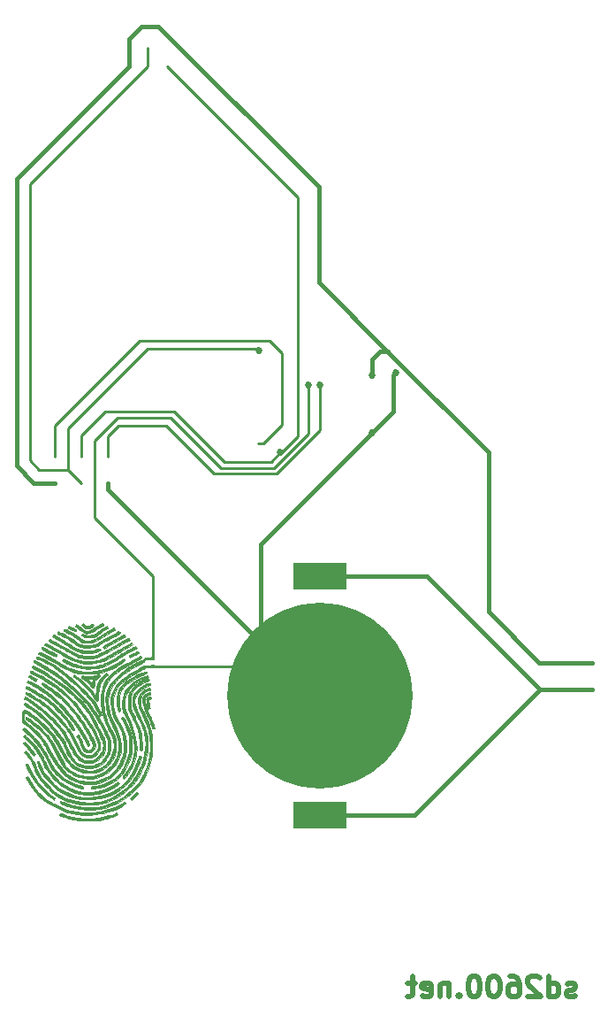
<source format=gbl>
G04 #@! TF.FileFunction,Copper,L2,Bot,Signal*
%FSLAX46Y46*%
G04 Gerber Fmt 4.6, Leading zero omitted, Abs format (unit mm)*
G04 Created by KiCad (PCBNEW 4.0.6) date 08/28/18 17:36:48*
%MOMM*%
%LPD*%
G01*
G04 APERTURE LIST*
%ADD10C,0.100000*%
%ADD11C,0.500000*%
%ADD12C,0.010000*%
%ADD13R,0.430000X0.450000*%
%ADD14C,17.780000*%
%ADD15R,5.080000X2.540000*%
%ADD16C,0.685800*%
%ADD17C,0.254000*%
%ADD18C,0.406400*%
G04 APERTURE END LIST*
D10*
D11*
X147652382Y-172259524D02*
X147461905Y-172354762D01*
X147080953Y-172354762D01*
X146890477Y-172259524D01*
X146795239Y-172069048D01*
X146795239Y-171973810D01*
X146890477Y-171783333D01*
X147080953Y-171688095D01*
X147366667Y-171688095D01*
X147557144Y-171592857D01*
X147652382Y-171402381D01*
X147652382Y-171307143D01*
X147557144Y-171116667D01*
X147366667Y-171021429D01*
X147080953Y-171021429D01*
X146890477Y-171116667D01*
X145080953Y-172354762D02*
X145080953Y-170354762D01*
X145080953Y-172259524D02*
X145271429Y-172354762D01*
X145652381Y-172354762D01*
X145842857Y-172259524D01*
X145938096Y-172164286D01*
X146033334Y-171973810D01*
X146033334Y-171402381D01*
X145938096Y-171211905D01*
X145842857Y-171116667D01*
X145652381Y-171021429D01*
X145271429Y-171021429D01*
X145080953Y-171116667D01*
X144223810Y-170545238D02*
X144128572Y-170450000D01*
X143938095Y-170354762D01*
X143461905Y-170354762D01*
X143271429Y-170450000D01*
X143176191Y-170545238D01*
X143080952Y-170735714D01*
X143080952Y-170926190D01*
X143176191Y-171211905D01*
X144319048Y-172354762D01*
X143080952Y-172354762D01*
X141366667Y-170354762D02*
X141747619Y-170354762D01*
X141938095Y-170450000D01*
X142033333Y-170545238D01*
X142223810Y-170830952D01*
X142319048Y-171211905D01*
X142319048Y-171973810D01*
X142223810Y-172164286D01*
X142128571Y-172259524D01*
X141938095Y-172354762D01*
X141557143Y-172354762D01*
X141366667Y-172259524D01*
X141271429Y-172164286D01*
X141176190Y-171973810D01*
X141176190Y-171497619D01*
X141271429Y-171307143D01*
X141366667Y-171211905D01*
X141557143Y-171116667D01*
X141938095Y-171116667D01*
X142128571Y-171211905D01*
X142223810Y-171307143D01*
X142319048Y-171497619D01*
X139938095Y-170354762D02*
X139747619Y-170354762D01*
X139557143Y-170450000D01*
X139461905Y-170545238D01*
X139366667Y-170735714D01*
X139271428Y-171116667D01*
X139271428Y-171592857D01*
X139366667Y-171973810D01*
X139461905Y-172164286D01*
X139557143Y-172259524D01*
X139747619Y-172354762D01*
X139938095Y-172354762D01*
X140128571Y-172259524D01*
X140223809Y-172164286D01*
X140319048Y-171973810D01*
X140414286Y-171592857D01*
X140414286Y-171116667D01*
X140319048Y-170735714D01*
X140223809Y-170545238D01*
X140128571Y-170450000D01*
X139938095Y-170354762D01*
X138033333Y-170354762D02*
X137842857Y-170354762D01*
X137652381Y-170450000D01*
X137557143Y-170545238D01*
X137461905Y-170735714D01*
X137366666Y-171116667D01*
X137366666Y-171592857D01*
X137461905Y-171973810D01*
X137557143Y-172164286D01*
X137652381Y-172259524D01*
X137842857Y-172354762D01*
X138033333Y-172354762D01*
X138223809Y-172259524D01*
X138319047Y-172164286D01*
X138414286Y-171973810D01*
X138509524Y-171592857D01*
X138509524Y-171116667D01*
X138414286Y-170735714D01*
X138319047Y-170545238D01*
X138223809Y-170450000D01*
X138033333Y-170354762D01*
X136509524Y-172164286D02*
X136414285Y-172259524D01*
X136509524Y-172354762D01*
X136604762Y-172259524D01*
X136509524Y-172164286D01*
X136509524Y-172354762D01*
X135557143Y-171021429D02*
X135557143Y-172354762D01*
X135557143Y-171211905D02*
X135461904Y-171116667D01*
X135271428Y-171021429D01*
X134985714Y-171021429D01*
X134795238Y-171116667D01*
X134700000Y-171307143D01*
X134700000Y-172354762D01*
X132985714Y-172259524D02*
X133176190Y-172354762D01*
X133557142Y-172354762D01*
X133747619Y-172259524D01*
X133842857Y-172069048D01*
X133842857Y-171307143D01*
X133747619Y-171116667D01*
X133557142Y-171021429D01*
X133176190Y-171021429D01*
X132985714Y-171116667D01*
X132890476Y-171307143D01*
X132890476Y-171497619D01*
X133842857Y-171688095D01*
X132319047Y-171021429D02*
X131557142Y-171021429D01*
X132033333Y-170354762D02*
X132033333Y-172069048D01*
X131938094Y-172259524D01*
X131747618Y-172354762D01*
X131557142Y-172354762D01*
D12*
G36*
X100970834Y-137551239D02*
X101146657Y-137491683D01*
X101219441Y-137456029D01*
X101335687Y-137395062D01*
X101483856Y-137315197D01*
X101652406Y-137222851D01*
X101829795Y-137124440D01*
X102004482Y-137026380D01*
X102164927Y-136935088D01*
X102299588Y-136856978D01*
X102396924Y-136798469D01*
X102420556Y-136783471D01*
X102444618Y-136754162D01*
X102435145Y-136705280D01*
X102411803Y-136656214D01*
X102376064Y-136591088D01*
X102354656Y-136559499D01*
X102353247Y-136558897D01*
X102324934Y-136574861D01*
X102251013Y-136617718D01*
X102140600Y-136682153D01*
X102002810Y-136762847D01*
X101885750Y-136831566D01*
X101581738Y-137006726D01*
X101328059Y-137145270D01*
X101123568Y-137247756D01*
X100967116Y-137314746D01*
X100857559Y-137346799D01*
X100823804Y-137349978D01*
X100771693Y-137339317D01*
X100698528Y-137304971D01*
X100597405Y-137242686D01*
X100461420Y-137148206D01*
X100283668Y-137017277D01*
X100282375Y-137016308D01*
X99837875Y-136683161D01*
X99764319Y-136767063D01*
X99722235Y-136828697D01*
X99713908Y-136871717D01*
X99716694Y-136875733D01*
X99749600Y-136901837D01*
X99824922Y-136959000D01*
X99933916Y-137040667D01*
X100067840Y-137140283D01*
X100198068Y-137236626D01*
X100362579Y-137357368D01*
X100485852Y-137445152D01*
X100577384Y-137505207D01*
X100646669Y-137542763D01*
X100703202Y-137563050D01*
X100756481Y-137571298D01*
X100808350Y-137572750D01*
X100970834Y-137551239D01*
X100970834Y-137551239D01*
G37*
X100970834Y-137551239D02*
X101146657Y-137491683D01*
X101219441Y-137456029D01*
X101335687Y-137395062D01*
X101483856Y-137315197D01*
X101652406Y-137222851D01*
X101829795Y-137124440D01*
X102004482Y-137026380D01*
X102164927Y-136935088D01*
X102299588Y-136856978D01*
X102396924Y-136798469D01*
X102420556Y-136783471D01*
X102444618Y-136754162D01*
X102435145Y-136705280D01*
X102411803Y-136656214D01*
X102376064Y-136591088D01*
X102354656Y-136559499D01*
X102353247Y-136558897D01*
X102324934Y-136574861D01*
X102251013Y-136617718D01*
X102140600Y-136682153D01*
X102002810Y-136762847D01*
X101885750Y-136831566D01*
X101581738Y-137006726D01*
X101328059Y-137145270D01*
X101123568Y-137247756D01*
X100967116Y-137314746D01*
X100857559Y-137346799D01*
X100823804Y-137349978D01*
X100771693Y-137339317D01*
X100698528Y-137304971D01*
X100597405Y-137242686D01*
X100461420Y-137148206D01*
X100283668Y-137017277D01*
X100282375Y-137016308D01*
X99837875Y-136683161D01*
X99764319Y-136767063D01*
X99722235Y-136828697D01*
X99713908Y-136871717D01*
X99716694Y-136875733D01*
X99749600Y-136901837D01*
X99824922Y-136959000D01*
X99933916Y-137040667D01*
X100067840Y-137140283D01*
X100198068Y-137236626D01*
X100362579Y-137357368D01*
X100485852Y-137445152D01*
X100577384Y-137505207D01*
X100646669Y-137542763D01*
X100703202Y-137563050D01*
X100756481Y-137571298D01*
X100808350Y-137572750D01*
X100970834Y-137551239D01*
G36*
X101039303Y-137087131D02*
X101216779Y-137027126D01*
X101258151Y-137003381D01*
X101369926Y-136919600D01*
X101445170Y-136836613D01*
X101472997Y-136766448D01*
X101473000Y-136765945D01*
X101449373Y-136738332D01*
X101392506Y-136695973D01*
X101391986Y-136695632D01*
X101332703Y-136661975D01*
X101297167Y-136668627D01*
X101263059Y-136710957D01*
X101162174Y-136803337D01*
X101022221Y-136860036D01*
X100899341Y-136874250D01*
X100812158Y-136866673D01*
X100741579Y-136835876D01*
X100662906Y-136769763D01*
X100640029Y-136747250D01*
X100570578Y-136678876D01*
X100522716Y-136633796D01*
X100508827Y-136622757D01*
X100479619Y-136634117D01*
X100417312Y-136657153D01*
X100354936Y-136686998D01*
X100330000Y-136712431D01*
X100352577Y-136760454D01*
X100410337Y-136832384D01*
X100488322Y-136913165D01*
X100571573Y-136987742D01*
X100645132Y-137041058D01*
X100668365Y-137053007D01*
X100849007Y-137096388D01*
X101039303Y-137087131D01*
X101039303Y-137087131D01*
G37*
X101039303Y-137087131D02*
X101216779Y-137027126D01*
X101258151Y-137003381D01*
X101369926Y-136919600D01*
X101445170Y-136836613D01*
X101472997Y-136766448D01*
X101473000Y-136765945D01*
X101449373Y-136738332D01*
X101392506Y-136695973D01*
X101391986Y-136695632D01*
X101332703Y-136661975D01*
X101297167Y-136668627D01*
X101263059Y-136710957D01*
X101162174Y-136803337D01*
X101022221Y-136860036D01*
X100899341Y-136874250D01*
X100812158Y-136866673D01*
X100741579Y-136835876D01*
X100662906Y-136769763D01*
X100640029Y-136747250D01*
X100570578Y-136678876D01*
X100522716Y-136633796D01*
X100508827Y-136622757D01*
X100479619Y-136634117D01*
X100417312Y-136657153D01*
X100354936Y-136686998D01*
X100330000Y-136712431D01*
X100352577Y-136760454D01*
X100410337Y-136832384D01*
X100488322Y-136913165D01*
X100571573Y-136987742D01*
X100645132Y-137041058D01*
X100668365Y-137053007D01*
X100849007Y-137096388D01*
X101039303Y-137087131D01*
G36*
X99782383Y-137355316D02*
X99803252Y-137303018D01*
X99820945Y-137236579D01*
X99830506Y-137205975D01*
X99806358Y-137187672D01*
X99737047Y-137150688D01*
X99635885Y-137101108D01*
X99516180Y-137045016D01*
X99391243Y-136988498D01*
X99274383Y-136937637D01*
X99178910Y-136898518D01*
X99118135Y-136877226D01*
X99106648Y-136875066D01*
X99074207Y-136901063D01*
X99039600Y-136965352D01*
X99037218Y-136971489D01*
X99018274Y-137030764D01*
X99026486Y-137067542D01*
X99073172Y-137098731D01*
X99143309Y-137129937D01*
X99247547Y-137174936D01*
X99380090Y-137232582D01*
X99503811Y-137286698D01*
X99613099Y-137332957D01*
X99700689Y-137366893D01*
X99749672Y-137382006D01*
X99752442Y-137382250D01*
X99782383Y-137355316D01*
X99782383Y-137355316D01*
G37*
X99782383Y-137355316D02*
X99803252Y-137303018D01*
X99820945Y-137236579D01*
X99830506Y-137205975D01*
X99806358Y-137187672D01*
X99737047Y-137150688D01*
X99635885Y-137101108D01*
X99516180Y-137045016D01*
X99391243Y-136988498D01*
X99274383Y-136937637D01*
X99178910Y-136898518D01*
X99118135Y-136877226D01*
X99106648Y-136875066D01*
X99074207Y-136901063D01*
X99039600Y-136965352D01*
X99037218Y-136971489D01*
X99018274Y-137030764D01*
X99026486Y-137067542D01*
X99073172Y-137098731D01*
X99143309Y-137129937D01*
X99247547Y-137174936D01*
X99380090Y-137232582D01*
X99503811Y-137286698D01*
X99613099Y-137332957D01*
X99700689Y-137366893D01*
X99749672Y-137382006D01*
X99752442Y-137382250D01*
X99782383Y-137355316D01*
G36*
X101305527Y-137951330D02*
X101524454Y-137902176D01*
X101715867Y-137815770D01*
X101862963Y-137713634D01*
X102055997Y-137559780D01*
X102210623Y-137440557D01*
X102336550Y-137349158D01*
X102443487Y-137278778D01*
X102541145Y-137222611D01*
X102620361Y-137182743D01*
X102723642Y-137130940D01*
X102800168Y-137087628D01*
X102835573Y-137061043D01*
X102836463Y-137058880D01*
X102825077Y-136997776D01*
X102792680Y-136930097D01*
X102753963Y-136882693D01*
X102735848Y-136874972D01*
X102688864Y-136889653D01*
X102604996Y-136927399D01*
X102504875Y-136978732D01*
X102244118Y-137133807D01*
X101999406Y-137311378D01*
X101854000Y-137432055D01*
X101668216Y-137576060D01*
X101493626Y-137671554D01*
X101311281Y-137725916D01*
X101102230Y-137746523D01*
X101044375Y-137747266D01*
X100894857Y-137744474D01*
X100786317Y-137733438D01*
X100696359Y-137709968D01*
X100602591Y-137669871D01*
X100585031Y-137661282D01*
X100487175Y-137615042D01*
X100427520Y-137596111D01*
X100388292Y-137601813D01*
X100354844Y-137626625D01*
X100309357Y-137682156D01*
X100309598Y-137732441D01*
X100360129Y-137784465D01*
X100465509Y-137845210D01*
X100512562Y-137868106D01*
X100617819Y-137915500D01*
X100704629Y-137945204D01*
X100794063Y-137961167D01*
X100907190Y-137967339D01*
X101044375Y-137967801D01*
X101305527Y-137951330D01*
X101305527Y-137951330D01*
G37*
X101305527Y-137951330D02*
X101524454Y-137902176D01*
X101715867Y-137815770D01*
X101862963Y-137713634D01*
X102055997Y-137559780D01*
X102210623Y-137440557D01*
X102336550Y-137349158D01*
X102443487Y-137278778D01*
X102541145Y-137222611D01*
X102620361Y-137182743D01*
X102723642Y-137130940D01*
X102800168Y-137087628D01*
X102835573Y-137061043D01*
X102836463Y-137058880D01*
X102825077Y-136997776D01*
X102792680Y-136930097D01*
X102753963Y-136882693D01*
X102735848Y-136874972D01*
X102688864Y-136889653D01*
X102604996Y-136927399D01*
X102504875Y-136978732D01*
X102244118Y-137133807D01*
X101999406Y-137311378D01*
X101854000Y-137432055D01*
X101668216Y-137576060D01*
X101493626Y-137671554D01*
X101311281Y-137725916D01*
X101102230Y-137746523D01*
X101044375Y-137747266D01*
X100894857Y-137744474D01*
X100786317Y-137733438D01*
X100696359Y-137709968D01*
X100602591Y-137669871D01*
X100585031Y-137661282D01*
X100487175Y-137615042D01*
X100427520Y-137596111D01*
X100388292Y-137601813D01*
X100354844Y-137626625D01*
X100309357Y-137682156D01*
X100309598Y-137732441D01*
X100360129Y-137784465D01*
X100465509Y-137845210D01*
X100512562Y-137868106D01*
X100617819Y-137915500D01*
X100704629Y-137945204D01*
X100794063Y-137961167D01*
X100907190Y-137967339D01*
X101044375Y-137967801D01*
X101305527Y-137951330D01*
G36*
X101023900Y-138480310D02*
X101291003Y-138435535D01*
X101567397Y-138349576D01*
X101860544Y-138219726D01*
X102177905Y-138043278D01*
X102439460Y-137876630D01*
X102614664Y-137762858D01*
X102813974Y-137638244D01*
X103009800Y-137519825D01*
X103139875Y-137444138D01*
X103272900Y-137368367D01*
X103384596Y-137304290D01*
X103464068Y-137258192D01*
X103500415Y-137236356D01*
X103501336Y-137235687D01*
X103499691Y-137202400D01*
X103478023Y-137140476D01*
X103447798Y-137076417D01*
X103420488Y-137036724D01*
X103413835Y-137033490D01*
X103380694Y-137048818D01*
X103303095Y-137090630D01*
X103191314Y-137153221D01*
X103055630Y-137230887D01*
X102997000Y-137264876D01*
X102820381Y-137369777D01*
X102631360Y-137485595D01*
X102452371Y-137598391D01*
X102305848Y-137694223D01*
X102303530Y-137695785D01*
X101954172Y-137912307D01*
X101622702Y-138079316D01*
X101312889Y-138195319D01*
X101028499Y-138258820D01*
X100852967Y-138271250D01*
X100652665Y-138257810D01*
X100477611Y-138212634D01*
X100309107Y-138128443D01*
X100128455Y-137997953D01*
X100107750Y-137981046D01*
X99640633Y-137637026D01*
X99137962Y-137344769D01*
X99007798Y-137280416D01*
X98863507Y-137212240D01*
X98765397Y-137169117D01*
X98702648Y-137148118D01*
X98664438Y-137146313D01*
X98639948Y-137160770D01*
X98626503Y-137177168D01*
X98592615Y-137235730D01*
X98590994Y-137285362D01*
X98628055Y-137333442D01*
X98710212Y-137387347D01*
X98843880Y-137454455D01*
X98883809Y-137473100D01*
X99346181Y-137715634D01*
X99761850Y-137994375D01*
X99933125Y-138130666D01*
X100102805Y-138266145D01*
X100246199Y-138361912D01*
X100379878Y-138425113D01*
X100520414Y-138462893D01*
X100684376Y-138482398D01*
X100758625Y-138486611D01*
X101023900Y-138480310D01*
X101023900Y-138480310D01*
G37*
X101023900Y-138480310D02*
X101291003Y-138435535D01*
X101567397Y-138349576D01*
X101860544Y-138219726D01*
X102177905Y-138043278D01*
X102439460Y-137876630D01*
X102614664Y-137762858D01*
X102813974Y-137638244D01*
X103009800Y-137519825D01*
X103139875Y-137444138D01*
X103272900Y-137368367D01*
X103384596Y-137304290D01*
X103464068Y-137258192D01*
X103500415Y-137236356D01*
X103501336Y-137235687D01*
X103499691Y-137202400D01*
X103478023Y-137140476D01*
X103447798Y-137076417D01*
X103420488Y-137036724D01*
X103413835Y-137033490D01*
X103380694Y-137048818D01*
X103303095Y-137090630D01*
X103191314Y-137153221D01*
X103055630Y-137230887D01*
X102997000Y-137264876D01*
X102820381Y-137369777D01*
X102631360Y-137485595D01*
X102452371Y-137598391D01*
X102305848Y-137694223D01*
X102303530Y-137695785D01*
X101954172Y-137912307D01*
X101622702Y-138079316D01*
X101312889Y-138195319D01*
X101028499Y-138258820D01*
X100852967Y-138271250D01*
X100652665Y-138257810D01*
X100477611Y-138212634D01*
X100309107Y-138128443D01*
X100128455Y-137997953D01*
X100107750Y-137981046D01*
X99640633Y-137637026D01*
X99137962Y-137344769D01*
X99007798Y-137280416D01*
X98863507Y-137212240D01*
X98765397Y-137169117D01*
X98702648Y-137148118D01*
X98664438Y-137146313D01*
X98639948Y-137160770D01*
X98626503Y-137177168D01*
X98592615Y-137235730D01*
X98590994Y-137285362D01*
X98628055Y-137333442D01*
X98710212Y-137387347D01*
X98843880Y-137454455D01*
X98883809Y-137473100D01*
X99346181Y-137715634D01*
X99761850Y-137994375D01*
X99933125Y-138130666D01*
X100102805Y-138266145D01*
X100246199Y-138361912D01*
X100379878Y-138425113D01*
X100520414Y-138462893D01*
X100684376Y-138482398D01*
X100758625Y-138486611D01*
X101023900Y-138480310D01*
G36*
X101078190Y-138930992D02*
X101325428Y-138906698D01*
X101498016Y-138874471D01*
X101636683Y-138839359D01*
X101747783Y-138804608D01*
X101848481Y-138762340D01*
X101955940Y-138704674D01*
X102087322Y-138623730D01*
X102192672Y-138555561D01*
X102306895Y-138485447D01*
X102461500Y-138396786D01*
X102639783Y-138298844D01*
X102825042Y-138200889D01*
X102913699Y-138155496D01*
X103108728Y-138054419D01*
X103303484Y-137949080D01*
X103489872Y-137844312D01*
X103659792Y-137744947D01*
X103805148Y-137655818D01*
X103917842Y-137581760D01*
X103989777Y-137527604D01*
X104013000Y-137499363D01*
X103995077Y-137456565D01*
X103955147Y-137398094D01*
X103897294Y-137324546D01*
X103629709Y-137499002D01*
X103509670Y-137572839D01*
X103348699Y-137665549D01*
X103162933Y-137768165D01*
X102968514Y-137871719D01*
X102838250Y-137938779D01*
X102644415Y-138039299D01*
X102445480Y-138146549D01*
X102258448Y-138251086D01*
X102100327Y-138343465D01*
X102020384Y-138392982D01*
X101831748Y-138506613D01*
X101661316Y-138589229D01*
X101492411Y-138645256D01*
X101308357Y-138679120D01*
X101092475Y-138695245D01*
X100869750Y-138698304D01*
X100639059Y-138692801D01*
X100453852Y-138674570D01*
X100296531Y-138638170D01*
X100149498Y-138578163D01*
X99995158Y-138489110D01*
X99832963Y-138377842D01*
X99621404Y-138227498D01*
X99446623Y-138107023D01*
X99295061Y-138007579D01*
X99153155Y-137920330D01*
X99007344Y-137836438D01*
X98971866Y-137816709D01*
X98868253Y-137761471D01*
X98738122Y-137695130D01*
X98593340Y-137623368D01*
X98445775Y-137551873D01*
X98307294Y-137486329D01*
X98189765Y-137432420D01*
X98105055Y-137395832D01*
X98065033Y-137382251D01*
X98064946Y-137382250D01*
X98040826Y-137407993D01*
X98015139Y-137467793D01*
X97996117Y-137535511D01*
X97991989Y-137585007D01*
X97998038Y-137594737D01*
X98037407Y-137611349D01*
X98121808Y-137648763D01*
X98238556Y-137701309D01*
X98365376Y-137758941D01*
X98663174Y-137903430D01*
X98945626Y-138059839D01*
X99232400Y-138239777D01*
X99536250Y-138449886D01*
X99738248Y-138591116D01*
X99904320Y-138697736D01*
X100046885Y-138776311D01*
X100178358Y-138833404D01*
X100311157Y-138875580D01*
X100369079Y-138890133D01*
X100576476Y-138923035D01*
X100820693Y-138936546D01*
X101078190Y-138930992D01*
X101078190Y-138930992D01*
G37*
X101078190Y-138930992D02*
X101325428Y-138906698D01*
X101498016Y-138874471D01*
X101636683Y-138839359D01*
X101747783Y-138804608D01*
X101848481Y-138762340D01*
X101955940Y-138704674D01*
X102087322Y-138623730D01*
X102192672Y-138555561D01*
X102306895Y-138485447D01*
X102461500Y-138396786D01*
X102639783Y-138298844D01*
X102825042Y-138200889D01*
X102913699Y-138155496D01*
X103108728Y-138054419D01*
X103303484Y-137949080D01*
X103489872Y-137844312D01*
X103659792Y-137744947D01*
X103805148Y-137655818D01*
X103917842Y-137581760D01*
X103989777Y-137527604D01*
X104013000Y-137499363D01*
X103995077Y-137456565D01*
X103955147Y-137398094D01*
X103897294Y-137324546D01*
X103629709Y-137499002D01*
X103509670Y-137572839D01*
X103348699Y-137665549D01*
X103162933Y-137768165D01*
X102968514Y-137871719D01*
X102838250Y-137938779D01*
X102644415Y-138039299D01*
X102445480Y-138146549D01*
X102258448Y-138251086D01*
X102100327Y-138343465D01*
X102020384Y-138392982D01*
X101831748Y-138506613D01*
X101661316Y-138589229D01*
X101492411Y-138645256D01*
X101308357Y-138679120D01*
X101092475Y-138695245D01*
X100869750Y-138698304D01*
X100639059Y-138692801D01*
X100453852Y-138674570D01*
X100296531Y-138638170D01*
X100149498Y-138578163D01*
X99995158Y-138489110D01*
X99832963Y-138377842D01*
X99621404Y-138227498D01*
X99446623Y-138107023D01*
X99295061Y-138007579D01*
X99153155Y-137920330D01*
X99007344Y-137836438D01*
X98971866Y-137816709D01*
X98868253Y-137761471D01*
X98738122Y-137695130D01*
X98593340Y-137623368D01*
X98445775Y-137551873D01*
X98307294Y-137486329D01*
X98189765Y-137432420D01*
X98105055Y-137395832D01*
X98065033Y-137382251D01*
X98064946Y-137382250D01*
X98040826Y-137407993D01*
X98015139Y-137467793D01*
X97996117Y-137535511D01*
X97991989Y-137585007D01*
X97998038Y-137594737D01*
X98037407Y-137611349D01*
X98121808Y-137648763D01*
X98238556Y-137701309D01*
X98365376Y-137758941D01*
X98663174Y-137903430D01*
X98945626Y-138059839D01*
X99232400Y-138239777D01*
X99536250Y-138449886D01*
X99738248Y-138591116D01*
X99904320Y-138697736D01*
X100046885Y-138776311D01*
X100178358Y-138833404D01*
X100311157Y-138875580D01*
X100369079Y-138890133D01*
X100576476Y-138923035D01*
X100820693Y-138936546D01*
X101078190Y-138930992D01*
G36*
X102746682Y-138851033D02*
X102943920Y-138734272D01*
X103166192Y-138605520D01*
X103400729Y-138471928D01*
X103634763Y-138340646D01*
X103855526Y-138218823D01*
X104050250Y-138113609D01*
X104206165Y-138032153D01*
X104235250Y-138017503D01*
X104353057Y-137958230D01*
X104447559Y-137909740D01*
X104505627Y-137878816D01*
X104517336Y-137871703D01*
X104515569Y-137837549D01*
X104493785Y-137774978D01*
X104463486Y-137710698D01*
X104436171Y-137671419D01*
X104429835Y-137668493D01*
X104396322Y-137682716D01*
X104316681Y-137721684D01*
X104200871Y-137780373D01*
X104058853Y-137853760D01*
X103961907Y-137904492D01*
X103792332Y-137995165D01*
X103604472Y-138098204D01*
X103406130Y-138209062D01*
X103205108Y-138323196D01*
X103009209Y-138436058D01*
X102826235Y-138543105D01*
X102663988Y-138639791D01*
X102530271Y-138721570D01*
X102432886Y-138783897D01*
X102379636Y-138822228D01*
X102372076Y-138830653D01*
X102383450Y-138873287D01*
X102421997Y-138934764D01*
X102480490Y-139010903D01*
X102746682Y-138851033D01*
X102746682Y-138851033D01*
G37*
X102746682Y-138851033D02*
X102943920Y-138734272D01*
X103166192Y-138605520D01*
X103400729Y-138471928D01*
X103634763Y-138340646D01*
X103855526Y-138218823D01*
X104050250Y-138113609D01*
X104206165Y-138032153D01*
X104235250Y-138017503D01*
X104353057Y-137958230D01*
X104447559Y-137909740D01*
X104505627Y-137878816D01*
X104517336Y-137871703D01*
X104515569Y-137837549D01*
X104493785Y-137774978D01*
X104463486Y-137710698D01*
X104436171Y-137671419D01*
X104429835Y-137668493D01*
X104396322Y-137682716D01*
X104316681Y-137721684D01*
X104200871Y-137780373D01*
X104058853Y-137853760D01*
X103961907Y-137904492D01*
X103792332Y-137995165D01*
X103604472Y-138098204D01*
X103406130Y-138209062D01*
X103205108Y-138323196D01*
X103009209Y-138436058D01*
X102826235Y-138543105D01*
X102663988Y-138639791D01*
X102530271Y-138721570D01*
X102432886Y-138783897D01*
X102379636Y-138822228D01*
X102372076Y-138830653D01*
X102383450Y-138873287D01*
X102421997Y-138934764D01*
X102480490Y-139010903D01*
X102746682Y-138851033D01*
G36*
X101265124Y-139454320D02*
X101660137Y-139372568D01*
X101901324Y-139291646D01*
X102032750Y-139234795D01*
X102107637Y-139183604D01*
X102131674Y-139131103D01*
X102110554Y-139070320D01*
X102097602Y-139051247D01*
X102071469Y-139020760D01*
X102040690Y-139009744D01*
X101989411Y-139019494D01*
X101901780Y-139051308D01*
X101850622Y-139071442D01*
X101644495Y-139146273D01*
X101459176Y-139195958D01*
X101271214Y-139224667D01*
X101057157Y-139236573D01*
X100917375Y-139237457D01*
X100546537Y-139215164D01*
X100208026Y-139150443D01*
X99884018Y-139039818D01*
X99867059Y-139032671D01*
X99795288Y-138995929D01*
X99680769Y-138929810D01*
X99533435Y-138840391D01*
X99363216Y-138733754D01*
X99180045Y-138615975D01*
X99091750Y-138558133D01*
X98901812Y-138434615D01*
X98701597Y-138307376D01*
X98498836Y-138181036D01*
X98301262Y-138060218D01*
X98116605Y-137949544D01*
X97952598Y-137853636D01*
X97816973Y-137777116D01*
X97717461Y-137724606D01*
X97661795Y-137700728D01*
X97655877Y-137699771D01*
X97627199Y-137725016D01*
X97588051Y-137786583D01*
X97584059Y-137794161D01*
X97535237Y-137888571D01*
X97670556Y-137957184D01*
X97781298Y-138016976D01*
X97933884Y-138104482D01*
X98116950Y-138212762D01*
X98319129Y-138334876D01*
X98529056Y-138463884D01*
X98735365Y-138592847D01*
X98926691Y-138714824D01*
X99091668Y-138822875D01*
X99125748Y-138845740D01*
X99381485Y-139012710D01*
X99603497Y-139143560D01*
X99805526Y-139244351D01*
X100001315Y-139321145D01*
X100204603Y-139380002D01*
X100429134Y-139426984D01*
X100453221Y-139431251D01*
X100864678Y-139473702D01*
X101265124Y-139454320D01*
X101265124Y-139454320D01*
G37*
X101265124Y-139454320D02*
X101660137Y-139372568D01*
X101901324Y-139291646D01*
X102032750Y-139234795D01*
X102107637Y-139183604D01*
X102131674Y-139131103D01*
X102110554Y-139070320D01*
X102097602Y-139051247D01*
X102071469Y-139020760D01*
X102040690Y-139009744D01*
X101989411Y-139019494D01*
X101901780Y-139051308D01*
X101850622Y-139071442D01*
X101644495Y-139146273D01*
X101459176Y-139195958D01*
X101271214Y-139224667D01*
X101057157Y-139236573D01*
X100917375Y-139237457D01*
X100546537Y-139215164D01*
X100208026Y-139150443D01*
X99884018Y-139039818D01*
X99867059Y-139032671D01*
X99795288Y-138995929D01*
X99680769Y-138929810D01*
X99533435Y-138840391D01*
X99363216Y-138733754D01*
X99180045Y-138615975D01*
X99091750Y-138558133D01*
X98901812Y-138434615D01*
X98701597Y-138307376D01*
X98498836Y-138181036D01*
X98301262Y-138060218D01*
X98116605Y-137949544D01*
X97952598Y-137853636D01*
X97816973Y-137777116D01*
X97717461Y-137724606D01*
X97661795Y-137700728D01*
X97655877Y-137699771D01*
X97627199Y-137725016D01*
X97588051Y-137786583D01*
X97584059Y-137794161D01*
X97535237Y-137888571D01*
X97670556Y-137957184D01*
X97781298Y-138016976D01*
X97933884Y-138104482D01*
X98116950Y-138212762D01*
X98319129Y-138334876D01*
X98529056Y-138463884D01*
X98735365Y-138592847D01*
X98926691Y-138714824D01*
X99091668Y-138822875D01*
X99125748Y-138845740D01*
X99381485Y-139012710D01*
X99603497Y-139143560D01*
X99805526Y-139244351D01*
X100001315Y-139321145D01*
X100204603Y-139380002D01*
X100429134Y-139426984D01*
X100453221Y-139431251D01*
X100864678Y-139473702D01*
X101265124Y-139454320D01*
G36*
X101192350Y-139964415D02*
X101387109Y-139952977D01*
X101563015Y-139927913D01*
X101733804Y-139885577D01*
X101913213Y-139822322D01*
X102114981Y-139734505D01*
X102352843Y-139618478D01*
X102439015Y-139574700D01*
X102637528Y-139470873D01*
X102871911Y-139344579D01*
X103123597Y-139206051D01*
X103374021Y-139065520D01*
X103604617Y-138933217D01*
X103632000Y-138917255D01*
X103839354Y-138796409D01*
X104050306Y-138673965D01*
X104251411Y-138557690D01*
X104429221Y-138455353D01*
X104570290Y-138374725D01*
X104607603Y-138353576D01*
X104932331Y-138170105D01*
X104884600Y-138077803D01*
X104845399Y-138014536D01*
X104814717Y-137985676D01*
X104813160Y-137985500D01*
X104779737Y-138000713D01*
X104699965Y-138043204D01*
X104582343Y-138108259D01*
X104435371Y-138191160D01*
X104267548Y-138287191D01*
X104218663Y-138315395D01*
X104011316Y-138435456D01*
X103789535Y-138564255D01*
X103571351Y-138691295D01*
X103374799Y-138806076D01*
X103237972Y-138886300D01*
X103008925Y-139017350D01*
X102767058Y-139149324D01*
X102522128Y-139277429D01*
X102283890Y-139396878D01*
X102062101Y-139502879D01*
X101866516Y-139590643D01*
X101706890Y-139655379D01*
X101600000Y-139690528D01*
X101429579Y-139722218D01*
X101213517Y-139739501D01*
X100996750Y-139743484D01*
X100741604Y-139735371D01*
X100505299Y-139709624D01*
X100277308Y-139662726D01*
X100047106Y-139591157D01*
X99804166Y-139491400D01*
X99537962Y-139359934D01*
X99237969Y-139193243D01*
X99089191Y-139105830D01*
X98913252Y-139002854D01*
X98700683Y-138881247D01*
X98464538Y-138748231D01*
X98217874Y-138611022D01*
X97973747Y-138476842D01*
X97745212Y-138352908D01*
X97545327Y-138246440D01*
X97387147Y-138164657D01*
X97386052Y-138164105D01*
X97220230Y-138080558D01*
X97167543Y-138182443D01*
X97140051Y-138251008D01*
X97139062Y-138290973D01*
X97142865Y-138293802D01*
X97190297Y-138315754D01*
X97284850Y-138364305D01*
X97418290Y-138434939D01*
X97582384Y-138523136D01*
X97768901Y-138624380D01*
X97969606Y-138734154D01*
X98176268Y-138847939D01*
X98380653Y-138961218D01*
X98574528Y-139069473D01*
X98749661Y-139168187D01*
X98897819Y-139252842D01*
X99007681Y-139317079D01*
X99323864Y-139499866D01*
X99601458Y-139646409D01*
X99851315Y-139760308D01*
X100084293Y-139845159D01*
X100311246Y-139904560D01*
X100543029Y-139942111D01*
X100790497Y-139961410D01*
X100965000Y-139965871D01*
X101192350Y-139964415D01*
X101192350Y-139964415D01*
G37*
X101192350Y-139964415D02*
X101387109Y-139952977D01*
X101563015Y-139927913D01*
X101733804Y-139885577D01*
X101913213Y-139822322D01*
X102114981Y-139734505D01*
X102352843Y-139618478D01*
X102439015Y-139574700D01*
X102637528Y-139470873D01*
X102871911Y-139344579D01*
X103123597Y-139206051D01*
X103374021Y-139065520D01*
X103604617Y-138933217D01*
X103632000Y-138917255D01*
X103839354Y-138796409D01*
X104050306Y-138673965D01*
X104251411Y-138557690D01*
X104429221Y-138455353D01*
X104570290Y-138374725D01*
X104607603Y-138353576D01*
X104932331Y-138170105D01*
X104884600Y-138077803D01*
X104845399Y-138014536D01*
X104814717Y-137985676D01*
X104813160Y-137985500D01*
X104779737Y-138000713D01*
X104699965Y-138043204D01*
X104582343Y-138108259D01*
X104435371Y-138191160D01*
X104267548Y-138287191D01*
X104218663Y-138315395D01*
X104011316Y-138435456D01*
X103789535Y-138564255D01*
X103571351Y-138691295D01*
X103374799Y-138806076D01*
X103237972Y-138886300D01*
X103008925Y-139017350D01*
X102767058Y-139149324D01*
X102522128Y-139277429D01*
X102283890Y-139396878D01*
X102062101Y-139502879D01*
X101866516Y-139590643D01*
X101706890Y-139655379D01*
X101600000Y-139690528D01*
X101429579Y-139722218D01*
X101213517Y-139739501D01*
X100996750Y-139743484D01*
X100741604Y-139735371D01*
X100505299Y-139709624D01*
X100277308Y-139662726D01*
X100047106Y-139591157D01*
X99804166Y-139491400D01*
X99537962Y-139359934D01*
X99237969Y-139193243D01*
X99089191Y-139105830D01*
X98913252Y-139002854D01*
X98700683Y-138881247D01*
X98464538Y-138748231D01*
X98217874Y-138611022D01*
X97973747Y-138476842D01*
X97745212Y-138352908D01*
X97545327Y-138246440D01*
X97387147Y-138164657D01*
X97386052Y-138164105D01*
X97220230Y-138080558D01*
X97167543Y-138182443D01*
X97140051Y-138251008D01*
X97139062Y-138290973D01*
X97142865Y-138293802D01*
X97190297Y-138315754D01*
X97284850Y-138364305D01*
X97418290Y-138434939D01*
X97582384Y-138523136D01*
X97768901Y-138624380D01*
X97969606Y-138734154D01*
X98176268Y-138847939D01*
X98380653Y-138961218D01*
X98574528Y-139069473D01*
X98749661Y-139168187D01*
X98897819Y-139252842D01*
X99007681Y-139317079D01*
X99323864Y-139499866D01*
X99601458Y-139646409D01*
X99851315Y-139760308D01*
X100084293Y-139845159D01*
X100311246Y-139904560D01*
X100543029Y-139942111D01*
X100790497Y-139961410D01*
X100965000Y-139965871D01*
X101192350Y-139964415D01*
G36*
X101584688Y-140435773D02*
X102004817Y-140348012D01*
X102150431Y-140307051D01*
X102291983Y-140259671D01*
X102437673Y-140201908D01*
X102595700Y-140129799D01*
X102774264Y-140039382D01*
X102981564Y-139926694D01*
X103225799Y-139787771D01*
X103515170Y-139618651D01*
X103520875Y-139615287D01*
X103747891Y-139482078D01*
X103990799Y-139340722D01*
X104233561Y-139200471D01*
X104460139Y-139070579D01*
X104654495Y-138960296D01*
X104718491Y-138924379D01*
X105217607Y-138645437D01*
X105170113Y-138553594D01*
X105131200Y-138490656D01*
X105101060Y-138462270D01*
X105099622Y-138462134D01*
X105066881Y-138477306D01*
X104986578Y-138519833D01*
X104866274Y-138585550D01*
X104713533Y-138670294D01*
X104535918Y-138769899D01*
X104362250Y-138868127D01*
X104131810Y-138999419D01*
X103885813Y-139140359D01*
X103640278Y-139281714D01*
X103411224Y-139414253D01*
X103214672Y-139528744D01*
X103145075Y-139569574D01*
X102852856Y-139737990D01*
X102600948Y-139873948D01*
X102377834Y-139981676D01*
X102171993Y-140065401D01*
X101971908Y-140129353D01*
X101766059Y-140177758D01*
X101542928Y-140214845D01*
X101311058Y-140242753D01*
X100926126Y-140261371D01*
X100543532Y-140234489D01*
X100157348Y-140160378D01*
X99761648Y-140037312D01*
X99350508Y-139863564D01*
X98918001Y-139637405D01*
X98615500Y-139457058D01*
X98443085Y-139351784D01*
X98249599Y-139237184D01*
X98042882Y-139117555D01*
X97830775Y-138997197D01*
X97621119Y-138880408D01*
X97421755Y-138771485D01*
X97240522Y-138674728D01*
X97085263Y-138594435D01*
X96963818Y-138534905D01*
X96884027Y-138500435D01*
X96857861Y-138493500D01*
X96837712Y-138519207D01*
X96810226Y-138578394D01*
X96786065Y-138644166D01*
X96775892Y-138689624D01*
X96777663Y-138695803D01*
X96808446Y-138712729D01*
X96886677Y-138753903D01*
X97003297Y-138814610D01*
X97149246Y-138890134D01*
X97313750Y-138974875D01*
X97516357Y-139082275D01*
X97751761Y-139212288D01*
X97999331Y-139353204D01*
X98238441Y-139493309D01*
X98413731Y-139599379D01*
X98602740Y-139714027D01*
X98790583Y-139824587D01*
X98964548Y-139923824D01*
X99111920Y-140004501D01*
X99219985Y-140059381D01*
X99230366Y-140064190D01*
X99715245Y-140258353D01*
X100187813Y-140392050D01*
X100653374Y-140465824D01*
X101117232Y-140480218D01*
X101584688Y-140435773D01*
X101584688Y-140435773D01*
G37*
X101584688Y-140435773D02*
X102004817Y-140348012D01*
X102150431Y-140307051D01*
X102291983Y-140259671D01*
X102437673Y-140201908D01*
X102595700Y-140129799D01*
X102774264Y-140039382D01*
X102981564Y-139926694D01*
X103225799Y-139787771D01*
X103515170Y-139618651D01*
X103520875Y-139615287D01*
X103747891Y-139482078D01*
X103990799Y-139340722D01*
X104233561Y-139200471D01*
X104460139Y-139070579D01*
X104654495Y-138960296D01*
X104718491Y-138924379D01*
X105217607Y-138645437D01*
X105170113Y-138553594D01*
X105131200Y-138490656D01*
X105101060Y-138462270D01*
X105099622Y-138462134D01*
X105066881Y-138477306D01*
X104986578Y-138519833D01*
X104866274Y-138585550D01*
X104713533Y-138670294D01*
X104535918Y-138769899D01*
X104362250Y-138868127D01*
X104131810Y-138999419D01*
X103885813Y-139140359D01*
X103640278Y-139281714D01*
X103411224Y-139414253D01*
X103214672Y-139528744D01*
X103145075Y-139569574D01*
X102852856Y-139737990D01*
X102600948Y-139873948D01*
X102377834Y-139981676D01*
X102171993Y-140065401D01*
X101971908Y-140129353D01*
X101766059Y-140177758D01*
X101542928Y-140214845D01*
X101311058Y-140242753D01*
X100926126Y-140261371D01*
X100543532Y-140234489D01*
X100157348Y-140160378D01*
X99761648Y-140037312D01*
X99350508Y-139863564D01*
X98918001Y-139637405D01*
X98615500Y-139457058D01*
X98443085Y-139351784D01*
X98249599Y-139237184D01*
X98042882Y-139117555D01*
X97830775Y-138997197D01*
X97621119Y-138880408D01*
X97421755Y-138771485D01*
X97240522Y-138674728D01*
X97085263Y-138594435D01*
X96963818Y-138534905D01*
X96884027Y-138500435D01*
X96857861Y-138493500D01*
X96837712Y-138519207D01*
X96810226Y-138578394D01*
X96786065Y-138644166D01*
X96775892Y-138689624D01*
X96777663Y-138695803D01*
X96808446Y-138712729D01*
X96886677Y-138753903D01*
X97003297Y-138814610D01*
X97149246Y-138890134D01*
X97313750Y-138974875D01*
X97516357Y-139082275D01*
X97751761Y-139212288D01*
X97999331Y-139353204D01*
X98238441Y-139493309D01*
X98413731Y-139599379D01*
X98602740Y-139714027D01*
X98790583Y-139824587D01*
X98964548Y-139923824D01*
X99111920Y-140004501D01*
X99219985Y-140059381D01*
X99230366Y-140064190D01*
X99715245Y-140258353D01*
X100187813Y-140392050D01*
X100653374Y-140465824D01*
X101117232Y-140480218D01*
X101584688Y-140435773D01*
G36*
X101359690Y-140943867D02*
X101652192Y-140919044D01*
X101930853Y-140873973D01*
X102204648Y-140805627D01*
X102482549Y-140710981D01*
X102773530Y-140587007D01*
X103086564Y-140430680D01*
X103430626Y-140238973D01*
X103784773Y-140027225D01*
X103978300Y-139908654D01*
X104185725Y-139781633D01*
X104387940Y-139657859D01*
X104565841Y-139549027D01*
X104647805Y-139498917D01*
X104817655Y-139398475D01*
X105001968Y-139294961D01*
X105177244Y-139201294D01*
X105306618Y-139136674D01*
X105428847Y-139077647D01*
X105526209Y-139028484D01*
X105586636Y-138995411D01*
X105600500Y-138985100D01*
X105584980Y-138932483D01*
X105549511Y-138869642D01*
X105510729Y-138822920D01*
X105492216Y-138813610D01*
X105448808Y-138827553D01*
X105364356Y-138862246D01*
X105255051Y-138910946D01*
X105224098Y-138925285D01*
X105120534Y-138974888D01*
X105015723Y-139028084D01*
X104902489Y-139089037D01*
X104773656Y-139161911D01*
X104622045Y-139250868D01*
X104440480Y-139360072D01*
X104221784Y-139493687D01*
X103958781Y-139655876D01*
X103870125Y-139710753D01*
X103492859Y-139939518D01*
X103156990Y-140131715D01*
X102854495Y-140290649D01*
X102577351Y-140419627D01*
X102317536Y-140521956D01*
X102067028Y-140600941D01*
X101817803Y-140659890D01*
X101561840Y-140702109D01*
X101425375Y-140718343D01*
X101001938Y-140736365D01*
X100557021Y-140706054D01*
X100107807Y-140629450D01*
X99677878Y-140510739D01*
X99529123Y-140456230D01*
X99355477Y-140384974D01*
X99172212Y-140304048D01*
X98994604Y-140220527D01*
X98837927Y-140141486D01*
X98717455Y-140074001D01*
X98674078Y-140045746D01*
X98575721Y-139975710D01*
X98516941Y-140052168D01*
X98474965Y-140112908D01*
X98457455Y-140150139D01*
X98483640Y-140179623D01*
X98555908Y-140230325D01*
X98663184Y-140295799D01*
X98794391Y-140369604D01*
X98938455Y-140445295D01*
X99084299Y-140516428D01*
X99097986Y-140522780D01*
X99549619Y-140707489D01*
X99992695Y-140837798D01*
X100444197Y-140917448D01*
X100921104Y-140950179D01*
X101044375Y-140951469D01*
X101359690Y-140943867D01*
X101359690Y-140943867D01*
G37*
X101359690Y-140943867D02*
X101652192Y-140919044D01*
X101930853Y-140873973D01*
X102204648Y-140805627D01*
X102482549Y-140710981D01*
X102773530Y-140587007D01*
X103086564Y-140430680D01*
X103430626Y-140238973D01*
X103784773Y-140027225D01*
X103978300Y-139908654D01*
X104185725Y-139781633D01*
X104387940Y-139657859D01*
X104565841Y-139549027D01*
X104647805Y-139498917D01*
X104817655Y-139398475D01*
X105001968Y-139294961D01*
X105177244Y-139201294D01*
X105306618Y-139136674D01*
X105428847Y-139077647D01*
X105526209Y-139028484D01*
X105586636Y-138995411D01*
X105600500Y-138985100D01*
X105584980Y-138932483D01*
X105549511Y-138869642D01*
X105510729Y-138822920D01*
X105492216Y-138813610D01*
X105448808Y-138827553D01*
X105364356Y-138862246D01*
X105255051Y-138910946D01*
X105224098Y-138925285D01*
X105120534Y-138974888D01*
X105015723Y-139028084D01*
X104902489Y-139089037D01*
X104773656Y-139161911D01*
X104622045Y-139250868D01*
X104440480Y-139360072D01*
X104221784Y-139493687D01*
X103958781Y-139655876D01*
X103870125Y-139710753D01*
X103492859Y-139939518D01*
X103156990Y-140131715D01*
X102854495Y-140290649D01*
X102577351Y-140419627D01*
X102317536Y-140521956D01*
X102067028Y-140600941D01*
X101817803Y-140659890D01*
X101561840Y-140702109D01*
X101425375Y-140718343D01*
X101001938Y-140736365D01*
X100557021Y-140706054D01*
X100107807Y-140629450D01*
X99677878Y-140510739D01*
X99529123Y-140456230D01*
X99355477Y-140384974D01*
X99172212Y-140304048D01*
X98994604Y-140220527D01*
X98837927Y-140141486D01*
X98717455Y-140074001D01*
X98674078Y-140045746D01*
X98575721Y-139975710D01*
X98516941Y-140052168D01*
X98474965Y-140112908D01*
X98457455Y-140150139D01*
X98483640Y-140179623D01*
X98555908Y-140230325D01*
X98663184Y-140295799D01*
X98794391Y-140369604D01*
X98938455Y-140445295D01*
X99084299Y-140516428D01*
X99097986Y-140522780D01*
X99549619Y-140707489D01*
X99992695Y-140837798D01*
X100444197Y-140917448D01*
X100921104Y-140950179D01*
X101044375Y-140951469D01*
X101359690Y-140943867D01*
G36*
X97878710Y-139769314D02*
X97910951Y-139715511D01*
X97938539Y-139651640D01*
X97948750Y-139606159D01*
X97921962Y-139583823D01*
X97847064Y-139536864D01*
X97732253Y-139470018D01*
X97585726Y-139388016D01*
X97415678Y-139295594D01*
X97353437Y-139262359D01*
X97119913Y-139137945D01*
X96936474Y-139040203D01*
X96796778Y-138966679D01*
X96694482Y-138914921D01*
X96623245Y-138882474D01*
X96576725Y-138866885D01*
X96548580Y-138865702D01*
X96532468Y-138876469D01*
X96522047Y-138896735D01*
X96510975Y-138924045D01*
X96505937Y-138934496D01*
X96477224Y-139005658D01*
X96486188Y-139046550D01*
X96497023Y-139056658D01*
X96531528Y-139076932D01*
X96612446Y-139121890D01*
X96730152Y-139186345D01*
X96875023Y-139265113D01*
X97037435Y-139353008D01*
X97207763Y-139444845D01*
X97376382Y-139535440D01*
X97533670Y-139619605D01*
X97670002Y-139692158D01*
X97775754Y-139747911D01*
X97841301Y-139781681D01*
X97854693Y-139788135D01*
X97878710Y-139769314D01*
X97878710Y-139769314D01*
G37*
X97878710Y-139769314D02*
X97910951Y-139715511D01*
X97938539Y-139651640D01*
X97948750Y-139606159D01*
X97921962Y-139583823D01*
X97847064Y-139536864D01*
X97732253Y-139470018D01*
X97585726Y-139388016D01*
X97415678Y-139295594D01*
X97353437Y-139262359D01*
X97119913Y-139137945D01*
X96936474Y-139040203D01*
X96796778Y-138966679D01*
X96694482Y-138914921D01*
X96623245Y-138882474D01*
X96576725Y-138866885D01*
X96548580Y-138865702D01*
X96532468Y-138876469D01*
X96522047Y-138896735D01*
X96510975Y-138924045D01*
X96505937Y-138934496D01*
X96477224Y-139005658D01*
X96486188Y-139046550D01*
X96497023Y-139056658D01*
X96531528Y-139076932D01*
X96612446Y-139121890D01*
X96730152Y-139186345D01*
X96875023Y-139265113D01*
X97037435Y-139353008D01*
X97207763Y-139444845D01*
X97376382Y-139535440D01*
X97533670Y-139619605D01*
X97670002Y-139692158D01*
X97775754Y-139747911D01*
X97841301Y-139781681D01*
X97854693Y-139788135D01*
X97878710Y-139769314D01*
G36*
X105003239Y-139840974D02*
X105050672Y-139821855D01*
X105139158Y-139782859D01*
X105255681Y-139730043D01*
X105387223Y-139669462D01*
X105520770Y-139607174D01*
X105643303Y-139549233D01*
X105741806Y-139501696D01*
X105803263Y-139470619D01*
X105816938Y-139462396D01*
X105810500Y-139432330D01*
X105785336Y-139372628D01*
X105753432Y-139308274D01*
X105726774Y-139264249D01*
X105718747Y-139257733D01*
X105689091Y-139271313D01*
X105612384Y-139307138D01*
X105498999Y-139360344D01*
X105359309Y-139426069D01*
X105298875Y-139454547D01*
X105151038Y-139524425D01*
X105024901Y-139584395D01*
X104931018Y-139629411D01*
X104879945Y-139654428D01*
X104873913Y-139657672D01*
X104876356Y-139689352D01*
X104898618Y-139755207D01*
X104901914Y-139763293D01*
X104940126Y-139830049D01*
X104984853Y-139845234D01*
X105003239Y-139840974D01*
X105003239Y-139840974D01*
G37*
X105003239Y-139840974D02*
X105050672Y-139821855D01*
X105139158Y-139782859D01*
X105255681Y-139730043D01*
X105387223Y-139669462D01*
X105520770Y-139607174D01*
X105643303Y-139549233D01*
X105741806Y-139501696D01*
X105803263Y-139470619D01*
X105816938Y-139462396D01*
X105810500Y-139432330D01*
X105785336Y-139372628D01*
X105753432Y-139308274D01*
X105726774Y-139264249D01*
X105718747Y-139257733D01*
X105689091Y-139271313D01*
X105612384Y-139307138D01*
X105498999Y-139360344D01*
X105359309Y-139426069D01*
X105298875Y-139454547D01*
X105151038Y-139524425D01*
X105024901Y-139584395D01*
X104931018Y-139629411D01*
X104879945Y-139654428D01*
X104873913Y-139657672D01*
X104876356Y-139689352D01*
X104898618Y-139755207D01*
X104901914Y-139763293D01*
X104940126Y-139830049D01*
X104984853Y-139845234D01*
X105003239Y-139840974D01*
G36*
X101187814Y-141439680D02*
X101458178Y-141424886D01*
X101694912Y-141400185D01*
X101719092Y-141396713D01*
X102212993Y-141297124D01*
X102712753Y-141146918D01*
X103198504Y-140953185D01*
X103650375Y-140723013D01*
X103717143Y-140683911D01*
X103875389Y-140586167D01*
X104032884Y-140483156D01*
X104180431Y-140381538D01*
X104308831Y-140287972D01*
X104408888Y-140209118D01*
X104471403Y-140151635D01*
X104488203Y-140125609D01*
X104467525Y-140080295D01*
X104425111Y-140032798D01*
X104380919Y-139998077D01*
X104343334Y-139996062D01*
X104288520Y-140029459D01*
X104258624Y-140051689D01*
X103763301Y-140389574D01*
X103252176Y-140671814D01*
X102729012Y-140897665D01*
X102197573Y-141066382D01*
X101661622Y-141177220D01*
X101124923Y-141229433D01*
X100591238Y-141222277D01*
X100064332Y-141155006D01*
X99547967Y-141026876D01*
X99466035Y-141000497D01*
X99291242Y-140938094D01*
X99121453Y-140867430D01*
X98945110Y-140782632D01*
X98750656Y-140677825D01*
X98526537Y-140547134D01*
X98290802Y-140403078D01*
X98096134Y-140284548D01*
X97878216Y-140155479D01*
X97660533Y-140029572D01*
X97466568Y-139920529D01*
X97421704Y-139895971D01*
X97258423Y-139809363D01*
X97080683Y-139718641D01*
X96898445Y-139628503D01*
X96721667Y-139543644D01*
X96560310Y-139468760D01*
X96424331Y-139408549D01*
X96323691Y-139367705D01*
X96268349Y-139350925D01*
X96265462Y-139350750D01*
X96231694Y-139377131D01*
X96200534Y-139435296D01*
X96185056Y-139503530D01*
X96193382Y-139542245D01*
X96230849Y-139563589D01*
X96313710Y-139604620D01*
X96429333Y-139659239D01*
X96551750Y-139715326D01*
X96853540Y-139858893D01*
X97186983Y-140029919D01*
X97532809Y-140217922D01*
X97871748Y-140412422D01*
X98184532Y-140602938D01*
X98189894Y-140606323D01*
X98525451Y-140810643D01*
X98828147Y-140976812D01*
X99111342Y-141110218D01*
X99388398Y-141216252D01*
X99672675Y-141300301D01*
X99977532Y-141367756D01*
X100155375Y-141399173D01*
X100367601Y-141424313D01*
X100623260Y-141439424D01*
X100903086Y-141444536D01*
X101187814Y-141439680D01*
X101187814Y-141439680D01*
G37*
X101187814Y-141439680D02*
X101458178Y-141424886D01*
X101694912Y-141400185D01*
X101719092Y-141396713D01*
X102212993Y-141297124D01*
X102712753Y-141146918D01*
X103198504Y-140953185D01*
X103650375Y-140723013D01*
X103717143Y-140683911D01*
X103875389Y-140586167D01*
X104032884Y-140483156D01*
X104180431Y-140381538D01*
X104308831Y-140287972D01*
X104408888Y-140209118D01*
X104471403Y-140151635D01*
X104488203Y-140125609D01*
X104467525Y-140080295D01*
X104425111Y-140032798D01*
X104380919Y-139998077D01*
X104343334Y-139996062D01*
X104288520Y-140029459D01*
X104258624Y-140051689D01*
X103763301Y-140389574D01*
X103252176Y-140671814D01*
X102729012Y-140897665D01*
X102197573Y-141066382D01*
X101661622Y-141177220D01*
X101124923Y-141229433D01*
X100591238Y-141222277D01*
X100064332Y-141155006D01*
X99547967Y-141026876D01*
X99466035Y-141000497D01*
X99291242Y-140938094D01*
X99121453Y-140867430D01*
X98945110Y-140782632D01*
X98750656Y-140677825D01*
X98526537Y-140547134D01*
X98290802Y-140403078D01*
X98096134Y-140284548D01*
X97878216Y-140155479D01*
X97660533Y-140029572D01*
X97466568Y-139920529D01*
X97421704Y-139895971D01*
X97258423Y-139809363D01*
X97080683Y-139718641D01*
X96898445Y-139628503D01*
X96721667Y-139543644D01*
X96560310Y-139468760D01*
X96424331Y-139408549D01*
X96323691Y-139367705D01*
X96268349Y-139350925D01*
X96265462Y-139350750D01*
X96231694Y-139377131D01*
X96200534Y-139435296D01*
X96185056Y-139503530D01*
X96193382Y-139542245D01*
X96230849Y-139563589D01*
X96313710Y-139604620D01*
X96429333Y-139659239D01*
X96551750Y-139715326D01*
X96853540Y-139858893D01*
X97186983Y-140029919D01*
X97532809Y-140217922D01*
X97871748Y-140412422D01*
X98184532Y-140602938D01*
X98189894Y-140606323D01*
X98525451Y-140810643D01*
X98828147Y-140976812D01*
X99111342Y-141110218D01*
X99388398Y-141216252D01*
X99672675Y-141300301D01*
X99977532Y-141367756D01*
X100155375Y-141399173D01*
X100367601Y-141424313D01*
X100623260Y-141439424D01*
X100903086Y-141444536D01*
X101187814Y-141439680D01*
G36*
X101552375Y-151952054D02*
X101997426Y-151866626D01*
X102424783Y-151723531D01*
X102827998Y-151526471D01*
X103200623Y-151279148D01*
X103536208Y-150985265D01*
X103828305Y-150648523D01*
X103832356Y-150643119D01*
X104079153Y-150282857D01*
X104274895Y-149925847D01*
X104428313Y-149553940D01*
X104545019Y-149161500D01*
X104579432Y-149015319D01*
X104602930Y-148887748D01*
X104617428Y-148759899D01*
X104624837Y-148612883D01*
X104627068Y-148427812D01*
X104626985Y-148351875D01*
X104606940Y-147925669D01*
X104547323Y-147522632D01*
X104444725Y-147131963D01*
X104295738Y-146742861D01*
X104096955Y-146344521D01*
X103877957Y-145977496D01*
X103682935Y-145621984D01*
X103530635Y-145239808D01*
X103423671Y-144842923D01*
X103364654Y-144443285D01*
X103356197Y-144052847D01*
X103389687Y-143742954D01*
X103443468Y-143484427D01*
X103512687Y-143249604D01*
X103601863Y-143033254D01*
X103715511Y-142830151D01*
X103858148Y-142635064D01*
X104034291Y-142442764D01*
X104248458Y-142248023D01*
X104505164Y-142045612D01*
X104808926Y-141830302D01*
X105164261Y-141596864D01*
X105338602Y-141486754D01*
X105524890Y-141372550D01*
X105724223Y-141254230D01*
X105917396Y-141142950D01*
X106085205Y-141049868D01*
X106148187Y-141016443D01*
X106279618Y-140946916D01*
X106387576Y-140887526D01*
X106461158Y-140844432D01*
X106489463Y-140823796D01*
X106489500Y-140823550D01*
X106476031Y-140784567D01*
X106444679Y-140721562D01*
X106409024Y-140659404D01*
X106382648Y-140622960D01*
X106378746Y-140620750D01*
X106339647Y-140636300D01*
X106254920Y-140679614D01*
X106133329Y-140745689D01*
X105983641Y-140829523D01*
X105814621Y-140926114D01*
X105635032Y-141030459D01*
X105453641Y-141137556D01*
X105279212Y-141242402D01*
X105142348Y-141326400D01*
X104810621Y-141536107D01*
X104530063Y-141721938D01*
X104294982Y-141888282D01*
X104099682Y-142039527D01*
X103938473Y-142180063D01*
X103805659Y-142314278D01*
X103704606Y-142434712D01*
X103483118Y-142758563D01*
X103317458Y-143087178D01*
X103204024Y-143431433D01*
X103139216Y-143802207D01*
X103119412Y-144202338D01*
X103148930Y-144653018D01*
X103236767Y-145094132D01*
X103384247Y-145529851D01*
X103592696Y-145964345D01*
X103776871Y-146271969D01*
X104001390Y-146671285D01*
X104175792Y-147093346D01*
X104299268Y-147530494D01*
X104371010Y-147975072D01*
X104390210Y-148419423D01*
X104356058Y-148855888D01*
X104267748Y-149276811D01*
X104133823Y-149653320D01*
X103923777Y-150067952D01*
X103672218Y-150447309D01*
X103384707Y-150784441D01*
X103066804Y-151072399D01*
X102901750Y-151193356D01*
X102512127Y-151420380D01*
X102099620Y-151589602D01*
X101669285Y-151700243D01*
X101226177Y-151751524D01*
X100775350Y-151742667D01*
X100321861Y-151672893D01*
X100119943Y-151621889D01*
X99876896Y-151540422D01*
X99624381Y-151433962D01*
X99382891Y-151312410D01*
X99172921Y-151185669D01*
X99082587Y-151120681D01*
X98906857Y-150966492D01*
X98710429Y-150763147D01*
X98499483Y-150519022D01*
X98280202Y-150242488D01*
X98058768Y-149941921D01*
X97841365Y-149625693D01*
X97634173Y-149302180D01*
X97443375Y-148979754D01*
X97284550Y-148685250D01*
X97103996Y-148342426D01*
X96935570Y-148047373D01*
X96770787Y-147787804D01*
X96601155Y-147551433D01*
X96418188Y-147325972D01*
X96213396Y-147099133D01*
X96125101Y-147006942D01*
X95820802Y-146709256D01*
X95524721Y-146453524D01*
X95218370Y-146224089D01*
X95126735Y-146161421D01*
X95024168Y-146088274D01*
X94945912Y-146024218D01*
X94904349Y-145979726D01*
X94900750Y-145970289D01*
X94878529Y-145918467D01*
X94853125Y-145891251D01*
X94828692Y-145853225D01*
X94813727Y-145781071D01*
X94806638Y-145663733D01*
X94805500Y-145560338D01*
X94811720Y-145384829D01*
X94834116Y-145266804D01*
X94878291Y-145203691D01*
X94949847Y-145192915D01*
X95054387Y-145231905D01*
X95197514Y-145318086D01*
X95252284Y-145355144D01*
X95656641Y-145648516D01*
X96053890Y-145965350D01*
X96434029Y-146296474D01*
X96787057Y-146632716D01*
X97102972Y-146964901D01*
X97371772Y-147283857D01*
X97411889Y-147335875D01*
X97599550Y-147599073D01*
X97801676Y-147912448D01*
X98012358Y-148266035D01*
X98225685Y-148649869D01*
X98435747Y-149053985D01*
X98461699Y-149105867D01*
X98573315Y-149326530D01*
X98667101Y-149501727D01*
X98751294Y-149643891D01*
X98834134Y-149765458D01*
X98923858Y-149878863D01*
X99028703Y-149996542D01*
X99105564Y-150077778D01*
X99408300Y-150357978D01*
X99726924Y-150581537D01*
X100071974Y-150755093D01*
X100331118Y-150849203D01*
X100432570Y-150878699D01*
X100527319Y-150899218D01*
X100630403Y-150912260D01*
X100756864Y-150919325D01*
X100921739Y-150921911D01*
X101060250Y-150921888D01*
X101255114Y-150920272D01*
X101401642Y-150915829D01*
X101514988Y-150906787D01*
X101610305Y-150891377D01*
X101702749Y-150867830D01*
X101806375Y-150834744D01*
X102170249Y-150681749D01*
X102511619Y-150477845D01*
X102819143Y-150231069D01*
X103081477Y-149949455D01*
X103112639Y-149909431D01*
X103279654Y-149671187D01*
X103407016Y-149441751D01*
X103508140Y-149195065D01*
X103555353Y-149049522D01*
X103593479Y-148913473D01*
X103618872Y-148792487D01*
X103634150Y-148666096D01*
X103641930Y-148513835D01*
X103644579Y-148351875D01*
X103642521Y-148152083D01*
X103630812Y-147973941D01*
X103606279Y-147806622D01*
X103565750Y-147639300D01*
X103506052Y-147461147D01*
X103424013Y-147261335D01*
X103316461Y-147029038D01*
X103180223Y-146753428D01*
X103170712Y-146734573D01*
X102953806Y-146282468D01*
X102778647Y-145863983D01*
X102642421Y-145467498D01*
X102542314Y-145081394D01*
X102475515Y-144694049D01*
X102439211Y-144293844D01*
X102430587Y-143869158D01*
X102434191Y-143692039D01*
X102445482Y-143424729D01*
X102463185Y-143206125D01*
X102490143Y-143021533D01*
X102529196Y-142856259D01*
X102583186Y-142695609D01*
X102654954Y-142524889D01*
X102663534Y-142506005D01*
X102863444Y-142138565D01*
X103112291Y-141806206D01*
X103412905Y-141505845D01*
X103768117Y-141234399D01*
X103921201Y-141136232D01*
X104007195Y-141085013D01*
X104138455Y-141008559D01*
X104304832Y-140912650D01*
X104496180Y-140803063D01*
X104702350Y-140685575D01*
X104913196Y-140565966D01*
X105118570Y-140450013D01*
X105308325Y-140343493D01*
X105472313Y-140252185D01*
X105521125Y-140225231D01*
X105636307Y-140161612D01*
X105773343Y-140085655D01*
X105877848Y-140027558D01*
X106075822Y-139917304D01*
X106027846Y-139824527D01*
X105984229Y-139761342D01*
X105943349Y-139733679D01*
X105940997Y-139733631D01*
X105900595Y-139749198D01*
X105816141Y-139790683D01*
X105698653Y-139852392D01*
X105559152Y-139928631D01*
X105505250Y-139958771D01*
X105345455Y-140048510D01*
X105148007Y-140159161D01*
X104930734Y-140280746D01*
X104711464Y-140403288D01*
X104536875Y-140500723D01*
X104214499Y-140683440D01*
X103942318Y-140844655D01*
X103712850Y-140989431D01*
X103518611Y-141122831D01*
X103352120Y-141249920D01*
X103205896Y-141375760D01*
X103113258Y-141464159D01*
X102833217Y-141774073D01*
X102605768Y-142097670D01*
X102428782Y-142440961D01*
X102300134Y-142809956D01*
X102217696Y-143210663D01*
X102179342Y-143649095D01*
X102181432Y-144097375D01*
X102200592Y-144409743D01*
X102232425Y-144693850D01*
X102280690Y-144972010D01*
X102349147Y-145266534D01*
X102425010Y-145542920D01*
X102609787Y-146099252D01*
X102834754Y-146621806D01*
X103025192Y-146986625D01*
X103164575Y-147251808D01*
X103266394Y-147488042D01*
X103336102Y-147713089D01*
X103379153Y-147944712D01*
X103400999Y-148200671D01*
X103401546Y-148212496D01*
X103402081Y-148517511D01*
X103371601Y-148784814D01*
X103306487Y-149033974D01*
X103203633Y-149283507D01*
X103005411Y-149635332D01*
X102771312Y-149936337D01*
X102498072Y-150190185D01*
X102236876Y-150369086D01*
X101922228Y-150531602D01*
X101614181Y-150638252D01*
X101298144Y-150693030D01*
X101020541Y-150701991D01*
X100636669Y-150662102D01*
X100264337Y-150562829D01*
X99911713Y-150408014D01*
X99586963Y-150201499D01*
X99298253Y-149947124D01*
X99209464Y-149850084D01*
X99121659Y-149747196D01*
X99049612Y-149657696D01*
X98986647Y-149570743D01*
X98926084Y-149475493D01*
X98861246Y-149361103D01*
X98785456Y-149216731D01*
X98692035Y-149031535D01*
X98635990Y-148918959D01*
X98399024Y-148462262D01*
X98155599Y-148031732D01*
X97910063Y-147634001D01*
X97666768Y-147275703D01*
X97430063Y-146963472D01*
X97204299Y-146703939D01*
X97140156Y-146638146D01*
X96816364Y-146325286D01*
X96487417Y-146025135D01*
X96161688Y-145744610D01*
X95847546Y-145490627D01*
X95553363Y-145270102D01*
X95287510Y-145089952D01*
X95204379Y-145038720D01*
X95027766Y-144947852D01*
X94884138Y-144907689D01*
X94768955Y-144917713D01*
X94677676Y-144977405D01*
X94676691Y-144978438D01*
X94650279Y-145009788D01*
X94632293Y-145045973D01*
X94621621Y-145098196D01*
X94617148Y-145177660D01*
X94617764Y-145295566D01*
X94622354Y-145463119D01*
X94623868Y-145510250D01*
X94631858Y-145683666D01*
X94643471Y-145842157D01*
X94657329Y-145971075D01*
X94672052Y-146055776D01*
X94676664Y-146071000D01*
X94730899Y-146155717D01*
X94820238Y-146239456D01*
X94847312Y-146258543D01*
X95206933Y-146515987D01*
X95563929Y-146811803D01*
X95905057Y-147133196D01*
X96217072Y-147467369D01*
X96486731Y-147801527D01*
X96579999Y-147932656D01*
X96630299Y-148012799D01*
X96702260Y-148135934D01*
X96788305Y-148288687D01*
X96880856Y-148457682D01*
X96939724Y-148567656D01*
X97188327Y-149018421D01*
X97444566Y-149448611D01*
X97704528Y-149852938D01*
X97964303Y-150226111D01*
X98219978Y-150562840D01*
X98467642Y-150857836D01*
X98703384Y-151105809D01*
X98923292Y-151301468D01*
X99008925Y-151366017D01*
X99388446Y-151596700D01*
X99800038Y-151774748D01*
X100238553Y-151898974D01*
X100698845Y-151968194D01*
X101175765Y-151981220D01*
X101552375Y-151952054D01*
X101552375Y-151952054D01*
G37*
X101552375Y-151952054D02*
X101997426Y-151866626D01*
X102424783Y-151723531D01*
X102827998Y-151526471D01*
X103200623Y-151279148D01*
X103536208Y-150985265D01*
X103828305Y-150648523D01*
X103832356Y-150643119D01*
X104079153Y-150282857D01*
X104274895Y-149925847D01*
X104428313Y-149553940D01*
X104545019Y-149161500D01*
X104579432Y-149015319D01*
X104602930Y-148887748D01*
X104617428Y-148759899D01*
X104624837Y-148612883D01*
X104627068Y-148427812D01*
X104626985Y-148351875D01*
X104606940Y-147925669D01*
X104547323Y-147522632D01*
X104444725Y-147131963D01*
X104295738Y-146742861D01*
X104096955Y-146344521D01*
X103877957Y-145977496D01*
X103682935Y-145621984D01*
X103530635Y-145239808D01*
X103423671Y-144842923D01*
X103364654Y-144443285D01*
X103356197Y-144052847D01*
X103389687Y-143742954D01*
X103443468Y-143484427D01*
X103512687Y-143249604D01*
X103601863Y-143033254D01*
X103715511Y-142830151D01*
X103858148Y-142635064D01*
X104034291Y-142442764D01*
X104248458Y-142248023D01*
X104505164Y-142045612D01*
X104808926Y-141830302D01*
X105164261Y-141596864D01*
X105338602Y-141486754D01*
X105524890Y-141372550D01*
X105724223Y-141254230D01*
X105917396Y-141142950D01*
X106085205Y-141049868D01*
X106148187Y-141016443D01*
X106279618Y-140946916D01*
X106387576Y-140887526D01*
X106461158Y-140844432D01*
X106489463Y-140823796D01*
X106489500Y-140823550D01*
X106476031Y-140784567D01*
X106444679Y-140721562D01*
X106409024Y-140659404D01*
X106382648Y-140622960D01*
X106378746Y-140620750D01*
X106339647Y-140636300D01*
X106254920Y-140679614D01*
X106133329Y-140745689D01*
X105983641Y-140829523D01*
X105814621Y-140926114D01*
X105635032Y-141030459D01*
X105453641Y-141137556D01*
X105279212Y-141242402D01*
X105142348Y-141326400D01*
X104810621Y-141536107D01*
X104530063Y-141721938D01*
X104294982Y-141888282D01*
X104099682Y-142039527D01*
X103938473Y-142180063D01*
X103805659Y-142314278D01*
X103704606Y-142434712D01*
X103483118Y-142758563D01*
X103317458Y-143087178D01*
X103204024Y-143431433D01*
X103139216Y-143802207D01*
X103119412Y-144202338D01*
X103148930Y-144653018D01*
X103236767Y-145094132D01*
X103384247Y-145529851D01*
X103592696Y-145964345D01*
X103776871Y-146271969D01*
X104001390Y-146671285D01*
X104175792Y-147093346D01*
X104299268Y-147530494D01*
X104371010Y-147975072D01*
X104390210Y-148419423D01*
X104356058Y-148855888D01*
X104267748Y-149276811D01*
X104133823Y-149653320D01*
X103923777Y-150067952D01*
X103672218Y-150447309D01*
X103384707Y-150784441D01*
X103066804Y-151072399D01*
X102901750Y-151193356D01*
X102512127Y-151420380D01*
X102099620Y-151589602D01*
X101669285Y-151700243D01*
X101226177Y-151751524D01*
X100775350Y-151742667D01*
X100321861Y-151672893D01*
X100119943Y-151621889D01*
X99876896Y-151540422D01*
X99624381Y-151433962D01*
X99382891Y-151312410D01*
X99172921Y-151185669D01*
X99082587Y-151120681D01*
X98906857Y-150966492D01*
X98710429Y-150763147D01*
X98499483Y-150519022D01*
X98280202Y-150242488D01*
X98058768Y-149941921D01*
X97841365Y-149625693D01*
X97634173Y-149302180D01*
X97443375Y-148979754D01*
X97284550Y-148685250D01*
X97103996Y-148342426D01*
X96935570Y-148047373D01*
X96770787Y-147787804D01*
X96601155Y-147551433D01*
X96418188Y-147325972D01*
X96213396Y-147099133D01*
X96125101Y-147006942D01*
X95820802Y-146709256D01*
X95524721Y-146453524D01*
X95218370Y-146224089D01*
X95126735Y-146161421D01*
X95024168Y-146088274D01*
X94945912Y-146024218D01*
X94904349Y-145979726D01*
X94900750Y-145970289D01*
X94878529Y-145918467D01*
X94853125Y-145891251D01*
X94828692Y-145853225D01*
X94813727Y-145781071D01*
X94806638Y-145663733D01*
X94805500Y-145560338D01*
X94811720Y-145384829D01*
X94834116Y-145266804D01*
X94878291Y-145203691D01*
X94949847Y-145192915D01*
X95054387Y-145231905D01*
X95197514Y-145318086D01*
X95252284Y-145355144D01*
X95656641Y-145648516D01*
X96053890Y-145965350D01*
X96434029Y-146296474D01*
X96787057Y-146632716D01*
X97102972Y-146964901D01*
X97371772Y-147283857D01*
X97411889Y-147335875D01*
X97599550Y-147599073D01*
X97801676Y-147912448D01*
X98012358Y-148266035D01*
X98225685Y-148649869D01*
X98435747Y-149053985D01*
X98461699Y-149105867D01*
X98573315Y-149326530D01*
X98667101Y-149501727D01*
X98751294Y-149643891D01*
X98834134Y-149765458D01*
X98923858Y-149878863D01*
X99028703Y-149996542D01*
X99105564Y-150077778D01*
X99408300Y-150357978D01*
X99726924Y-150581537D01*
X100071974Y-150755093D01*
X100331118Y-150849203D01*
X100432570Y-150878699D01*
X100527319Y-150899218D01*
X100630403Y-150912260D01*
X100756864Y-150919325D01*
X100921739Y-150921911D01*
X101060250Y-150921888D01*
X101255114Y-150920272D01*
X101401642Y-150915829D01*
X101514988Y-150906787D01*
X101610305Y-150891377D01*
X101702749Y-150867830D01*
X101806375Y-150834744D01*
X102170249Y-150681749D01*
X102511619Y-150477845D01*
X102819143Y-150231069D01*
X103081477Y-149949455D01*
X103112639Y-149909431D01*
X103279654Y-149671187D01*
X103407016Y-149441751D01*
X103508140Y-149195065D01*
X103555353Y-149049522D01*
X103593479Y-148913473D01*
X103618872Y-148792487D01*
X103634150Y-148666096D01*
X103641930Y-148513835D01*
X103644579Y-148351875D01*
X103642521Y-148152083D01*
X103630812Y-147973941D01*
X103606279Y-147806622D01*
X103565750Y-147639300D01*
X103506052Y-147461147D01*
X103424013Y-147261335D01*
X103316461Y-147029038D01*
X103180223Y-146753428D01*
X103170712Y-146734573D01*
X102953806Y-146282468D01*
X102778647Y-145863983D01*
X102642421Y-145467498D01*
X102542314Y-145081394D01*
X102475515Y-144694049D01*
X102439211Y-144293844D01*
X102430587Y-143869158D01*
X102434191Y-143692039D01*
X102445482Y-143424729D01*
X102463185Y-143206125D01*
X102490143Y-143021533D01*
X102529196Y-142856259D01*
X102583186Y-142695609D01*
X102654954Y-142524889D01*
X102663534Y-142506005D01*
X102863444Y-142138565D01*
X103112291Y-141806206D01*
X103412905Y-141505845D01*
X103768117Y-141234399D01*
X103921201Y-141136232D01*
X104007195Y-141085013D01*
X104138455Y-141008559D01*
X104304832Y-140912650D01*
X104496180Y-140803063D01*
X104702350Y-140685575D01*
X104913196Y-140565966D01*
X105118570Y-140450013D01*
X105308325Y-140343493D01*
X105472313Y-140252185D01*
X105521125Y-140225231D01*
X105636307Y-140161612D01*
X105773343Y-140085655D01*
X105877848Y-140027558D01*
X106075822Y-139917304D01*
X106027846Y-139824527D01*
X105984229Y-139761342D01*
X105943349Y-139733679D01*
X105940997Y-139733631D01*
X105900595Y-139749198D01*
X105816141Y-139790683D01*
X105698653Y-139852392D01*
X105559152Y-139928631D01*
X105505250Y-139958771D01*
X105345455Y-140048510D01*
X105148007Y-140159161D01*
X104930734Y-140280746D01*
X104711464Y-140403288D01*
X104536875Y-140500723D01*
X104214499Y-140683440D01*
X103942318Y-140844655D01*
X103712850Y-140989431D01*
X103518611Y-141122831D01*
X103352120Y-141249920D01*
X103205896Y-141375760D01*
X103113258Y-141464159D01*
X102833217Y-141774073D01*
X102605768Y-142097670D01*
X102428782Y-142440961D01*
X102300134Y-142809956D01*
X102217696Y-143210663D01*
X102179342Y-143649095D01*
X102181432Y-144097375D01*
X102200592Y-144409743D01*
X102232425Y-144693850D01*
X102280690Y-144972010D01*
X102349147Y-145266534D01*
X102425010Y-145542920D01*
X102609787Y-146099252D01*
X102834754Y-146621806D01*
X103025192Y-146986625D01*
X103164575Y-147251808D01*
X103266394Y-147488042D01*
X103336102Y-147713089D01*
X103379153Y-147944712D01*
X103400999Y-148200671D01*
X103401546Y-148212496D01*
X103402081Y-148517511D01*
X103371601Y-148784814D01*
X103306487Y-149033974D01*
X103203633Y-149283507D01*
X103005411Y-149635332D01*
X102771312Y-149936337D01*
X102498072Y-150190185D01*
X102236876Y-150369086D01*
X101922228Y-150531602D01*
X101614181Y-150638252D01*
X101298144Y-150693030D01*
X101020541Y-150701991D01*
X100636669Y-150662102D01*
X100264337Y-150562829D01*
X99911713Y-150408014D01*
X99586963Y-150201499D01*
X99298253Y-149947124D01*
X99209464Y-149850084D01*
X99121659Y-149747196D01*
X99049612Y-149657696D01*
X98986647Y-149570743D01*
X98926084Y-149475493D01*
X98861246Y-149361103D01*
X98785456Y-149216731D01*
X98692035Y-149031535D01*
X98635990Y-148918959D01*
X98399024Y-148462262D01*
X98155599Y-148031732D01*
X97910063Y-147634001D01*
X97666768Y-147275703D01*
X97430063Y-146963472D01*
X97204299Y-146703939D01*
X97140156Y-146638146D01*
X96816364Y-146325286D01*
X96487417Y-146025135D01*
X96161688Y-145744610D01*
X95847546Y-145490627D01*
X95553363Y-145270102D01*
X95287510Y-145089952D01*
X95204379Y-145038720D01*
X95027766Y-144947852D01*
X94884138Y-144907689D01*
X94768955Y-144917713D01*
X94677676Y-144977405D01*
X94676691Y-144978438D01*
X94650279Y-145009788D01*
X94632293Y-145045973D01*
X94621621Y-145098196D01*
X94617148Y-145177660D01*
X94617764Y-145295566D01*
X94622354Y-145463119D01*
X94623868Y-145510250D01*
X94631858Y-145683666D01*
X94643471Y-145842157D01*
X94657329Y-145971075D01*
X94672052Y-146055776D01*
X94676664Y-146071000D01*
X94730899Y-146155717D01*
X94820238Y-146239456D01*
X94847312Y-146258543D01*
X95206933Y-146515987D01*
X95563929Y-146811803D01*
X95905057Y-147133196D01*
X96217072Y-147467369D01*
X96486731Y-147801527D01*
X96579999Y-147932656D01*
X96630299Y-148012799D01*
X96702260Y-148135934D01*
X96788305Y-148288687D01*
X96880856Y-148457682D01*
X96939724Y-148567656D01*
X97188327Y-149018421D01*
X97444566Y-149448611D01*
X97704528Y-149852938D01*
X97964303Y-150226111D01*
X98219978Y-150562840D01*
X98467642Y-150857836D01*
X98703384Y-151105809D01*
X98923292Y-151301468D01*
X99008925Y-151366017D01*
X99388446Y-151596700D01*
X99800038Y-151774748D01*
X100238553Y-151898974D01*
X100698845Y-151968194D01*
X101175765Y-151981220D01*
X101552375Y-151952054D01*
G36*
X102068116Y-145436357D02*
X102133985Y-145412212D01*
X102197828Y-145384869D01*
X102233519Y-145364882D01*
X102235000Y-145362472D01*
X102222138Y-145317633D01*
X102187601Y-145229319D01*
X102137462Y-145111172D01*
X102077795Y-144976833D01*
X102014674Y-144839943D01*
X101954171Y-144714144D01*
X101902360Y-144613078D01*
X101896871Y-144602998D01*
X101743827Y-144354812D01*
X101542073Y-144076425D01*
X101296038Y-143772401D01*
X101010153Y-143447303D01*
X100688847Y-143105695D01*
X100336549Y-142752139D01*
X99957689Y-142391199D01*
X99556695Y-142027438D01*
X99137999Y-141665418D01*
X98706029Y-141309704D01*
X98679000Y-141288032D01*
X98277893Y-140976009D01*
X97906453Y-140707111D01*
X97554481Y-140475037D01*
X97211782Y-140273485D01*
X96868157Y-140096153D01*
X96513408Y-139936738D01*
X96449833Y-139910381D01*
X96290997Y-139845571D01*
X96180892Y-139803335D01*
X96109332Y-139782559D01*
X96066132Y-139782128D01*
X96041106Y-139800930D01*
X96024068Y-139837849D01*
X96015324Y-139862860D01*
X95993680Y-139932353D01*
X95987407Y-139968456D01*
X95988044Y-139969503D01*
X96019177Y-139982550D01*
X96095852Y-140013163D01*
X96204417Y-140055916D01*
X96266000Y-140079995D01*
X96506461Y-140181248D01*
X96775614Y-140306857D01*
X97049958Y-140445074D01*
X97305992Y-140584154D01*
X97478684Y-140686181D01*
X97752615Y-140866743D01*
X98054919Y-141084943D01*
X98379185Y-141334870D01*
X98719002Y-141610616D01*
X99067959Y-141906269D01*
X99419647Y-142215920D01*
X99767654Y-142533660D01*
X100105569Y-142853578D01*
X100426981Y-143169764D01*
X100725481Y-143476308D01*
X100994657Y-143767301D01*
X101228099Y-144036833D01*
X101419396Y-144278994D01*
X101502424Y-144395575D01*
X101578048Y-144516302D01*
X101665819Y-144670926D01*
X101757260Y-144842882D01*
X101843894Y-145015607D01*
X101917245Y-145172539D01*
X101968837Y-145297114D01*
X101979446Y-145327688D01*
X102005562Y-145402910D01*
X102023679Y-145444100D01*
X102026349Y-145446750D01*
X102068116Y-145436357D01*
X102068116Y-145436357D01*
G37*
X102068116Y-145436357D02*
X102133985Y-145412212D01*
X102197828Y-145384869D01*
X102233519Y-145364882D01*
X102235000Y-145362472D01*
X102222138Y-145317633D01*
X102187601Y-145229319D01*
X102137462Y-145111172D01*
X102077795Y-144976833D01*
X102014674Y-144839943D01*
X101954171Y-144714144D01*
X101902360Y-144613078D01*
X101896871Y-144602998D01*
X101743827Y-144354812D01*
X101542073Y-144076425D01*
X101296038Y-143772401D01*
X101010153Y-143447303D01*
X100688847Y-143105695D01*
X100336549Y-142752139D01*
X99957689Y-142391199D01*
X99556695Y-142027438D01*
X99137999Y-141665418D01*
X98706029Y-141309704D01*
X98679000Y-141288032D01*
X98277893Y-140976009D01*
X97906453Y-140707111D01*
X97554481Y-140475037D01*
X97211782Y-140273485D01*
X96868157Y-140096153D01*
X96513408Y-139936738D01*
X96449833Y-139910381D01*
X96290997Y-139845571D01*
X96180892Y-139803335D01*
X96109332Y-139782559D01*
X96066132Y-139782128D01*
X96041106Y-139800930D01*
X96024068Y-139837849D01*
X96015324Y-139862860D01*
X95993680Y-139932353D01*
X95987407Y-139968456D01*
X95988044Y-139969503D01*
X96019177Y-139982550D01*
X96095852Y-140013163D01*
X96204417Y-140055916D01*
X96266000Y-140079995D01*
X96506461Y-140181248D01*
X96775614Y-140306857D01*
X97049958Y-140445074D01*
X97305992Y-140584154D01*
X97478684Y-140686181D01*
X97752615Y-140866743D01*
X98054919Y-141084943D01*
X98379185Y-141334870D01*
X98719002Y-141610616D01*
X99067959Y-141906269D01*
X99419647Y-142215920D01*
X99767654Y-142533660D01*
X100105569Y-142853578D01*
X100426981Y-143169764D01*
X100725481Y-143476308D01*
X100994657Y-143767301D01*
X101228099Y-144036833D01*
X101419396Y-144278994D01*
X101502424Y-144395575D01*
X101578048Y-144516302D01*
X101665819Y-144670926D01*
X101757260Y-144842882D01*
X101843894Y-145015607D01*
X101917245Y-145172539D01*
X101968837Y-145297114D01*
X101979446Y-145327688D01*
X102005562Y-145402910D01*
X102023679Y-145444100D01*
X102026349Y-145446750D01*
X102068116Y-145436357D01*
G36*
X101212591Y-150477689D02*
X101555555Y-150415703D01*
X101875627Y-150302747D01*
X102165671Y-150141837D01*
X102418550Y-149935991D01*
X102576937Y-149757316D01*
X102638892Y-149670673D01*
X102712393Y-149559093D01*
X102790448Y-149434386D01*
X102866061Y-149308361D01*
X102932241Y-149192830D01*
X102981992Y-149099604D01*
X103008323Y-149040491D01*
X103009866Y-149026200D01*
X103013178Y-148992471D01*
X103034268Y-148918503D01*
X103055102Y-148857818D01*
X103087878Y-148716547D01*
X103104199Y-148529083D01*
X103104380Y-148310476D01*
X103088737Y-148075778D01*
X103057585Y-147840041D01*
X103030849Y-147701000D01*
X102993488Y-147554829D01*
X102942421Y-147400497D01*
X102874414Y-147231227D01*
X102786232Y-147040242D01*
X102674640Y-146820765D01*
X102536404Y-146566019D01*
X102368288Y-146269226D01*
X102250404Y-146065875D01*
X102021984Y-145679894D01*
X101813502Y-145340540D01*
X101617330Y-145037239D01*
X101425841Y-144759414D01*
X101231406Y-144496488D01*
X101026399Y-144237887D01*
X100803192Y-143973032D01*
X100554157Y-143691349D01*
X100473999Y-143602783D01*
X99878702Y-142988861D01*
X99226827Y-142393477D01*
X98523703Y-141821037D01*
X97774658Y-141275947D01*
X97202625Y-140898279D01*
X97061031Y-140810819D01*
X96895678Y-140712260D01*
X96715432Y-140607510D01*
X96529157Y-140501477D01*
X96345720Y-140399067D01*
X96173985Y-140305189D01*
X96022819Y-140224749D01*
X95901086Y-140162656D01*
X95817653Y-140123816D01*
X95783544Y-140112750D01*
X95760827Y-140138148D01*
X95731346Y-140193619D01*
X95704043Y-140263429D01*
X95694500Y-140304426D01*
X95721141Y-140330208D01*
X95793085Y-140376189D01*
X95898358Y-140435144D01*
X95988187Y-140481628D01*
X96188173Y-140587007D01*
X96426986Y-140721178D01*
X96691590Y-140876290D01*
X96968950Y-141044494D01*
X97246028Y-141217941D01*
X97509791Y-141388780D01*
X97647125Y-141480590D01*
X98303823Y-141954412D01*
X98950859Y-142477784D01*
X99572168Y-143037080D01*
X100085940Y-143549267D01*
X100349412Y-143829173D01*
X100582356Y-144085862D01*
X100791813Y-144328831D01*
X100984823Y-144567578D01*
X101168423Y-144811600D01*
X101349654Y-145070393D01*
X101535555Y-145353456D01*
X101733165Y-145670284D01*
X101949523Y-146030376D01*
X102045341Y-146192822D01*
X102235794Y-146520525D01*
X102394360Y-146802764D01*
X102523862Y-147047250D01*
X102627127Y-147261690D01*
X102706980Y-147453793D01*
X102766246Y-147631268D01*
X102807751Y-147801825D01*
X102834320Y-147973170D01*
X102848778Y-148153014D01*
X102853951Y-148349065D01*
X102854125Y-148399500D01*
X102852863Y-148588714D01*
X102845839Y-148736583D01*
X102828193Y-148857972D01*
X102795065Y-148967741D01*
X102741595Y-149080753D01*
X102662924Y-149211871D01*
X102554192Y-149375956D01*
X102516783Y-149431180D01*
X102296590Y-149707310D01*
X102049161Y-149926151D01*
X101773488Y-150088247D01*
X101468568Y-150194136D01*
X101133395Y-150244360D01*
X100996750Y-150248967D01*
X100670646Y-150222749D01*
X100360884Y-150143902D01*
X100077165Y-150016216D01*
X99829189Y-149843483D01*
X99735789Y-149756123D01*
X99452190Y-149423760D01*
X99205871Y-149045032D01*
X98994914Y-148616741D01*
X98885130Y-148336357D01*
X98822265Y-148174385D01*
X98750611Y-148010477D01*
X98681035Y-147868709D01*
X98645257Y-147805027D01*
X98575494Y-147699849D01*
X98472426Y-147557012D01*
X98344306Y-147386872D01*
X98199382Y-147199784D01*
X98045905Y-147006105D01*
X97892127Y-146816191D01*
X97746298Y-146640398D01*
X97616667Y-146489082D01*
X97511486Y-146372600D01*
X97470677Y-146330691D01*
X97360303Y-146215376D01*
X97247803Y-146087288D01*
X97159456Y-145976658D01*
X97035420Y-145829255D01*
X96864118Y-145656103D01*
X96653176Y-145463376D01*
X96410221Y-145257249D01*
X96142879Y-145043897D01*
X95858775Y-144829494D01*
X95565537Y-144620215D01*
X95270789Y-144422235D01*
X95124147Y-144328732D01*
X94884875Y-144179089D01*
X94830018Y-144249357D01*
X94789176Y-144312864D01*
X94774455Y-144354495D01*
X94799490Y-144383856D01*
X94868395Y-144439051D01*
X94971028Y-144512525D01*
X95097247Y-144596724D01*
X95115062Y-144608193D01*
X95528833Y-144883675D01*
X95906637Y-145158293D01*
X96258231Y-145441004D01*
X96593372Y-145740766D01*
X96921819Y-146066537D01*
X97253327Y-146427275D01*
X97597655Y-146831937D01*
X97774892Y-147050068D01*
X97972217Y-147297644D01*
X98133716Y-147504646D01*
X98264517Y-147679030D01*
X98369745Y-147828755D01*
X98454528Y-147961775D01*
X98523992Y-148086049D01*
X98583264Y-148209533D01*
X98637469Y-148340184D01*
X98681174Y-148456710D01*
X98831278Y-148835078D01*
X98989522Y-149161158D01*
X99162606Y-149446146D01*
X99357229Y-149701238D01*
X99549349Y-149907625D01*
X99821802Y-150137970D01*
X100114219Y-150308783D01*
X100431425Y-150422204D01*
X100778243Y-150480369D01*
X100853875Y-150485686D01*
X101212591Y-150477689D01*
X101212591Y-150477689D01*
G37*
X101212591Y-150477689D02*
X101555555Y-150415703D01*
X101875627Y-150302747D01*
X102165671Y-150141837D01*
X102418550Y-149935991D01*
X102576937Y-149757316D01*
X102638892Y-149670673D01*
X102712393Y-149559093D01*
X102790448Y-149434386D01*
X102866061Y-149308361D01*
X102932241Y-149192830D01*
X102981992Y-149099604D01*
X103008323Y-149040491D01*
X103009866Y-149026200D01*
X103013178Y-148992471D01*
X103034268Y-148918503D01*
X103055102Y-148857818D01*
X103087878Y-148716547D01*
X103104199Y-148529083D01*
X103104380Y-148310476D01*
X103088737Y-148075778D01*
X103057585Y-147840041D01*
X103030849Y-147701000D01*
X102993488Y-147554829D01*
X102942421Y-147400497D01*
X102874414Y-147231227D01*
X102786232Y-147040242D01*
X102674640Y-146820765D01*
X102536404Y-146566019D01*
X102368288Y-146269226D01*
X102250404Y-146065875D01*
X102021984Y-145679894D01*
X101813502Y-145340540D01*
X101617330Y-145037239D01*
X101425841Y-144759414D01*
X101231406Y-144496488D01*
X101026399Y-144237887D01*
X100803192Y-143973032D01*
X100554157Y-143691349D01*
X100473999Y-143602783D01*
X99878702Y-142988861D01*
X99226827Y-142393477D01*
X98523703Y-141821037D01*
X97774658Y-141275947D01*
X97202625Y-140898279D01*
X97061031Y-140810819D01*
X96895678Y-140712260D01*
X96715432Y-140607510D01*
X96529157Y-140501477D01*
X96345720Y-140399067D01*
X96173985Y-140305189D01*
X96022819Y-140224749D01*
X95901086Y-140162656D01*
X95817653Y-140123816D01*
X95783544Y-140112750D01*
X95760827Y-140138148D01*
X95731346Y-140193619D01*
X95704043Y-140263429D01*
X95694500Y-140304426D01*
X95721141Y-140330208D01*
X95793085Y-140376189D01*
X95898358Y-140435144D01*
X95988187Y-140481628D01*
X96188173Y-140587007D01*
X96426986Y-140721178D01*
X96691590Y-140876290D01*
X96968950Y-141044494D01*
X97246028Y-141217941D01*
X97509791Y-141388780D01*
X97647125Y-141480590D01*
X98303823Y-141954412D01*
X98950859Y-142477784D01*
X99572168Y-143037080D01*
X100085940Y-143549267D01*
X100349412Y-143829173D01*
X100582356Y-144085862D01*
X100791813Y-144328831D01*
X100984823Y-144567578D01*
X101168423Y-144811600D01*
X101349654Y-145070393D01*
X101535555Y-145353456D01*
X101733165Y-145670284D01*
X101949523Y-146030376D01*
X102045341Y-146192822D01*
X102235794Y-146520525D01*
X102394360Y-146802764D01*
X102523862Y-147047250D01*
X102627127Y-147261690D01*
X102706980Y-147453793D01*
X102766246Y-147631268D01*
X102807751Y-147801825D01*
X102834320Y-147973170D01*
X102848778Y-148153014D01*
X102853951Y-148349065D01*
X102854125Y-148399500D01*
X102852863Y-148588714D01*
X102845839Y-148736583D01*
X102828193Y-148857972D01*
X102795065Y-148967741D01*
X102741595Y-149080753D01*
X102662924Y-149211871D01*
X102554192Y-149375956D01*
X102516783Y-149431180D01*
X102296590Y-149707310D01*
X102049161Y-149926151D01*
X101773488Y-150088247D01*
X101468568Y-150194136D01*
X101133395Y-150244360D01*
X100996750Y-150248967D01*
X100670646Y-150222749D01*
X100360884Y-150143902D01*
X100077165Y-150016216D01*
X99829189Y-149843483D01*
X99735789Y-149756123D01*
X99452190Y-149423760D01*
X99205871Y-149045032D01*
X98994914Y-148616741D01*
X98885130Y-148336357D01*
X98822265Y-148174385D01*
X98750611Y-148010477D01*
X98681035Y-147868709D01*
X98645257Y-147805027D01*
X98575494Y-147699849D01*
X98472426Y-147557012D01*
X98344306Y-147386872D01*
X98199382Y-147199784D01*
X98045905Y-147006105D01*
X97892127Y-146816191D01*
X97746298Y-146640398D01*
X97616667Y-146489082D01*
X97511486Y-146372600D01*
X97470677Y-146330691D01*
X97360303Y-146215376D01*
X97247803Y-146087288D01*
X97159456Y-145976658D01*
X97035420Y-145829255D01*
X96864118Y-145656103D01*
X96653176Y-145463376D01*
X96410221Y-145257249D01*
X96142879Y-145043897D01*
X95858775Y-144829494D01*
X95565537Y-144620215D01*
X95270789Y-144422235D01*
X95124147Y-144328732D01*
X94884875Y-144179089D01*
X94830018Y-144249357D01*
X94789176Y-144312864D01*
X94774455Y-144354495D01*
X94799490Y-144383856D01*
X94868395Y-144439051D01*
X94971028Y-144512525D01*
X95097247Y-144596724D01*
X95115062Y-144608193D01*
X95528833Y-144883675D01*
X95906637Y-145158293D01*
X96258231Y-145441004D01*
X96593372Y-145740766D01*
X96921819Y-146066537D01*
X97253327Y-146427275D01*
X97597655Y-146831937D01*
X97774892Y-147050068D01*
X97972217Y-147297644D01*
X98133716Y-147504646D01*
X98264517Y-147679030D01*
X98369745Y-147828755D01*
X98454528Y-147961775D01*
X98523992Y-148086049D01*
X98583264Y-148209533D01*
X98637469Y-148340184D01*
X98681174Y-148456710D01*
X98831278Y-148835078D01*
X98989522Y-149161158D01*
X99162606Y-149446146D01*
X99357229Y-149701238D01*
X99549349Y-149907625D01*
X99821802Y-150137970D01*
X100114219Y-150308783D01*
X100431425Y-150422204D01*
X100778243Y-150480369D01*
X100853875Y-150485686D01*
X101212591Y-150477689D01*
G36*
X101281477Y-151444292D02*
X101729097Y-151373477D01*
X102149778Y-151247492D01*
X102539993Y-151068711D01*
X102896213Y-150839509D01*
X103214911Y-150562260D01*
X103492557Y-150239339D01*
X103725625Y-149873120D01*
X103783946Y-149760026D01*
X103958794Y-149347683D01*
X104072611Y-148945196D01*
X104126012Y-148547199D01*
X104119614Y-148148325D01*
X104054033Y-147743207D01*
X104027713Y-147637500D01*
X103970753Y-147448242D01*
X103890467Y-147216190D01*
X103792368Y-146955124D01*
X103681965Y-146678826D01*
X103564771Y-146401077D01*
X103446297Y-146135656D01*
X103332053Y-145896346D01*
X103328730Y-145889677D01*
X103139348Y-145468306D01*
X103003013Y-145065403D01*
X102916971Y-144669122D01*
X102878472Y-144267618D01*
X102879200Y-143954500D01*
X102919856Y-143538230D01*
X103008323Y-143156023D01*
X103147661Y-142801692D01*
X103340930Y-142469051D01*
X103591192Y-142151910D01*
X103901507Y-141844082D01*
X103939789Y-141810218D01*
X104309575Y-141502022D01*
X104689304Y-141214624D01*
X105069687Y-140954026D01*
X105441432Y-140726230D01*
X105795248Y-140537240D01*
X106121844Y-140393058D01*
X106149706Y-140382439D01*
X106241760Y-140342169D01*
X106281532Y-140307256D01*
X106281041Y-140274544D01*
X106253115Y-140197537D01*
X106244069Y-140168313D01*
X106228689Y-140133548D01*
X106200710Y-140118970D01*
X106149170Y-140126303D01*
X106063111Y-140157270D01*
X105931573Y-140213594D01*
X105918000Y-140219581D01*
X105652140Y-140341478D01*
X105421895Y-140458338D01*
X105202193Y-140583824D01*
X104967965Y-140731596D01*
X104917875Y-140764560D01*
X104578937Y-140999154D01*
X104253369Y-141244390D01*
X103949141Y-141493311D01*
X103674222Y-141738958D01*
X103436582Y-141974372D01*
X103244191Y-142192595D01*
X103167807Y-142292594D01*
X102951318Y-142647903D01*
X102789145Y-143033626D01*
X102681950Y-143446211D01*
X102630397Y-143882108D01*
X102635147Y-144337766D01*
X102696863Y-144809634D01*
X102697527Y-144813142D01*
X102738693Y-145010192D01*
X102786058Y-145191611D01*
X102844764Y-145371904D01*
X102919953Y-145565578D01*
X103016767Y-145787140D01*
X103124671Y-146018250D01*
X103302827Y-146404047D01*
X103464479Y-146777571D01*
X103604994Y-147127439D01*
X103719734Y-147442265D01*
X103779239Y-147625807D01*
X103815243Y-147752047D01*
X103839807Y-147863719D01*
X103855152Y-147979084D01*
X103863498Y-148116404D01*
X103867065Y-148293941D01*
X103867501Y-148351875D01*
X103863869Y-148604755D01*
X103846971Y-148816459D01*
X103812780Y-149008634D01*
X103757266Y-149202929D01*
X103676400Y-149420993D01*
X103661772Y-149457245D01*
X103552912Y-149695760D01*
X103427792Y-149907542D01*
X103272807Y-150113277D01*
X103110091Y-150296018D01*
X102799243Y-150590528D01*
X102475194Y-150824884D01*
X102131423Y-151002080D01*
X101761410Y-151125112D01*
X101358637Y-151196974D01*
X101105788Y-151216460D01*
X100689996Y-151208508D01*
X100298821Y-151145003D01*
X99923212Y-151023568D01*
X99554120Y-150841828D01*
X99456598Y-150783469D01*
X99304188Y-150684299D01*
X99152269Y-150577260D01*
X99010787Y-150470261D01*
X98889692Y-150371210D01*
X98798929Y-150288015D01*
X98748448Y-150228583D01*
X98742364Y-150215670D01*
X98718551Y-150157361D01*
X98668852Y-150051615D01*
X98597621Y-149906831D01*
X98509214Y-149731408D01*
X98407986Y-149533745D01*
X98298293Y-149322241D01*
X98184489Y-149105296D01*
X98070931Y-148891307D01*
X97961972Y-148688676D01*
X97861970Y-148505799D01*
X97777668Y-148355272D01*
X97668139Y-148166475D01*
X97554443Y-147976668D01*
X97445690Y-147800643D01*
X97350993Y-147653189D01*
X97289820Y-147563409D01*
X97130875Y-147359002D01*
X96931233Y-147130792D01*
X96702754Y-146890611D01*
X96457301Y-146650291D01*
X96206736Y-146421663D01*
X95962920Y-146216558D01*
X95855597Y-146132836D01*
X95623761Y-145958232D01*
X95436625Y-145820622D01*
X95289174Y-145717496D01*
X95176391Y-145646343D01*
X95093262Y-145604653D01*
X95034771Y-145589917D01*
X94995902Y-145599623D01*
X94971639Y-145631262D01*
X94956967Y-145682323D01*
X94956832Y-145683027D01*
X94959382Y-145753536D01*
X95005320Y-145818243D01*
X95034443Y-145844386D01*
X95100908Y-145895180D01*
X95147685Y-145921832D01*
X95153468Y-145923000D01*
X95191401Y-145941962D01*
X95269630Y-145994325D01*
X95379284Y-146073308D01*
X95511490Y-146172129D01*
X95657375Y-146284008D01*
X95808069Y-146402162D01*
X95954698Y-146519810D01*
X96088390Y-146630171D01*
X96171157Y-146700875D01*
X96370027Y-146880081D01*
X96554310Y-147060159D01*
X96727925Y-147246840D01*
X96894793Y-147445853D01*
X97058831Y-147662928D01*
X97223959Y-147903796D01*
X97394097Y-148174186D01*
X97573163Y-148479829D01*
X97765077Y-148826453D01*
X97973758Y-149219790D01*
X98203125Y-149665569D01*
X98215134Y-149689194D01*
X98334932Y-149922720D01*
X98433904Y-150108234D01*
X98518645Y-150254996D01*
X98595749Y-150372269D01*
X98671811Y-150469314D01*
X98753425Y-150555392D01*
X98847186Y-150639766D01*
X98954459Y-150727530D01*
X99334536Y-150992501D01*
X99735585Y-151199077D01*
X100154115Y-151346183D01*
X100586636Y-151432743D01*
X101029658Y-151457683D01*
X101281477Y-151444292D01*
X101281477Y-151444292D01*
G37*
X101281477Y-151444292D02*
X101729097Y-151373477D01*
X102149778Y-151247492D01*
X102539993Y-151068711D01*
X102896213Y-150839509D01*
X103214911Y-150562260D01*
X103492557Y-150239339D01*
X103725625Y-149873120D01*
X103783946Y-149760026D01*
X103958794Y-149347683D01*
X104072611Y-148945196D01*
X104126012Y-148547199D01*
X104119614Y-148148325D01*
X104054033Y-147743207D01*
X104027713Y-147637500D01*
X103970753Y-147448242D01*
X103890467Y-147216190D01*
X103792368Y-146955124D01*
X103681965Y-146678826D01*
X103564771Y-146401077D01*
X103446297Y-146135656D01*
X103332053Y-145896346D01*
X103328730Y-145889677D01*
X103139348Y-145468306D01*
X103003013Y-145065403D01*
X102916971Y-144669122D01*
X102878472Y-144267618D01*
X102879200Y-143954500D01*
X102919856Y-143538230D01*
X103008323Y-143156023D01*
X103147661Y-142801692D01*
X103340930Y-142469051D01*
X103591192Y-142151910D01*
X103901507Y-141844082D01*
X103939789Y-141810218D01*
X104309575Y-141502022D01*
X104689304Y-141214624D01*
X105069687Y-140954026D01*
X105441432Y-140726230D01*
X105795248Y-140537240D01*
X106121844Y-140393058D01*
X106149706Y-140382439D01*
X106241760Y-140342169D01*
X106281532Y-140307256D01*
X106281041Y-140274544D01*
X106253115Y-140197537D01*
X106244069Y-140168313D01*
X106228689Y-140133548D01*
X106200710Y-140118970D01*
X106149170Y-140126303D01*
X106063111Y-140157270D01*
X105931573Y-140213594D01*
X105918000Y-140219581D01*
X105652140Y-140341478D01*
X105421895Y-140458338D01*
X105202193Y-140583824D01*
X104967965Y-140731596D01*
X104917875Y-140764560D01*
X104578937Y-140999154D01*
X104253369Y-141244390D01*
X103949141Y-141493311D01*
X103674222Y-141738958D01*
X103436582Y-141974372D01*
X103244191Y-142192595D01*
X103167807Y-142292594D01*
X102951318Y-142647903D01*
X102789145Y-143033626D01*
X102681950Y-143446211D01*
X102630397Y-143882108D01*
X102635147Y-144337766D01*
X102696863Y-144809634D01*
X102697527Y-144813142D01*
X102738693Y-145010192D01*
X102786058Y-145191611D01*
X102844764Y-145371904D01*
X102919953Y-145565578D01*
X103016767Y-145787140D01*
X103124671Y-146018250D01*
X103302827Y-146404047D01*
X103464479Y-146777571D01*
X103604994Y-147127439D01*
X103719734Y-147442265D01*
X103779239Y-147625807D01*
X103815243Y-147752047D01*
X103839807Y-147863719D01*
X103855152Y-147979084D01*
X103863498Y-148116404D01*
X103867065Y-148293941D01*
X103867501Y-148351875D01*
X103863869Y-148604755D01*
X103846971Y-148816459D01*
X103812780Y-149008634D01*
X103757266Y-149202929D01*
X103676400Y-149420993D01*
X103661772Y-149457245D01*
X103552912Y-149695760D01*
X103427792Y-149907542D01*
X103272807Y-150113277D01*
X103110091Y-150296018D01*
X102799243Y-150590528D01*
X102475194Y-150824884D01*
X102131423Y-151002080D01*
X101761410Y-151125112D01*
X101358637Y-151196974D01*
X101105788Y-151216460D01*
X100689996Y-151208508D01*
X100298821Y-151145003D01*
X99923212Y-151023568D01*
X99554120Y-150841828D01*
X99456598Y-150783469D01*
X99304188Y-150684299D01*
X99152269Y-150577260D01*
X99010787Y-150470261D01*
X98889692Y-150371210D01*
X98798929Y-150288015D01*
X98748448Y-150228583D01*
X98742364Y-150215670D01*
X98718551Y-150157361D01*
X98668852Y-150051615D01*
X98597621Y-149906831D01*
X98509214Y-149731408D01*
X98407986Y-149533745D01*
X98298293Y-149322241D01*
X98184489Y-149105296D01*
X98070931Y-148891307D01*
X97961972Y-148688676D01*
X97861970Y-148505799D01*
X97777668Y-148355272D01*
X97668139Y-148166475D01*
X97554443Y-147976668D01*
X97445690Y-147800643D01*
X97350993Y-147653189D01*
X97289820Y-147563409D01*
X97130875Y-147359002D01*
X96931233Y-147130792D01*
X96702754Y-146890611D01*
X96457301Y-146650291D01*
X96206736Y-146421663D01*
X95962920Y-146216558D01*
X95855597Y-146132836D01*
X95623761Y-145958232D01*
X95436625Y-145820622D01*
X95289174Y-145717496D01*
X95176391Y-145646343D01*
X95093262Y-145604653D01*
X95034771Y-145589917D01*
X94995902Y-145599623D01*
X94971639Y-145631262D01*
X94956967Y-145682323D01*
X94956832Y-145683027D01*
X94959382Y-145753536D01*
X95005320Y-145818243D01*
X95034443Y-145844386D01*
X95100908Y-145895180D01*
X95147685Y-145921832D01*
X95153468Y-145923000D01*
X95191401Y-145941962D01*
X95269630Y-145994325D01*
X95379284Y-146073308D01*
X95511490Y-146172129D01*
X95657375Y-146284008D01*
X95808069Y-146402162D01*
X95954698Y-146519810D01*
X96088390Y-146630171D01*
X96171157Y-146700875D01*
X96370027Y-146880081D01*
X96554310Y-147060159D01*
X96727925Y-147246840D01*
X96894793Y-147445853D01*
X97058831Y-147662928D01*
X97223959Y-147903796D01*
X97394097Y-148174186D01*
X97573163Y-148479829D01*
X97765077Y-148826453D01*
X97973758Y-149219790D01*
X98203125Y-149665569D01*
X98215134Y-149689194D01*
X98334932Y-149922720D01*
X98433904Y-150108234D01*
X98518645Y-150254996D01*
X98595749Y-150372269D01*
X98671811Y-150469314D01*
X98753425Y-150555392D01*
X98847186Y-150639766D01*
X98954459Y-150727530D01*
X99334536Y-150992501D01*
X99735585Y-151199077D01*
X100154115Y-151346183D01*
X100586636Y-151432743D01*
X101029658Y-151457683D01*
X101281477Y-151444292D01*
G36*
X101203209Y-149963685D02*
X101343971Y-149935764D01*
X101649204Y-149828796D01*
X101925173Y-149665618D01*
X102123997Y-149494875D01*
X102331252Y-149244632D01*
X102485330Y-148965121D01*
X102584023Y-148664337D01*
X102625121Y-148350277D01*
X102606416Y-148030934D01*
X102573228Y-147868966D01*
X102536678Y-147759951D01*
X102472117Y-147603680D01*
X102383503Y-147407762D01*
X102274797Y-147179807D01*
X102149956Y-146927423D01*
X102012940Y-146658220D01*
X101867706Y-146379806D01*
X101718215Y-146099792D01*
X101568424Y-145825787D01*
X101422293Y-145565398D01*
X101283780Y-145326237D01*
X101156844Y-145115911D01*
X101068943Y-144977573D01*
X100829428Y-144633541D01*
X100566961Y-144300672D01*
X100269793Y-143964800D01*
X99982275Y-143667501D01*
X99622765Y-143326919D01*
X99213956Y-142972417D01*
X98766321Y-142611506D01*
X98290333Y-142251700D01*
X97796468Y-141900509D01*
X97295200Y-141565447D01*
X96797001Y-141254024D01*
X96312348Y-140973753D01*
X95977923Y-140795597D01*
X95633356Y-140619347D01*
X95584553Y-140713722D01*
X95551327Y-140781921D01*
X95535887Y-140821393D01*
X95535750Y-140822763D01*
X95562227Y-140842057D01*
X95634895Y-140884901D01*
X95743602Y-140945548D01*
X95878200Y-141018254D01*
X95924687Y-141042920D01*
X96473394Y-141347165D01*
X97023449Y-141679632D01*
X97566750Y-142034289D01*
X98095200Y-142405099D01*
X98600698Y-142786031D01*
X99075145Y-143171050D01*
X99510441Y-143554121D01*
X99898488Y-143929212D01*
X100131340Y-144176750D01*
X100327412Y-144399332D01*
X100502186Y-144609114D01*
X100662036Y-144815628D01*
X100813335Y-145028411D01*
X100962459Y-145256995D01*
X101115780Y-145510915D01*
X101279674Y-145799705D01*
X101460513Y-146132899D01*
X101542921Y-146288125D01*
X101726884Y-146637404D01*
X101882794Y-146936375D01*
X102012879Y-147190547D01*
X102119367Y-147405427D01*
X102204487Y-147586522D01*
X102270467Y-147739340D01*
X102319537Y-147869387D01*
X102353925Y-147982172D01*
X102375860Y-148083202D01*
X102387569Y-148177983D01*
X102391282Y-148272024D01*
X102389228Y-148370832D01*
X102388898Y-148378718D01*
X102377893Y-148528913D01*
X102354788Y-148649282D01*
X102311857Y-148770412D01*
X102262551Y-148879009D01*
X102105681Y-149139791D01*
X101904280Y-149365146D01*
X101668134Y-149545013D01*
X101553042Y-149608480D01*
X101448820Y-149657631D01*
X101364556Y-149689194D01*
X101280415Y-149707042D01*
X101176560Y-149715051D01*
X101033156Y-149717092D01*
X100996750Y-149717125D01*
X100841939Y-149715747D01*
X100731123Y-149709164D01*
X100644814Y-149693704D01*
X100563525Y-149665696D01*
X100467768Y-149621467D01*
X100454482Y-149614945D01*
X100280010Y-149509125D01*
X100103564Y-149366971D01*
X100047330Y-149313320D01*
X99957442Y-149218286D01*
X99882096Y-149123865D01*
X99811563Y-149015100D01*
X99736111Y-148877032D01*
X99649100Y-148701125D01*
X99560972Y-148524893D01*
X99449837Y-148313291D01*
X99322050Y-148077510D01*
X99183970Y-147828744D01*
X99041952Y-147578182D01*
X98902352Y-147337016D01*
X98771527Y-147116437D01*
X98655833Y-146927637D01*
X98561628Y-146781807D01*
X98545756Y-146758538D01*
X98382789Y-146541541D01*
X98174616Y-146295013D01*
X97928052Y-146025838D01*
X97649912Y-145740898D01*
X97347012Y-145447076D01*
X97026168Y-145151255D01*
X96694195Y-144860319D01*
X96525298Y-144718113D01*
X96158672Y-144423828D01*
X95804808Y-144162141D01*
X95438423Y-143914809D01*
X95222520Y-143778356D01*
X94925166Y-143594288D01*
X94866039Y-143671207D01*
X94820118Y-143746695D01*
X94806848Y-143803924D01*
X94829681Y-143827475D01*
X94831041Y-143827500D01*
X94883558Y-143846462D01*
X94978914Y-143900053D01*
X95110285Y-143983332D01*
X95270847Y-144091357D01*
X95453776Y-144219188D01*
X95652248Y-144361882D01*
X95859438Y-144514499D01*
X96068523Y-144672097D01*
X96272679Y-144829734D01*
X96465081Y-144982471D01*
X96638906Y-145125364D01*
X96726375Y-145199923D01*
X96897169Y-145352841D01*
X97088469Y-145532524D01*
X97291508Y-145729985D01*
X97497520Y-145936238D01*
X97697741Y-146142300D01*
X97883405Y-146339184D01*
X98045746Y-146517905D01*
X98176000Y-146669477D01*
X98244627Y-146756266D01*
X98377820Y-146945386D01*
X98529191Y-147178996D01*
X98690491Y-147443846D01*
X98853469Y-147726687D01*
X98892180Y-147796250D01*
X98951128Y-147902870D01*
X99028125Y-148042052D01*
X99110455Y-148190811D01*
X99148516Y-148259561D01*
X99233004Y-148416618D01*
X99329379Y-148602686D01*
X99422934Y-148789111D01*
X99470214Y-148886329D01*
X99646983Y-149197438D01*
X99854159Y-149459958D01*
X100087657Y-149671602D01*
X100343394Y-149830084D01*
X100617287Y-149933117D01*
X100905253Y-149978413D01*
X101203209Y-149963685D01*
X101203209Y-149963685D01*
G37*
X101203209Y-149963685D02*
X101343971Y-149935764D01*
X101649204Y-149828796D01*
X101925173Y-149665618D01*
X102123997Y-149494875D01*
X102331252Y-149244632D01*
X102485330Y-148965121D01*
X102584023Y-148664337D01*
X102625121Y-148350277D01*
X102606416Y-148030934D01*
X102573228Y-147868966D01*
X102536678Y-147759951D01*
X102472117Y-147603680D01*
X102383503Y-147407762D01*
X102274797Y-147179807D01*
X102149956Y-146927423D01*
X102012940Y-146658220D01*
X101867706Y-146379806D01*
X101718215Y-146099792D01*
X101568424Y-145825787D01*
X101422293Y-145565398D01*
X101283780Y-145326237D01*
X101156844Y-145115911D01*
X101068943Y-144977573D01*
X100829428Y-144633541D01*
X100566961Y-144300672D01*
X100269793Y-143964800D01*
X99982275Y-143667501D01*
X99622765Y-143326919D01*
X99213956Y-142972417D01*
X98766321Y-142611506D01*
X98290333Y-142251700D01*
X97796468Y-141900509D01*
X97295200Y-141565447D01*
X96797001Y-141254024D01*
X96312348Y-140973753D01*
X95977923Y-140795597D01*
X95633356Y-140619347D01*
X95584553Y-140713722D01*
X95551327Y-140781921D01*
X95535887Y-140821393D01*
X95535750Y-140822763D01*
X95562227Y-140842057D01*
X95634895Y-140884901D01*
X95743602Y-140945548D01*
X95878200Y-141018254D01*
X95924687Y-141042920D01*
X96473394Y-141347165D01*
X97023449Y-141679632D01*
X97566750Y-142034289D01*
X98095200Y-142405099D01*
X98600698Y-142786031D01*
X99075145Y-143171050D01*
X99510441Y-143554121D01*
X99898488Y-143929212D01*
X100131340Y-144176750D01*
X100327412Y-144399332D01*
X100502186Y-144609114D01*
X100662036Y-144815628D01*
X100813335Y-145028411D01*
X100962459Y-145256995D01*
X101115780Y-145510915D01*
X101279674Y-145799705D01*
X101460513Y-146132899D01*
X101542921Y-146288125D01*
X101726884Y-146637404D01*
X101882794Y-146936375D01*
X102012879Y-147190547D01*
X102119367Y-147405427D01*
X102204487Y-147586522D01*
X102270467Y-147739340D01*
X102319537Y-147869387D01*
X102353925Y-147982172D01*
X102375860Y-148083202D01*
X102387569Y-148177983D01*
X102391282Y-148272024D01*
X102389228Y-148370832D01*
X102388898Y-148378718D01*
X102377893Y-148528913D01*
X102354788Y-148649282D01*
X102311857Y-148770412D01*
X102262551Y-148879009D01*
X102105681Y-149139791D01*
X101904280Y-149365146D01*
X101668134Y-149545013D01*
X101553042Y-149608480D01*
X101448820Y-149657631D01*
X101364556Y-149689194D01*
X101280415Y-149707042D01*
X101176560Y-149715051D01*
X101033156Y-149717092D01*
X100996750Y-149717125D01*
X100841939Y-149715747D01*
X100731123Y-149709164D01*
X100644814Y-149693704D01*
X100563525Y-149665696D01*
X100467768Y-149621467D01*
X100454482Y-149614945D01*
X100280010Y-149509125D01*
X100103564Y-149366971D01*
X100047330Y-149313320D01*
X99957442Y-149218286D01*
X99882096Y-149123865D01*
X99811563Y-149015100D01*
X99736111Y-148877032D01*
X99649100Y-148701125D01*
X99560972Y-148524893D01*
X99449837Y-148313291D01*
X99322050Y-148077510D01*
X99183970Y-147828744D01*
X99041952Y-147578182D01*
X98902352Y-147337016D01*
X98771527Y-147116437D01*
X98655833Y-146927637D01*
X98561628Y-146781807D01*
X98545756Y-146758538D01*
X98382789Y-146541541D01*
X98174616Y-146295013D01*
X97928052Y-146025838D01*
X97649912Y-145740898D01*
X97347012Y-145447076D01*
X97026168Y-145151255D01*
X96694195Y-144860319D01*
X96525298Y-144718113D01*
X96158672Y-144423828D01*
X95804808Y-144162141D01*
X95438423Y-143914809D01*
X95222520Y-143778356D01*
X94925166Y-143594288D01*
X94866039Y-143671207D01*
X94820118Y-143746695D01*
X94806848Y-143803924D01*
X94829681Y-143827475D01*
X94831041Y-143827500D01*
X94883558Y-143846462D01*
X94978914Y-143900053D01*
X95110285Y-143983332D01*
X95270847Y-144091357D01*
X95453776Y-144219188D01*
X95652248Y-144361882D01*
X95859438Y-144514499D01*
X96068523Y-144672097D01*
X96272679Y-144829734D01*
X96465081Y-144982471D01*
X96638906Y-145125364D01*
X96726375Y-145199923D01*
X96897169Y-145352841D01*
X97088469Y-145532524D01*
X97291508Y-145729985D01*
X97497520Y-145936238D01*
X97697741Y-146142300D01*
X97883405Y-146339184D01*
X98045746Y-146517905D01*
X98176000Y-146669477D01*
X98244627Y-146756266D01*
X98377820Y-146945386D01*
X98529191Y-147178996D01*
X98690491Y-147443846D01*
X98853469Y-147726687D01*
X98892180Y-147796250D01*
X98951128Y-147902870D01*
X99028125Y-148042052D01*
X99110455Y-148190811D01*
X99148516Y-148259561D01*
X99233004Y-148416618D01*
X99329379Y-148602686D01*
X99422934Y-148789111D01*
X99470214Y-148886329D01*
X99646983Y-149197438D01*
X99854159Y-149459958D01*
X100087657Y-149671602D01*
X100343394Y-149830084D01*
X100617287Y-149933117D01*
X100905253Y-149978413D01*
X101203209Y-149963685D01*
G36*
X101172847Y-149456476D02*
X101281914Y-149437451D01*
X101383476Y-149398967D01*
X101430855Y-149375417D01*
X101618214Y-149249861D01*
X101796135Y-149079256D01*
X101947565Y-148881597D01*
X102020951Y-148752777D01*
X102085713Y-148590133D01*
X102119633Y-148421427D01*
X102121538Y-148239257D01*
X102090255Y-148036224D01*
X102024611Y-147804925D01*
X101923434Y-147537959D01*
X101785549Y-147227926D01*
X101776095Y-147207818D01*
X101687891Y-147030285D01*
X101584008Y-146835685D01*
X101480053Y-146652703D01*
X101421953Y-146556943D01*
X101343235Y-146435670D01*
X101236871Y-146277599D01*
X101107952Y-146089838D01*
X100961568Y-145879497D01*
X100802810Y-145653685D01*
X100636768Y-145419512D01*
X100468533Y-145184087D01*
X100303196Y-144954520D01*
X100145847Y-144737919D01*
X100001577Y-144541395D01*
X99875477Y-144372057D01*
X99772638Y-144237013D01*
X99698149Y-144143375D01*
X99672167Y-144113250D01*
X99557327Y-143993857D01*
X99403958Y-143843440D01*
X99222457Y-143671454D01*
X99023225Y-143487351D01*
X98816659Y-143300584D01*
X98613159Y-143120607D01*
X98423122Y-142956871D01*
X98256948Y-142818831D01*
X98186875Y-142763038D01*
X97983265Y-142609503D01*
X97743311Y-142437403D01*
X97481936Y-142256756D01*
X97214067Y-142077584D01*
X96954627Y-141909905D01*
X96718544Y-141763739D01*
X96560888Y-141671489D01*
X96455702Y-141614121D01*
X96321243Y-141543749D01*
X96168198Y-141465630D01*
X96007255Y-141385025D01*
X95849102Y-141307191D01*
X95704425Y-141237389D01*
X95583913Y-141180876D01*
X95498253Y-141142911D01*
X95458132Y-141128755D01*
X95457903Y-141128750D01*
X95432861Y-141153011D01*
X95409867Y-141190163D01*
X95382928Y-141258726D01*
X95377195Y-141293351D01*
X95404487Y-141321729D01*
X95478977Y-141369560D01*
X95589813Y-141430549D01*
X95726148Y-141498402D01*
X95750191Y-141509750D01*
X96158580Y-141714872D01*
X96591798Y-141957491D01*
X97033118Y-142227092D01*
X97465812Y-142513158D01*
X97873151Y-142805176D01*
X98139250Y-143011523D01*
X98328205Y-143168303D01*
X98533648Y-143346892D01*
X98746956Y-143539080D01*
X98959509Y-143736655D01*
X99162683Y-143931407D01*
X99347857Y-144115125D01*
X99506410Y-144279597D01*
X99629718Y-144416614D01*
X99682184Y-144480908D01*
X99760654Y-144585318D01*
X99866243Y-144729458D01*
X99993619Y-144905747D01*
X100137449Y-145106606D01*
X100292401Y-145324455D01*
X100453142Y-145551715D01*
X100614339Y-145780806D01*
X100770659Y-146004148D01*
X100916770Y-146214163D01*
X101047339Y-146403271D01*
X101157034Y-146563891D01*
X101240522Y-146688445D01*
X101292470Y-146769353D01*
X101293863Y-146771651D01*
X101419130Y-146993571D01*
X101538715Y-147232382D01*
X101648221Y-147476818D01*
X101743249Y-147715614D01*
X101819401Y-147937501D01*
X101872279Y-148131214D01*
X101897484Y-148285486D01*
X101898991Y-148321772D01*
X101871124Y-148504467D01*
X101793201Y-148694005D01*
X101674929Y-148875770D01*
X101526016Y-149035147D01*
X101356169Y-149157521D01*
X101336966Y-149167917D01*
X101166638Y-149225428D01*
X100975928Y-149239073D01*
X100790152Y-149208837D01*
X100688956Y-149168261D01*
X100547920Y-149073589D01*
X100399089Y-148939118D01*
X100260416Y-148783092D01*
X100149858Y-148623757D01*
X100145215Y-148615725D01*
X100101940Y-148533998D01*
X100038628Y-148406468D01*
X99961131Y-148245313D01*
X99875299Y-148062713D01*
X99786986Y-147870849D01*
X99780016Y-147855524D01*
X99668048Y-147612121D01*
X99573074Y-147414567D01*
X99487639Y-147250102D01*
X99404290Y-147105969D01*
X99315575Y-146969410D01*
X99214041Y-146827666D01*
X99092233Y-146667981D01*
X99068383Y-146637375D01*
X98611734Y-146072344D01*
X98164323Y-145558113D01*
X97728297Y-145096911D01*
X97305805Y-144690969D01*
X96898998Y-144342515D01*
X96730970Y-144212069D01*
X96586672Y-144107742D01*
X96416023Y-143990973D01*
X96227175Y-143866695D01*
X96028280Y-143739842D01*
X95827487Y-143615345D01*
X95632950Y-143498138D01*
X95452818Y-143393156D01*
X95295244Y-143305329D01*
X95168379Y-143239593D01*
X95080374Y-143200880D01*
X95046275Y-143192500D01*
X95005579Y-143218483D01*
X94967721Y-143276935D01*
X94948808Y-143321576D01*
X94946626Y-143354805D01*
X94970012Y-143385804D01*
X95027802Y-143423754D01*
X95128831Y-143477835D01*
X95193059Y-143511071D01*
X95405780Y-143626404D01*
X95648275Y-143766632D01*
X95899190Y-143918994D01*
X96137169Y-144070730D01*
X96206566Y-144116710D01*
X96528354Y-144343161D01*
X96838160Y-144584806D01*
X97143794Y-144848908D01*
X97453066Y-145142729D01*
X97773787Y-145473531D01*
X98113766Y-145848576D01*
X98302804Y-146065875D01*
X98546083Y-146352027D01*
X98750049Y-146599215D01*
X98919570Y-146814089D01*
X99059511Y-147003298D01*
X99174738Y-147173492D01*
X99270118Y-147331322D01*
X99350515Y-147483435D01*
X99370670Y-147525203D01*
X99527420Y-147854782D01*
X99661222Y-148132007D01*
X99775134Y-148362453D01*
X99872215Y-148551695D01*
X99955524Y-148705308D01*
X100028120Y-148828867D01*
X100093062Y-148927948D01*
X100153408Y-149008125D01*
X100212218Y-149074975D01*
X100232224Y-149095475D01*
X100430060Y-149267682D01*
X100625954Y-149382749D01*
X100830848Y-149445713D01*
X101028500Y-149462019D01*
X101172847Y-149456476D01*
X101172847Y-149456476D01*
G37*
X101172847Y-149456476D02*
X101281914Y-149437451D01*
X101383476Y-149398967D01*
X101430855Y-149375417D01*
X101618214Y-149249861D01*
X101796135Y-149079256D01*
X101947565Y-148881597D01*
X102020951Y-148752777D01*
X102085713Y-148590133D01*
X102119633Y-148421427D01*
X102121538Y-148239257D01*
X102090255Y-148036224D01*
X102024611Y-147804925D01*
X101923434Y-147537959D01*
X101785549Y-147227926D01*
X101776095Y-147207818D01*
X101687891Y-147030285D01*
X101584008Y-146835685D01*
X101480053Y-146652703D01*
X101421953Y-146556943D01*
X101343235Y-146435670D01*
X101236871Y-146277599D01*
X101107952Y-146089838D01*
X100961568Y-145879497D01*
X100802810Y-145653685D01*
X100636768Y-145419512D01*
X100468533Y-145184087D01*
X100303196Y-144954520D01*
X100145847Y-144737919D01*
X100001577Y-144541395D01*
X99875477Y-144372057D01*
X99772638Y-144237013D01*
X99698149Y-144143375D01*
X99672167Y-144113250D01*
X99557327Y-143993857D01*
X99403958Y-143843440D01*
X99222457Y-143671454D01*
X99023225Y-143487351D01*
X98816659Y-143300584D01*
X98613159Y-143120607D01*
X98423122Y-142956871D01*
X98256948Y-142818831D01*
X98186875Y-142763038D01*
X97983265Y-142609503D01*
X97743311Y-142437403D01*
X97481936Y-142256756D01*
X97214067Y-142077584D01*
X96954627Y-141909905D01*
X96718544Y-141763739D01*
X96560888Y-141671489D01*
X96455702Y-141614121D01*
X96321243Y-141543749D01*
X96168198Y-141465630D01*
X96007255Y-141385025D01*
X95849102Y-141307191D01*
X95704425Y-141237389D01*
X95583913Y-141180876D01*
X95498253Y-141142911D01*
X95458132Y-141128755D01*
X95457903Y-141128750D01*
X95432861Y-141153011D01*
X95409867Y-141190163D01*
X95382928Y-141258726D01*
X95377195Y-141293351D01*
X95404487Y-141321729D01*
X95478977Y-141369560D01*
X95589813Y-141430549D01*
X95726148Y-141498402D01*
X95750191Y-141509750D01*
X96158580Y-141714872D01*
X96591798Y-141957491D01*
X97033118Y-142227092D01*
X97465812Y-142513158D01*
X97873151Y-142805176D01*
X98139250Y-143011523D01*
X98328205Y-143168303D01*
X98533648Y-143346892D01*
X98746956Y-143539080D01*
X98959509Y-143736655D01*
X99162683Y-143931407D01*
X99347857Y-144115125D01*
X99506410Y-144279597D01*
X99629718Y-144416614D01*
X99682184Y-144480908D01*
X99760654Y-144585318D01*
X99866243Y-144729458D01*
X99993619Y-144905747D01*
X100137449Y-145106606D01*
X100292401Y-145324455D01*
X100453142Y-145551715D01*
X100614339Y-145780806D01*
X100770659Y-146004148D01*
X100916770Y-146214163D01*
X101047339Y-146403271D01*
X101157034Y-146563891D01*
X101240522Y-146688445D01*
X101292470Y-146769353D01*
X101293863Y-146771651D01*
X101419130Y-146993571D01*
X101538715Y-147232382D01*
X101648221Y-147476818D01*
X101743249Y-147715614D01*
X101819401Y-147937501D01*
X101872279Y-148131214D01*
X101897484Y-148285486D01*
X101898991Y-148321772D01*
X101871124Y-148504467D01*
X101793201Y-148694005D01*
X101674929Y-148875770D01*
X101526016Y-149035147D01*
X101356169Y-149157521D01*
X101336966Y-149167917D01*
X101166638Y-149225428D01*
X100975928Y-149239073D01*
X100790152Y-149208837D01*
X100688956Y-149168261D01*
X100547920Y-149073589D01*
X100399089Y-148939118D01*
X100260416Y-148783092D01*
X100149858Y-148623757D01*
X100145215Y-148615725D01*
X100101940Y-148533998D01*
X100038628Y-148406468D01*
X99961131Y-148245313D01*
X99875299Y-148062713D01*
X99786986Y-147870849D01*
X99780016Y-147855524D01*
X99668048Y-147612121D01*
X99573074Y-147414567D01*
X99487639Y-147250102D01*
X99404290Y-147105969D01*
X99315575Y-146969410D01*
X99214041Y-146827666D01*
X99092233Y-146667981D01*
X99068383Y-146637375D01*
X98611734Y-146072344D01*
X98164323Y-145558113D01*
X97728297Y-145096911D01*
X97305805Y-144690969D01*
X96898998Y-144342515D01*
X96730970Y-144212069D01*
X96586672Y-144107742D01*
X96416023Y-143990973D01*
X96227175Y-143866695D01*
X96028280Y-143739842D01*
X95827487Y-143615345D01*
X95632950Y-143498138D01*
X95452818Y-143393156D01*
X95295244Y-143305329D01*
X95168379Y-143239593D01*
X95080374Y-143200880D01*
X95046275Y-143192500D01*
X95005579Y-143218483D01*
X94967721Y-143276935D01*
X94948808Y-143321576D01*
X94946626Y-143354805D01*
X94970012Y-143385804D01*
X95027802Y-143423754D01*
X95128831Y-143477835D01*
X95193059Y-143511071D01*
X95405780Y-143626404D01*
X95648275Y-143766632D01*
X95899190Y-143918994D01*
X96137169Y-144070730D01*
X96206566Y-144116710D01*
X96528354Y-144343161D01*
X96838160Y-144584806D01*
X97143794Y-144848908D01*
X97453066Y-145142729D01*
X97773787Y-145473531D01*
X98113766Y-145848576D01*
X98302804Y-146065875D01*
X98546083Y-146352027D01*
X98750049Y-146599215D01*
X98919570Y-146814089D01*
X99059511Y-147003298D01*
X99174738Y-147173492D01*
X99270118Y-147331322D01*
X99350515Y-147483435D01*
X99370670Y-147525203D01*
X99527420Y-147854782D01*
X99661222Y-148132007D01*
X99775134Y-148362453D01*
X99872215Y-148551695D01*
X99955524Y-148705308D01*
X100028120Y-148828867D01*
X100093062Y-148927948D01*
X100153408Y-149008125D01*
X100212218Y-149074975D01*
X100232224Y-149095475D01*
X100430060Y-149267682D01*
X100625954Y-149382749D01*
X100830848Y-149445713D01*
X101028500Y-149462019D01*
X101172847Y-149456476D01*
G36*
X103960887Y-145020611D02*
X104031821Y-145003483D01*
X104068470Y-144989113D01*
X104065571Y-144955106D01*
X104046306Y-144877104D01*
X104014718Y-144771244D01*
X104010879Y-144759256D01*
X103965122Y-144566733D01*
X103934849Y-144333629D01*
X103920843Y-144081141D01*
X103923890Y-143830463D01*
X103944773Y-143602792D01*
X103964116Y-143495191D01*
X104033857Y-143260140D01*
X104134837Y-143024530D01*
X104257035Y-142807922D01*
X104390431Y-142629878D01*
X104427562Y-142590462D01*
X104579915Y-142456556D01*
X104781647Y-142307318D01*
X105022366Y-142148866D01*
X105291682Y-141987316D01*
X105579204Y-141828786D01*
X105874544Y-141679392D01*
X106167309Y-141545251D01*
X106291684Y-141493023D01*
X106426082Y-141436816D01*
X106510727Y-141396114D01*
X106555379Y-141364275D01*
X106569798Y-141334656D01*
X106565656Y-141306533D01*
X106547282Y-141251538D01*
X106525349Y-141215760D01*
X106490808Y-141200175D01*
X106434608Y-141205758D01*
X106347698Y-141233485D01*
X106221029Y-141284333D01*
X106045550Y-141359278D01*
X106035181Y-141363741D01*
X105668966Y-141531365D01*
X105318645Y-141711108D01*
X104993219Y-141897492D01*
X104701689Y-142085038D01*
X104453057Y-142268269D01*
X104256323Y-142441707D01*
X104244564Y-142453505D01*
X104102659Y-142627624D01*
X103970273Y-142846498D01*
X103856662Y-143091381D01*
X103771081Y-143343528D01*
X103739868Y-143475666D01*
X103709541Y-143702670D01*
X103698048Y-143960746D01*
X103704559Y-144229197D01*
X103728246Y-144487329D01*
X103768281Y-144714447D01*
X103793142Y-144806629D01*
X103830718Y-144923811D01*
X103858729Y-144991895D01*
X103886269Y-145022478D01*
X103922429Y-145027161D01*
X103960887Y-145020611D01*
X103960887Y-145020611D01*
G37*
X103960887Y-145020611D02*
X104031821Y-145003483D01*
X104068470Y-144989113D01*
X104065571Y-144955106D01*
X104046306Y-144877104D01*
X104014718Y-144771244D01*
X104010879Y-144759256D01*
X103965122Y-144566733D01*
X103934849Y-144333629D01*
X103920843Y-144081141D01*
X103923890Y-143830463D01*
X103944773Y-143602792D01*
X103964116Y-143495191D01*
X104033857Y-143260140D01*
X104134837Y-143024530D01*
X104257035Y-142807922D01*
X104390431Y-142629878D01*
X104427562Y-142590462D01*
X104579915Y-142456556D01*
X104781647Y-142307318D01*
X105022366Y-142148866D01*
X105291682Y-141987316D01*
X105579204Y-141828786D01*
X105874544Y-141679392D01*
X106167309Y-141545251D01*
X106291684Y-141493023D01*
X106426082Y-141436816D01*
X106510727Y-141396114D01*
X106555379Y-141364275D01*
X106569798Y-141334656D01*
X106565656Y-141306533D01*
X106547282Y-141251538D01*
X106525349Y-141215760D01*
X106490808Y-141200175D01*
X106434608Y-141205758D01*
X106347698Y-141233485D01*
X106221029Y-141284333D01*
X106045550Y-141359278D01*
X106035181Y-141363741D01*
X105668966Y-141531365D01*
X105318645Y-141711108D01*
X104993219Y-141897492D01*
X104701689Y-142085038D01*
X104453057Y-142268269D01*
X104256323Y-142441707D01*
X104244564Y-142453505D01*
X104102659Y-142627624D01*
X103970273Y-142846498D01*
X103856662Y-143091381D01*
X103771081Y-143343528D01*
X103739868Y-143475666D01*
X103709541Y-143702670D01*
X103698048Y-143960746D01*
X103704559Y-144229197D01*
X103728246Y-144487329D01*
X103768281Y-144714447D01*
X103793142Y-144806629D01*
X103830718Y-144923811D01*
X103858729Y-144991895D01*
X103886269Y-145022478D01*
X103922429Y-145027161D01*
X103960887Y-145020611D01*
G36*
X101833510Y-144005626D02*
X101896281Y-143950524D01*
X101905367Y-143937370D01*
X101935157Y-143873730D01*
X101946124Y-143791313D01*
X101940676Y-143669712D01*
X101939061Y-143651816D01*
X101931918Y-143456532D01*
X101941077Y-143230122D01*
X101964204Y-142995447D01*
X101998969Y-142775365D01*
X102043039Y-142592737D01*
X102049035Y-142573832D01*
X102103964Y-142436185D01*
X102180794Y-142280171D01*
X102263439Y-142138304D01*
X102268040Y-142131243D01*
X102342672Y-142027008D01*
X102435137Y-141911611D01*
X102535514Y-141795809D01*
X102633881Y-141690357D01*
X102720317Y-141606011D01*
X102784901Y-141553526D01*
X102812049Y-141541500D01*
X102837282Y-141520244D01*
X102821829Y-141463896D01*
X102773020Y-141389215D01*
X102707790Y-141306289D01*
X102415832Y-141607906D01*
X102201478Y-141844717D01*
X102035715Y-142067374D01*
X101911745Y-142290871D01*
X101822769Y-142530202D01*
X101761989Y-142800361D01*
X101722606Y-143116343D01*
X101720378Y-143141685D01*
X101683754Y-143568408D01*
X101522814Y-143335077D01*
X101293895Y-143032365D01*
X101018234Y-142716707D01*
X100707588Y-142399852D01*
X100373718Y-142093552D01*
X100028380Y-141809557D01*
X99896605Y-141709942D01*
X99617495Y-141504242D01*
X99560997Y-141574014D01*
X99513095Y-141650297D01*
X99518802Y-141708063D01*
X99581512Y-141763278D01*
X99604151Y-141777175D01*
X99712868Y-141850019D01*
X99855616Y-141958350D01*
X100021401Y-142092878D01*
X100199229Y-142244314D01*
X100378107Y-142403367D01*
X100547039Y-142560749D01*
X100646300Y-142657746D01*
X100897881Y-142921881D01*
X101126282Y-143186493D01*
X101321676Y-143439579D01*
X101474005Y-143668750D01*
X101585427Y-143839852D01*
X101680724Y-143951935D01*
X101762538Y-144006645D01*
X101833510Y-144005626D01*
X101833510Y-144005626D01*
G37*
X101833510Y-144005626D02*
X101896281Y-143950524D01*
X101905367Y-143937370D01*
X101935157Y-143873730D01*
X101946124Y-143791313D01*
X101940676Y-143669712D01*
X101939061Y-143651816D01*
X101931918Y-143456532D01*
X101941077Y-143230122D01*
X101964204Y-142995447D01*
X101998969Y-142775365D01*
X102043039Y-142592737D01*
X102049035Y-142573832D01*
X102103964Y-142436185D01*
X102180794Y-142280171D01*
X102263439Y-142138304D01*
X102268040Y-142131243D01*
X102342672Y-142027008D01*
X102435137Y-141911611D01*
X102535514Y-141795809D01*
X102633881Y-141690357D01*
X102720317Y-141606011D01*
X102784901Y-141553526D01*
X102812049Y-141541500D01*
X102837282Y-141520244D01*
X102821829Y-141463896D01*
X102773020Y-141389215D01*
X102707790Y-141306289D01*
X102415832Y-141607906D01*
X102201478Y-141844717D01*
X102035715Y-142067374D01*
X101911745Y-142290871D01*
X101822769Y-142530202D01*
X101761989Y-142800361D01*
X101722606Y-143116343D01*
X101720378Y-143141685D01*
X101683754Y-143568408D01*
X101522814Y-143335077D01*
X101293895Y-143032365D01*
X101018234Y-142716707D01*
X100707588Y-142399852D01*
X100373718Y-142093552D01*
X100028380Y-141809557D01*
X99896605Y-141709942D01*
X99617495Y-141504242D01*
X99560997Y-141574014D01*
X99513095Y-141650297D01*
X99518802Y-141708063D01*
X99581512Y-141763278D01*
X99604151Y-141777175D01*
X99712868Y-141850019D01*
X99855616Y-141958350D01*
X100021401Y-142092878D01*
X100199229Y-142244314D01*
X100378107Y-142403367D01*
X100547039Y-142560749D01*
X100646300Y-142657746D01*
X100897881Y-142921881D01*
X101126282Y-143186493D01*
X101321676Y-143439579D01*
X101474005Y-143668750D01*
X101585427Y-143839852D01*
X101680724Y-143951935D01*
X101762538Y-144006645D01*
X101833510Y-144005626D01*
G36*
X101505269Y-142690533D02*
X101539831Y-142577362D01*
X101551562Y-142419618D01*
X101564213Y-142252626D01*
X101604749Y-142119144D01*
X101682156Y-142003553D01*
X101805417Y-141890235D01*
X101893687Y-141824857D01*
X102007798Y-141733938D01*
X102065507Y-141659267D01*
X102069913Y-141594905D01*
X102038150Y-141547850D01*
X101986125Y-141519835D01*
X101904445Y-141516738D01*
X101784221Y-141539507D01*
X101616561Y-141589089D01*
X101600000Y-141594517D01*
X101326333Y-141656581D01*
X101017996Y-141676261D01*
X100688106Y-141652988D01*
X100590917Y-141638232D01*
X100440001Y-141619318D01*
X100341208Y-141625461D01*
X100287190Y-141659464D01*
X100270597Y-141724131D01*
X100272832Y-141759543D01*
X100292985Y-141812908D01*
X100347286Y-141867813D01*
X100409807Y-141909622D01*
X100869750Y-141909622D01*
X100897395Y-141908330D01*
X100964771Y-141913373D01*
X100972937Y-141914201D01*
X101062237Y-141915595D01*
X101182385Y-141907813D01*
X101266625Y-141898017D01*
X101368860Y-141884980D01*
X101442245Y-141878238D01*
X101468156Y-141878744D01*
X101461769Y-141908087D01*
X101431400Y-141969302D01*
X101427664Y-141975865D01*
X101385006Y-142065853D01*
X101344544Y-142175439D01*
X101337258Y-142199276D01*
X101298375Y-142333176D01*
X101084062Y-142124459D01*
X100991487Y-142033697D01*
X100919022Y-141961501D01*
X100876634Y-141917863D01*
X100869750Y-141909622D01*
X100409807Y-141909622D01*
X100446331Y-141934046D01*
X100488750Y-141958969D01*
X100786699Y-142163896D01*
X101052093Y-142413206D01*
X101162431Y-142543867D01*
X101276524Y-142671172D01*
X101372463Y-142737806D01*
X101449096Y-142744137D01*
X101505269Y-142690533D01*
X101505269Y-142690533D01*
G37*
X101505269Y-142690533D02*
X101539831Y-142577362D01*
X101551562Y-142419618D01*
X101564213Y-142252626D01*
X101604749Y-142119144D01*
X101682156Y-142003553D01*
X101805417Y-141890235D01*
X101893687Y-141824857D01*
X102007798Y-141733938D01*
X102065507Y-141659267D01*
X102069913Y-141594905D01*
X102038150Y-141547850D01*
X101986125Y-141519835D01*
X101904445Y-141516738D01*
X101784221Y-141539507D01*
X101616561Y-141589089D01*
X101600000Y-141594517D01*
X101326333Y-141656581D01*
X101017996Y-141676261D01*
X100688106Y-141652988D01*
X100590917Y-141638232D01*
X100440001Y-141619318D01*
X100341208Y-141625461D01*
X100287190Y-141659464D01*
X100270597Y-141724131D01*
X100272832Y-141759543D01*
X100292985Y-141812908D01*
X100347286Y-141867813D01*
X100409807Y-141909622D01*
X100869750Y-141909622D01*
X100897395Y-141908330D01*
X100964771Y-141913373D01*
X100972937Y-141914201D01*
X101062237Y-141915595D01*
X101182385Y-141907813D01*
X101266625Y-141898017D01*
X101368860Y-141884980D01*
X101442245Y-141878238D01*
X101468156Y-141878744D01*
X101461769Y-141908087D01*
X101431400Y-141969302D01*
X101427664Y-141975865D01*
X101385006Y-142065853D01*
X101344544Y-142175439D01*
X101337258Y-142199276D01*
X101298375Y-142333176D01*
X101084062Y-142124459D01*
X100991487Y-142033697D01*
X100919022Y-141961501D01*
X100876634Y-141917863D01*
X100869750Y-141909622D01*
X100409807Y-141909622D01*
X100446331Y-141934046D01*
X100488750Y-141958969D01*
X100786699Y-142163896D01*
X101052093Y-142413206D01*
X101162431Y-142543867D01*
X101276524Y-142671172D01*
X101372463Y-142737806D01*
X101449096Y-142744137D01*
X101505269Y-142690533D01*
G36*
X95948366Y-142117343D02*
X95985471Y-142065890D01*
X96020647Y-142003728D01*
X96039891Y-141954451D01*
X96038153Y-141941011D01*
X95987094Y-141908685D01*
X95899052Y-141856851D01*
X95787022Y-141792749D01*
X95663999Y-141723618D01*
X95542975Y-141656699D01*
X95436947Y-141599229D01*
X95358908Y-141558449D01*
X95321852Y-141541598D01*
X95321058Y-141541500D01*
X95288107Y-141567202D01*
X95255096Y-141622369D01*
X95228235Y-141684959D01*
X95218250Y-141714700D01*
X95243729Y-141732828D01*
X95312176Y-141775632D01*
X95411601Y-141835974D01*
X95530016Y-141906716D01*
X95655433Y-141980721D01*
X95775861Y-142050852D01*
X95879314Y-142109970D01*
X95923335Y-142134492D01*
X95948366Y-142117343D01*
X95948366Y-142117343D01*
G37*
X95948366Y-142117343D02*
X95985471Y-142065890D01*
X96020647Y-142003728D01*
X96039891Y-141954451D01*
X96038153Y-141941011D01*
X95987094Y-141908685D01*
X95899052Y-141856851D01*
X95787022Y-141792749D01*
X95663999Y-141723618D01*
X95542975Y-141656699D01*
X95436947Y-141599229D01*
X95358908Y-141558449D01*
X95321852Y-141541598D01*
X95321058Y-141541500D01*
X95288107Y-141567202D01*
X95255096Y-141622369D01*
X95228235Y-141684959D01*
X95218250Y-141714700D01*
X95243729Y-141732828D01*
X95312176Y-141775632D01*
X95411601Y-141835974D01*
X95530016Y-141906716D01*
X95655433Y-141980721D01*
X95775861Y-142050852D01*
X95879314Y-142109970D01*
X95923335Y-142134492D01*
X95948366Y-142117343D01*
G36*
X104512875Y-151290961D02*
X104786169Y-150943218D01*
X105030522Y-150571461D01*
X105236181Y-150191990D01*
X105393395Y-149821104D01*
X105395117Y-149816299D01*
X105490099Y-149522377D01*
X105552831Y-149253091D01*
X105588010Y-148981434D01*
X105600331Y-148680397D01*
X105600500Y-148635101D01*
X105570328Y-148070977D01*
X105480339Y-147490936D01*
X105331316Y-146898018D01*
X105124047Y-146295264D01*
X104859315Y-145685714D01*
X104814934Y-145594363D01*
X104687157Y-145327083D01*
X104589370Y-145101812D01*
X104518060Y-144906617D01*
X104469711Y-144729565D01*
X104440807Y-144558726D01*
X104427834Y-144382165D01*
X104426219Y-144274859D01*
X104454524Y-143899458D01*
X104538669Y-143553848D01*
X104679303Y-143236414D01*
X104877075Y-142945543D01*
X105028162Y-142778347D01*
X105256886Y-142572060D01*
X105522831Y-142370297D01*
X105809649Y-142183267D01*
X106100992Y-142021176D01*
X106380510Y-141894230D01*
X106529187Y-141841224D01*
X106635006Y-141804719D01*
X106690503Y-141770818D01*
X106706795Y-141726080D01*
X106695000Y-141657062D01*
X106691738Y-141644688D01*
X106670307Y-141598827D01*
X106630341Y-141579761D01*
X106560733Y-141587669D01*
X106450377Y-141622732D01*
X106378375Y-141649760D01*
X105984704Y-141825452D01*
X105601768Y-142042213D01*
X105246055Y-142289500D01*
X104934057Y-142556767D01*
X104886030Y-142603955D01*
X104650477Y-142868823D01*
X104470447Y-143138852D01*
X104341148Y-143425274D01*
X104257789Y-143739323D01*
X104215578Y-144092234D01*
X104210938Y-144186652D01*
X104206657Y-144385919D01*
X104212033Y-144557902D01*
X104230273Y-144714935D01*
X104264587Y-144869351D01*
X104318181Y-145033484D01*
X104394265Y-145219666D01*
X104496047Y-145440232D01*
X104584147Y-145621375D01*
X104842781Y-146194609D01*
X105051695Y-146761430D01*
X105209657Y-147316865D01*
X105315434Y-147855939D01*
X105367794Y-148373680D01*
X105369496Y-148790666D01*
X105317884Y-149241974D01*
X105204117Y-149685372D01*
X105029340Y-150117990D01*
X104794697Y-150536957D01*
X104523129Y-150912608D01*
X104407018Y-151056194D01*
X104325666Y-151158496D01*
X104274806Y-151228327D01*
X104250172Y-151274496D01*
X104247498Y-151305815D01*
X104262518Y-151331093D01*
X104290965Y-151359141D01*
X104301790Y-151369723D01*
X104378744Y-151446677D01*
X104512875Y-151290961D01*
X104512875Y-151290961D01*
G37*
X104512875Y-151290961D02*
X104786169Y-150943218D01*
X105030522Y-150571461D01*
X105236181Y-150191990D01*
X105393395Y-149821104D01*
X105395117Y-149816299D01*
X105490099Y-149522377D01*
X105552831Y-149253091D01*
X105588010Y-148981434D01*
X105600331Y-148680397D01*
X105600500Y-148635101D01*
X105570328Y-148070977D01*
X105480339Y-147490936D01*
X105331316Y-146898018D01*
X105124047Y-146295264D01*
X104859315Y-145685714D01*
X104814934Y-145594363D01*
X104687157Y-145327083D01*
X104589370Y-145101812D01*
X104518060Y-144906617D01*
X104469711Y-144729565D01*
X104440807Y-144558726D01*
X104427834Y-144382165D01*
X104426219Y-144274859D01*
X104454524Y-143899458D01*
X104538669Y-143553848D01*
X104679303Y-143236414D01*
X104877075Y-142945543D01*
X105028162Y-142778347D01*
X105256886Y-142572060D01*
X105522831Y-142370297D01*
X105809649Y-142183267D01*
X106100992Y-142021176D01*
X106380510Y-141894230D01*
X106529187Y-141841224D01*
X106635006Y-141804719D01*
X106690503Y-141770818D01*
X106706795Y-141726080D01*
X106695000Y-141657062D01*
X106691738Y-141644688D01*
X106670307Y-141598827D01*
X106630341Y-141579761D01*
X106560733Y-141587669D01*
X106450377Y-141622732D01*
X106378375Y-141649760D01*
X105984704Y-141825452D01*
X105601768Y-142042213D01*
X105246055Y-142289500D01*
X104934057Y-142556767D01*
X104886030Y-142603955D01*
X104650477Y-142868823D01*
X104470447Y-143138852D01*
X104341148Y-143425274D01*
X104257789Y-143739323D01*
X104215578Y-144092234D01*
X104210938Y-144186652D01*
X104206657Y-144385919D01*
X104212033Y-144557902D01*
X104230273Y-144714935D01*
X104264587Y-144869351D01*
X104318181Y-145033484D01*
X104394265Y-145219666D01*
X104496047Y-145440232D01*
X104584147Y-145621375D01*
X104842781Y-146194609D01*
X105051695Y-146761430D01*
X105209657Y-147316865D01*
X105315434Y-147855939D01*
X105367794Y-148373680D01*
X105369496Y-148790666D01*
X105317884Y-149241974D01*
X105204117Y-149685372D01*
X105029340Y-150117990D01*
X104794697Y-150536957D01*
X104523129Y-150912608D01*
X104407018Y-151056194D01*
X104325666Y-151158496D01*
X104274806Y-151228327D01*
X104250172Y-151274496D01*
X104247498Y-151305815D01*
X104262518Y-151331093D01*
X104290965Y-151359141D01*
X104301790Y-151369723D01*
X104378744Y-151446677D01*
X104512875Y-151290961D01*
G36*
X106085101Y-148737442D02*
X106121195Y-148694851D01*
X106123219Y-148688892D01*
X106129082Y-148631411D01*
X106129517Y-148522161D01*
X106125248Y-148372575D01*
X106117001Y-148194086D01*
X106105499Y-147998126D01*
X106091469Y-147796128D01*
X106075633Y-147599524D01*
X106058718Y-147419748D01*
X106041447Y-147268231D01*
X106026900Y-147169461D01*
X105997709Y-147039653D01*
X105948904Y-146876558D01*
X105878358Y-146674032D01*
X105783950Y-146425932D01*
X105680524Y-146167677D01*
X105593172Y-145955165D01*
X105508792Y-145753392D01*
X105431811Y-145572681D01*
X105366659Y-145423353D01*
X105317762Y-145315729D01*
X105296318Y-145272125D01*
X105233484Y-145153490D01*
X105160280Y-145015360D01*
X105112702Y-144925628D01*
X105013125Y-144737880D01*
X105013125Y-143524438D01*
X105114834Y-143317888D01*
X105234701Y-143119416D01*
X105395249Y-142917410D01*
X105578384Y-142732376D01*
X105755446Y-142591908D01*
X105906186Y-142497791D01*
X106089707Y-142395429D01*
X106284897Y-142295598D01*
X106470642Y-142209073D01*
X106625829Y-142146630D01*
X106632375Y-142144344D01*
X106725356Y-142108555D01*
X106771536Y-142075954D01*
X106785346Y-142032925D01*
X106784451Y-142000880D01*
X106771142Y-141926919D01*
X106752429Y-141886980D01*
X106714373Y-141887745D01*
X106631166Y-141909560D01*
X106516034Y-141948486D01*
X106412902Y-141988063D01*
X106006743Y-142175555D01*
X105656860Y-142389023D01*
X105360822Y-142630246D01*
X105116197Y-142901003D01*
X105059589Y-142978060D01*
X104974601Y-143103556D01*
X104909591Y-143214746D01*
X104861915Y-143323177D01*
X104828926Y-143440396D01*
X104807980Y-143577952D01*
X104796431Y-143747391D01*
X104791633Y-143960261D01*
X104790875Y-144151059D01*
X104790875Y-144776243D01*
X104972511Y-145135309D01*
X105047050Y-145288777D01*
X105134173Y-145478142D01*
X105229597Y-145693106D01*
X105329039Y-145923373D01*
X105428213Y-146158646D01*
X105522837Y-146388630D01*
X105608626Y-146603027D01*
X105681297Y-146791540D01*
X105736564Y-146943875D01*
X105770146Y-147049732D01*
X105772069Y-147057065D01*
X105810957Y-147247866D01*
X105844974Y-147492588D01*
X105873123Y-147781771D01*
X105894404Y-148105953D01*
X105902880Y-148297347D01*
X105919002Y-148732875D01*
X106011037Y-148742622D01*
X106085101Y-148737442D01*
X106085101Y-148737442D01*
G37*
X106085101Y-148737442D02*
X106121195Y-148694851D01*
X106123219Y-148688892D01*
X106129082Y-148631411D01*
X106129517Y-148522161D01*
X106125248Y-148372575D01*
X106117001Y-148194086D01*
X106105499Y-147998126D01*
X106091469Y-147796128D01*
X106075633Y-147599524D01*
X106058718Y-147419748D01*
X106041447Y-147268231D01*
X106026900Y-147169461D01*
X105997709Y-147039653D01*
X105948904Y-146876558D01*
X105878358Y-146674032D01*
X105783950Y-146425932D01*
X105680524Y-146167677D01*
X105593172Y-145955165D01*
X105508792Y-145753392D01*
X105431811Y-145572681D01*
X105366659Y-145423353D01*
X105317762Y-145315729D01*
X105296318Y-145272125D01*
X105233484Y-145153490D01*
X105160280Y-145015360D01*
X105112702Y-144925628D01*
X105013125Y-144737880D01*
X105013125Y-143524438D01*
X105114834Y-143317888D01*
X105234701Y-143119416D01*
X105395249Y-142917410D01*
X105578384Y-142732376D01*
X105755446Y-142591908D01*
X105906186Y-142497791D01*
X106089707Y-142395429D01*
X106284897Y-142295598D01*
X106470642Y-142209073D01*
X106625829Y-142146630D01*
X106632375Y-142144344D01*
X106725356Y-142108555D01*
X106771536Y-142075954D01*
X106785346Y-142032925D01*
X106784451Y-142000880D01*
X106771142Y-141926919D01*
X106752429Y-141886980D01*
X106714373Y-141887745D01*
X106631166Y-141909560D01*
X106516034Y-141948486D01*
X106412902Y-141988063D01*
X106006743Y-142175555D01*
X105656860Y-142389023D01*
X105360822Y-142630246D01*
X105116197Y-142901003D01*
X105059589Y-142978060D01*
X104974601Y-143103556D01*
X104909591Y-143214746D01*
X104861915Y-143323177D01*
X104828926Y-143440396D01*
X104807980Y-143577952D01*
X104796431Y-143747391D01*
X104791633Y-143960261D01*
X104790875Y-144151059D01*
X104790875Y-144776243D01*
X104972511Y-145135309D01*
X105047050Y-145288777D01*
X105134173Y-145478142D01*
X105229597Y-145693106D01*
X105329039Y-145923373D01*
X105428213Y-146158646D01*
X105522837Y-146388630D01*
X105608626Y-146603027D01*
X105681297Y-146791540D01*
X105736564Y-146943875D01*
X105770146Y-147049732D01*
X105772069Y-147057065D01*
X105810957Y-147247866D01*
X105844974Y-147492588D01*
X105873123Y-147781771D01*
X105894404Y-148105953D01*
X105902880Y-148297347D01*
X105919002Y-148732875D01*
X106011037Y-148742622D01*
X106085101Y-148737442D01*
G36*
X100974091Y-148318330D02*
X101034572Y-148295352D01*
X101067468Y-148264164D01*
X101072206Y-148214292D01*
X101048215Y-148135263D01*
X100994922Y-148016604D01*
X100952908Y-147930643D01*
X100563585Y-147199112D01*
X100136612Y-146504780D01*
X99666350Y-145839984D01*
X99147160Y-145197056D01*
X98573402Y-144568332D01*
X98214776Y-144208500D01*
X97839694Y-143852446D01*
X97490585Y-143540946D01*
X97157592Y-143266129D01*
X96830857Y-143020126D01*
X96500522Y-142795066D01*
X96243664Y-142634790D01*
X96089952Y-142544501D01*
X95922312Y-142449720D01*
X95750781Y-142355714D01*
X95585393Y-142267745D01*
X95436186Y-142191076D01*
X95313195Y-142130973D01*
X95226457Y-142092697D01*
X95188264Y-142081250D01*
X95152450Y-142107616D01*
X95122214Y-142162692D01*
X95099469Y-142226114D01*
X95091250Y-142255266D01*
X95117939Y-142272825D01*
X95191819Y-142314376D01*
X95303608Y-142374877D01*
X95444022Y-142449287D01*
X95559562Y-142509644D01*
X96037374Y-142775189D01*
X96495140Y-143066557D01*
X96943118Y-143391338D01*
X97391570Y-143757123D01*
X97850754Y-144171501D01*
X98004258Y-144318141D01*
X98566672Y-144887875D01*
X99073877Y-145457289D01*
X99533316Y-146036415D01*
X99952431Y-146635287D01*
X100338664Y-147263935D01*
X100699458Y-147932393D01*
X100729231Y-147991448D01*
X100803703Y-148137656D01*
X100857464Y-148235142D01*
X100897000Y-148292567D01*
X100928798Y-148318590D01*
X100959344Y-148321870D01*
X100974091Y-148318330D01*
X100974091Y-148318330D01*
G37*
X100974091Y-148318330D02*
X101034572Y-148295352D01*
X101067468Y-148264164D01*
X101072206Y-148214292D01*
X101048215Y-148135263D01*
X100994922Y-148016604D01*
X100952908Y-147930643D01*
X100563585Y-147199112D01*
X100136612Y-146504780D01*
X99666350Y-145839984D01*
X99147160Y-145197056D01*
X98573402Y-144568332D01*
X98214776Y-144208500D01*
X97839694Y-143852446D01*
X97490585Y-143540946D01*
X97157592Y-143266129D01*
X96830857Y-143020126D01*
X96500522Y-142795066D01*
X96243664Y-142634790D01*
X96089952Y-142544501D01*
X95922312Y-142449720D01*
X95750781Y-142355714D01*
X95585393Y-142267745D01*
X95436186Y-142191076D01*
X95313195Y-142130973D01*
X95226457Y-142092697D01*
X95188264Y-142081250D01*
X95152450Y-142107616D01*
X95122214Y-142162692D01*
X95099469Y-142226114D01*
X95091250Y-142255266D01*
X95117939Y-142272825D01*
X95191819Y-142314376D01*
X95303608Y-142374877D01*
X95444022Y-142449287D01*
X95559562Y-142509644D01*
X96037374Y-142775189D01*
X96495140Y-143066557D01*
X96943118Y-143391338D01*
X97391570Y-143757123D01*
X97850754Y-144171501D01*
X98004258Y-144318141D01*
X98566672Y-144887875D01*
X99073877Y-145457289D01*
X99533316Y-146036415D01*
X99952431Y-146635287D01*
X100338664Y-147263935D01*
X100699458Y-147932393D01*
X100729231Y-147991448D01*
X100803703Y-148137656D01*
X100857464Y-148235142D01*
X100897000Y-148292567D01*
X100928798Y-148318590D01*
X100959344Y-148321870D01*
X100974091Y-148318330D01*
G36*
X101158208Y-148925584D02*
X101328376Y-148848270D01*
X101465762Y-148727752D01*
X101565023Y-148572191D01*
X101620818Y-148389750D01*
X101627806Y-148188593D01*
X101586754Y-147994668D01*
X101550250Y-147906910D01*
X101484916Y-147773047D01*
X101395192Y-147601063D01*
X101285521Y-147398939D01*
X101160342Y-147174659D01*
X101024098Y-146936203D01*
X100881229Y-146691554D01*
X100736176Y-146448693D01*
X100628151Y-146271756D01*
X100459091Y-146011929D01*
X100251668Y-145716902D01*
X100012885Y-145395910D01*
X99749742Y-145058190D01*
X99469241Y-144712976D01*
X99242706Y-144444217D01*
X99001508Y-144179154D01*
X98716853Y-143894449D01*
X98400721Y-143601420D01*
X98065098Y-143311384D01*
X97900682Y-143176625D01*
X97797269Y-143096424D01*
X97664789Y-142998238D01*
X97511847Y-142887973D01*
X97347047Y-142771536D01*
X97178991Y-142654832D01*
X97016283Y-142543769D01*
X96867527Y-142444253D01*
X96741326Y-142362190D01*
X96646284Y-142303486D01*
X96591005Y-142274047D01*
X96582577Y-142271750D01*
X96550172Y-142295504D01*
X96507776Y-142350008D01*
X96471077Y-142410452D01*
X96456500Y-142442881D01*
X96481799Y-142464604D01*
X96549567Y-142510546D01*
X96647609Y-142572610D01*
X96702562Y-142606188D01*
X97014809Y-142807135D01*
X97353827Y-143047269D01*
X97706477Y-143316389D01*
X98059619Y-143604293D01*
X98400114Y-143900777D01*
X98564757Y-144052090D01*
X98720800Y-144207613D01*
X98904458Y-144405934D01*
X99107785Y-144637243D01*
X99322836Y-144891728D01*
X99541666Y-145159578D01*
X99756329Y-145430983D01*
X99958880Y-145696133D01*
X100141373Y-145945215D01*
X100295863Y-146168419D01*
X100365029Y-146275025D01*
X100467351Y-146440452D01*
X100582450Y-146631329D01*
X100705266Y-146838791D01*
X100830740Y-147053975D01*
X100953812Y-147268018D01*
X101069421Y-147472057D01*
X101172508Y-147657227D01*
X101258014Y-147814667D01*
X101320877Y-147935511D01*
X101356039Y-148010897D01*
X101356161Y-148011206D01*
X101402005Y-148191081D01*
X101398882Y-148357385D01*
X101353101Y-148502468D01*
X101270973Y-148618679D01*
X101158808Y-148698366D01*
X101022915Y-148733879D01*
X100869605Y-148717567D01*
X100795635Y-148690848D01*
X100663125Y-148601554D01*
X100567800Y-148465438D01*
X100506791Y-148278362D01*
X100505579Y-148272500D01*
X100479930Y-148189886D01*
X100431019Y-148066612D01*
X100365875Y-147917828D01*
X100291525Y-147758685D01*
X100214999Y-147604331D01*
X100143325Y-147469919D01*
X100096244Y-147390142D01*
X100010067Y-147253909D01*
X99826585Y-147384559D01*
X99956510Y-147598342D01*
X100114626Y-147884743D01*
X100230380Y-148157757D01*
X100283808Y-148324852D01*
X100371742Y-148560798D01*
X100486343Y-148739888D01*
X100629221Y-148863612D01*
X100801986Y-148933461D01*
X100960599Y-148951530D01*
X101158208Y-148925584D01*
X101158208Y-148925584D01*
G37*
X101158208Y-148925584D02*
X101328376Y-148848270D01*
X101465762Y-148727752D01*
X101565023Y-148572191D01*
X101620818Y-148389750D01*
X101627806Y-148188593D01*
X101586754Y-147994668D01*
X101550250Y-147906910D01*
X101484916Y-147773047D01*
X101395192Y-147601063D01*
X101285521Y-147398939D01*
X101160342Y-147174659D01*
X101024098Y-146936203D01*
X100881229Y-146691554D01*
X100736176Y-146448693D01*
X100628151Y-146271756D01*
X100459091Y-146011929D01*
X100251668Y-145716902D01*
X100012885Y-145395910D01*
X99749742Y-145058190D01*
X99469241Y-144712976D01*
X99242706Y-144444217D01*
X99001508Y-144179154D01*
X98716853Y-143894449D01*
X98400721Y-143601420D01*
X98065098Y-143311384D01*
X97900682Y-143176625D01*
X97797269Y-143096424D01*
X97664789Y-142998238D01*
X97511847Y-142887973D01*
X97347047Y-142771536D01*
X97178991Y-142654832D01*
X97016283Y-142543769D01*
X96867527Y-142444253D01*
X96741326Y-142362190D01*
X96646284Y-142303486D01*
X96591005Y-142274047D01*
X96582577Y-142271750D01*
X96550172Y-142295504D01*
X96507776Y-142350008D01*
X96471077Y-142410452D01*
X96456500Y-142442881D01*
X96481799Y-142464604D01*
X96549567Y-142510546D01*
X96647609Y-142572610D01*
X96702562Y-142606188D01*
X97014809Y-142807135D01*
X97353827Y-143047269D01*
X97706477Y-143316389D01*
X98059619Y-143604293D01*
X98400114Y-143900777D01*
X98564757Y-144052090D01*
X98720800Y-144207613D01*
X98904458Y-144405934D01*
X99107785Y-144637243D01*
X99322836Y-144891728D01*
X99541666Y-145159578D01*
X99756329Y-145430983D01*
X99958880Y-145696133D01*
X100141373Y-145945215D01*
X100295863Y-146168419D01*
X100365029Y-146275025D01*
X100467351Y-146440452D01*
X100582450Y-146631329D01*
X100705266Y-146838791D01*
X100830740Y-147053975D01*
X100953812Y-147268018D01*
X101069421Y-147472057D01*
X101172508Y-147657227D01*
X101258014Y-147814667D01*
X101320877Y-147935511D01*
X101356039Y-148010897D01*
X101356161Y-148011206D01*
X101402005Y-148191081D01*
X101398882Y-148357385D01*
X101353101Y-148502468D01*
X101270973Y-148618679D01*
X101158808Y-148698366D01*
X101022915Y-148733879D01*
X100869605Y-148717567D01*
X100795635Y-148690848D01*
X100663125Y-148601554D01*
X100567800Y-148465438D01*
X100506791Y-148278362D01*
X100505579Y-148272500D01*
X100479930Y-148189886D01*
X100431019Y-148066612D01*
X100365875Y-147917828D01*
X100291525Y-147758685D01*
X100214999Y-147604331D01*
X100143325Y-147469919D01*
X100096244Y-147390142D01*
X100010067Y-147253909D01*
X99826585Y-147384559D01*
X99956510Y-147598342D01*
X100114626Y-147884743D01*
X100230380Y-148157757D01*
X100283808Y-148324852D01*
X100371742Y-148560798D01*
X100486343Y-148739888D01*
X100629221Y-148863612D01*
X100801986Y-148933461D01*
X100960599Y-148951530D01*
X101158208Y-148925584D01*
G36*
X101707769Y-153951695D02*
X102137596Y-153881079D01*
X102571229Y-153768917D01*
X102731523Y-153717895D01*
X103181791Y-153539489D01*
X103634742Y-153305992D01*
X104080384Y-153024535D01*
X104508731Y-152702250D01*
X104909793Y-152346267D01*
X105273580Y-151963719D01*
X105400165Y-151812625D01*
X105692536Y-151406888D01*
X105953664Y-150957111D01*
X106180075Y-150473944D01*
X106368294Y-149968033D01*
X106514847Y-149450028D01*
X106616258Y-148930576D01*
X106669052Y-148420327D01*
X106669755Y-147929927D01*
X106669379Y-147923250D01*
X106648151Y-147648168D01*
X106615369Y-147390512D01*
X106568118Y-147141020D01*
X106503480Y-146890430D01*
X106418538Y-146629477D01*
X106310375Y-146348899D01*
X106176074Y-146039433D01*
X106012719Y-145691816D01*
X105884527Y-145430875D01*
X105730176Y-145112455D01*
X105608317Y-144839960D01*
X105517089Y-144605912D01*
X105454631Y-144402830D01*
X105419080Y-144223237D01*
X105408576Y-144059653D01*
X105421256Y-143904598D01*
X105455260Y-143750594D01*
X105461205Y-143730076D01*
X105555774Y-143509858D01*
X105703532Y-143290843D01*
X105894632Y-143081882D01*
X106119226Y-142891826D01*
X106367465Y-142729529D01*
X106629503Y-142603841D01*
X106767312Y-142556080D01*
X106856085Y-142523899D01*
X106894320Y-142485618D01*
X106893759Y-142422733D01*
X106882238Y-142374938D01*
X106866464Y-142332108D01*
X106839776Y-142311919D01*
X106789652Y-142314587D01*
X106703569Y-142340330D01*
X106594319Y-142379942D01*
X106329159Y-142500743D01*
X106064709Y-142661756D01*
X105816406Y-142851158D01*
X105599687Y-143057126D01*
X105429990Y-143267834D01*
X105424621Y-143275859D01*
X105294430Y-143515552D01*
X105216982Y-143767116D01*
X105191208Y-144038499D01*
X105216038Y-144337651D01*
X105255141Y-144535316D01*
X105285969Y-144650531D01*
X105327245Y-144772654D01*
X105383216Y-144911655D01*
X105458129Y-145077502D01*
X105556229Y-145280166D01*
X105662500Y-145491746D01*
X105824976Y-145817209D01*
X105958770Y-146098604D01*
X106068096Y-146346173D01*
X106157172Y-146570160D01*
X106230214Y-146780810D01*
X106291436Y-146988366D01*
X106314090Y-147074905D01*
X106406573Y-147564967D01*
X106443379Y-148075245D01*
X106426092Y-148598511D01*
X106356301Y-149127542D01*
X106235590Y-149655111D01*
X106065548Y-150173993D01*
X105847760Y-150676961D01*
X105583813Y-151156791D01*
X105337338Y-151523434D01*
X105177105Y-151723196D01*
X104977040Y-151943726D01*
X104750919Y-152171759D01*
X104512520Y-152394027D01*
X104275619Y-152597265D01*
X104053993Y-152768206D01*
X104018812Y-152793111D01*
X103550665Y-153092908D01*
X103088424Y-153333527D01*
X102624252Y-153517784D01*
X102150309Y-153648497D01*
X101658759Y-153728482D01*
X101346000Y-153753614D01*
X101079104Y-153760138D01*
X100812680Y-153750738D01*
X100532171Y-153723971D01*
X100223018Y-153678396D01*
X99870662Y-153612572D01*
X99822000Y-153602673D01*
X99428033Y-153514978D01*
X99081903Y-153420809D01*
X98773153Y-153314343D01*
X98491332Y-153189759D01*
X98225985Y-153041236D01*
X97966659Y-152862954D01*
X97702899Y-152649090D01*
X97424252Y-152393824D01*
X97135003Y-152106418D01*
X96878038Y-151835683D01*
X96664341Y-151590641D01*
X96485947Y-151359468D01*
X96334892Y-151130341D01*
X96203211Y-150891438D01*
X96082937Y-150630935D01*
X95995950Y-150415625D01*
X95867815Y-150103940D01*
X95737747Y-149833778D01*
X95594912Y-149583794D01*
X95496403Y-149431375D01*
X95415142Y-149315404D01*
X95322741Y-149191122D01*
X95227756Y-149069114D01*
X95138744Y-148959965D01*
X95064261Y-148874259D01*
X95012863Y-148822580D01*
X94995915Y-148812250D01*
X94955739Y-148830381D01*
X94899047Y-148870744D01*
X94826810Y-148929238D01*
X95031310Y-149180479D01*
X95218247Y-149422599D01*
X95378625Y-149660267D01*
X95521352Y-149909330D01*
X95655336Y-150185634D01*
X95789484Y-150505028D01*
X95820799Y-150584964D01*
X95943091Y-150872507D01*
X96082337Y-151142564D01*
X96244984Y-151404112D01*
X96437482Y-151666127D01*
X96666278Y-151937585D01*
X96937821Y-152227462D01*
X97160186Y-152449462D01*
X97451442Y-152724166D01*
X97722007Y-152955977D01*
X97982840Y-153150585D01*
X98244901Y-153313683D01*
X98519150Y-153450960D01*
X98816548Y-153568108D01*
X99148054Y-153670817D01*
X99524629Y-153764778D01*
X99812582Y-153826691D01*
X100334155Y-153918265D01*
X100816746Y-153969890D01*
X101271051Y-153981166D01*
X101707769Y-153951695D01*
X101707769Y-153951695D01*
G37*
X101707769Y-153951695D02*
X102137596Y-153881079D01*
X102571229Y-153768917D01*
X102731523Y-153717895D01*
X103181791Y-153539489D01*
X103634742Y-153305992D01*
X104080384Y-153024535D01*
X104508731Y-152702250D01*
X104909793Y-152346267D01*
X105273580Y-151963719D01*
X105400165Y-151812625D01*
X105692536Y-151406888D01*
X105953664Y-150957111D01*
X106180075Y-150473944D01*
X106368294Y-149968033D01*
X106514847Y-149450028D01*
X106616258Y-148930576D01*
X106669052Y-148420327D01*
X106669755Y-147929927D01*
X106669379Y-147923250D01*
X106648151Y-147648168D01*
X106615369Y-147390512D01*
X106568118Y-147141020D01*
X106503480Y-146890430D01*
X106418538Y-146629477D01*
X106310375Y-146348899D01*
X106176074Y-146039433D01*
X106012719Y-145691816D01*
X105884527Y-145430875D01*
X105730176Y-145112455D01*
X105608317Y-144839960D01*
X105517089Y-144605912D01*
X105454631Y-144402830D01*
X105419080Y-144223237D01*
X105408576Y-144059653D01*
X105421256Y-143904598D01*
X105455260Y-143750594D01*
X105461205Y-143730076D01*
X105555774Y-143509858D01*
X105703532Y-143290843D01*
X105894632Y-143081882D01*
X106119226Y-142891826D01*
X106367465Y-142729529D01*
X106629503Y-142603841D01*
X106767312Y-142556080D01*
X106856085Y-142523899D01*
X106894320Y-142485618D01*
X106893759Y-142422733D01*
X106882238Y-142374938D01*
X106866464Y-142332108D01*
X106839776Y-142311919D01*
X106789652Y-142314587D01*
X106703569Y-142340330D01*
X106594319Y-142379942D01*
X106329159Y-142500743D01*
X106064709Y-142661756D01*
X105816406Y-142851158D01*
X105599687Y-143057126D01*
X105429990Y-143267834D01*
X105424621Y-143275859D01*
X105294430Y-143515552D01*
X105216982Y-143767116D01*
X105191208Y-144038499D01*
X105216038Y-144337651D01*
X105255141Y-144535316D01*
X105285969Y-144650531D01*
X105327245Y-144772654D01*
X105383216Y-144911655D01*
X105458129Y-145077502D01*
X105556229Y-145280166D01*
X105662500Y-145491746D01*
X105824976Y-145817209D01*
X105958770Y-146098604D01*
X106068096Y-146346173D01*
X106157172Y-146570160D01*
X106230214Y-146780810D01*
X106291436Y-146988366D01*
X106314090Y-147074905D01*
X106406573Y-147564967D01*
X106443379Y-148075245D01*
X106426092Y-148598511D01*
X106356301Y-149127542D01*
X106235590Y-149655111D01*
X106065548Y-150173993D01*
X105847760Y-150676961D01*
X105583813Y-151156791D01*
X105337338Y-151523434D01*
X105177105Y-151723196D01*
X104977040Y-151943726D01*
X104750919Y-152171759D01*
X104512520Y-152394027D01*
X104275619Y-152597265D01*
X104053993Y-152768206D01*
X104018812Y-152793111D01*
X103550665Y-153092908D01*
X103088424Y-153333527D01*
X102624252Y-153517784D01*
X102150309Y-153648497D01*
X101658759Y-153728482D01*
X101346000Y-153753614D01*
X101079104Y-153760138D01*
X100812680Y-153750738D01*
X100532171Y-153723971D01*
X100223018Y-153678396D01*
X99870662Y-153612572D01*
X99822000Y-153602673D01*
X99428033Y-153514978D01*
X99081903Y-153420809D01*
X98773153Y-153314343D01*
X98491332Y-153189759D01*
X98225985Y-153041236D01*
X97966659Y-152862954D01*
X97702899Y-152649090D01*
X97424252Y-152393824D01*
X97135003Y-152106418D01*
X96878038Y-151835683D01*
X96664341Y-151590641D01*
X96485947Y-151359468D01*
X96334892Y-151130341D01*
X96203211Y-150891438D01*
X96082937Y-150630935D01*
X95995950Y-150415625D01*
X95867815Y-150103940D01*
X95737747Y-149833778D01*
X95594912Y-149583794D01*
X95496403Y-149431375D01*
X95415142Y-149315404D01*
X95322741Y-149191122D01*
X95227756Y-149069114D01*
X95138744Y-148959965D01*
X95064261Y-148874259D01*
X95012863Y-148822580D01*
X94995915Y-148812250D01*
X94955739Y-148830381D01*
X94899047Y-148870744D01*
X94826810Y-148929238D01*
X95031310Y-149180479D01*
X95218247Y-149422599D01*
X95378625Y-149660267D01*
X95521352Y-149909330D01*
X95655336Y-150185634D01*
X95789484Y-150505028D01*
X95820799Y-150584964D01*
X95943091Y-150872507D01*
X96082337Y-151142564D01*
X96244984Y-151404112D01*
X96437482Y-151666127D01*
X96666278Y-151937585D01*
X96937821Y-152227462D01*
X97160186Y-152449462D01*
X97451442Y-152724166D01*
X97722007Y-152955977D01*
X97982840Y-153150585D01*
X98244901Y-153313683D01*
X98519150Y-153450960D01*
X98816548Y-153568108D01*
X99148054Y-153670817D01*
X99524629Y-153764778D01*
X99812582Y-153826691D01*
X100334155Y-153918265D01*
X100816746Y-153969890D01*
X101271051Y-153981166D01*
X101707769Y-153951695D01*
G36*
X99535047Y-146824305D02*
X99591746Y-146787395D01*
X99663118Y-146732452D01*
X99500867Y-146479209D01*
X99100528Y-145900737D01*
X98648621Y-145331845D01*
X98156898Y-144786854D01*
X97896399Y-144524501D01*
X97645924Y-144288503D01*
X97405275Y-144080401D01*
X97155018Y-143884584D01*
X96875723Y-143685443D01*
X96726375Y-143584579D01*
X96570628Y-143483209D01*
X96391791Y-143370674D01*
X96197874Y-143251630D01*
X95996886Y-143130731D01*
X95796836Y-143012633D01*
X95605734Y-142901991D01*
X95431589Y-142803462D01*
X95282411Y-142721701D01*
X95166209Y-142661363D01*
X95090992Y-142627104D01*
X95068625Y-142621000D01*
X95035095Y-142646835D01*
X94998268Y-142708076D01*
X94975007Y-142774671D01*
X94987102Y-142810425D01*
X95001109Y-142820572D01*
X95043019Y-142844760D01*
X95129013Y-142893784D01*
X95247876Y-142961271D01*
X95388392Y-143040845D01*
X95440500Y-143070309D01*
X95838281Y-143298421D01*
X96186564Y-143505989D01*
X96493562Y-143698957D01*
X96767487Y-143883266D01*
X97016555Y-144064859D01*
X97248977Y-144249679D01*
X97472969Y-144443669D01*
X97696743Y-144652770D01*
X97885250Y-144839085D01*
X98242921Y-145213440D01*
X98558204Y-145573786D01*
X98844465Y-145936508D01*
X99115072Y-146317986D01*
X99215105Y-146469011D01*
X99304647Y-146603309D01*
X99383892Y-146716122D01*
X99445722Y-146797761D01*
X99483019Y-146838533D01*
X99488625Y-146841367D01*
X99535047Y-146824305D01*
X99535047Y-146824305D01*
G37*
X99535047Y-146824305D02*
X99591746Y-146787395D01*
X99663118Y-146732452D01*
X99500867Y-146479209D01*
X99100528Y-145900737D01*
X98648621Y-145331845D01*
X98156898Y-144786854D01*
X97896399Y-144524501D01*
X97645924Y-144288503D01*
X97405275Y-144080401D01*
X97155018Y-143884584D01*
X96875723Y-143685443D01*
X96726375Y-143584579D01*
X96570628Y-143483209D01*
X96391791Y-143370674D01*
X96197874Y-143251630D01*
X95996886Y-143130731D01*
X95796836Y-143012633D01*
X95605734Y-142901991D01*
X95431589Y-142803462D01*
X95282411Y-142721701D01*
X95166209Y-142661363D01*
X95090992Y-142627104D01*
X95068625Y-142621000D01*
X95035095Y-142646835D01*
X94998268Y-142708076D01*
X94975007Y-142774671D01*
X94987102Y-142810425D01*
X95001109Y-142820572D01*
X95043019Y-142844760D01*
X95129013Y-142893784D01*
X95247876Y-142961271D01*
X95388392Y-143040845D01*
X95440500Y-143070309D01*
X95838281Y-143298421D01*
X96186564Y-143505989D01*
X96493562Y-143698957D01*
X96767487Y-143883266D01*
X97016555Y-144064859D01*
X97248977Y-144249679D01*
X97472969Y-144443669D01*
X97696743Y-144652770D01*
X97885250Y-144839085D01*
X98242921Y-145213440D01*
X98558204Y-145573786D01*
X98844465Y-145936508D01*
X99115072Y-146317986D01*
X99215105Y-146469011D01*
X99304647Y-146603309D01*
X99383892Y-146716122D01*
X99445722Y-146797761D01*
X99483019Y-146838533D01*
X99488625Y-146841367D01*
X99535047Y-146824305D01*
G36*
X101408491Y-154438989D02*
X101999326Y-154370258D01*
X102579672Y-154244804D01*
X103144533Y-154063472D01*
X103688911Y-153827107D01*
X104207808Y-153536554D01*
X104696226Y-153192659D01*
X104727375Y-153168022D01*
X105100507Y-152859835D01*
X105422470Y-152568793D01*
X105700289Y-152286635D01*
X105940992Y-152005101D01*
X106151606Y-151715931D01*
X106339156Y-151410865D01*
X106510671Y-151081642D01*
X106521600Y-151058857D01*
X106759085Y-150488309D01*
X106936597Y-149897267D01*
X107054177Y-149285516D01*
X107111870Y-148652841D01*
X107111912Y-148047864D01*
X107089542Y-147671732D01*
X107053345Y-147329389D01*
X106999979Y-147008591D01*
X106926103Y-146697093D01*
X106828373Y-146382652D01*
X106703449Y-146053024D01*
X106547986Y-145695964D01*
X106365327Y-145312794D01*
X106210912Y-144982148D01*
X106094891Y-144693496D01*
X106015425Y-144439704D01*
X105970678Y-144213640D01*
X105958809Y-144008169D01*
X105977981Y-143816157D01*
X105978673Y-143812377D01*
X106045311Y-143573720D01*
X106150950Y-143382284D01*
X106300661Y-143232485D01*
X106499512Y-143118744D01*
X106661781Y-143060221D01*
X106771364Y-143026944D01*
X106853788Y-143000998D01*
X106893308Y-142987357D01*
X106894532Y-142986703D01*
X106894628Y-142954860D01*
X106883808Y-142886062D01*
X106882626Y-142880072D01*
X106868785Y-142823808D01*
X106846230Y-142794013D01*
X106801204Y-142788113D01*
X106719949Y-142803537D01*
X106616500Y-142830330D01*
X106402285Y-142911174D01*
X106200034Y-143031356D01*
X106031006Y-143177234D01*
X105976437Y-143241054D01*
X105864443Y-143417865D01*
X105791828Y-143611375D01*
X105754527Y-143835943D01*
X105747399Y-144049750D01*
X105757849Y-144245564D01*
X105787366Y-144439068D01*
X105839312Y-144641359D01*
X105917045Y-144863536D01*
X106023927Y-145116695D01*
X106154264Y-145393418D01*
X106336643Y-145778465D01*
X106486439Y-146123026D01*
X106606941Y-146439016D01*
X106701432Y-146738351D01*
X106773199Y-147032944D01*
X106825529Y-147334710D01*
X106861707Y-147655565D01*
X106885019Y-148007422D01*
X106887016Y-148050250D01*
X106888453Y-148663000D01*
X106835248Y-149248567D01*
X106725846Y-149814609D01*
X106558693Y-150368786D01*
X106332235Y-150918756D01*
X106284578Y-151018875D01*
X106089037Y-151388239D01*
X105877116Y-151719173D01*
X105637926Y-152025503D01*
X105360581Y-152321058D01*
X105034192Y-152619665D01*
X105003318Y-152646074D01*
X104726291Y-152877041D01*
X104481184Y-153069889D01*
X104256346Y-153232690D01*
X104040122Y-153373517D01*
X103820861Y-153500443D01*
X103616125Y-153607059D01*
X103170172Y-153809777D01*
X102729303Y-153968389D01*
X102276549Y-154087606D01*
X101794943Y-154172140D01*
X101434098Y-154212970D01*
X100976098Y-154230166D01*
X100490597Y-154203447D01*
X99993178Y-154135545D01*
X99499423Y-154029193D01*
X99024915Y-153887124D01*
X98589706Y-153714110D01*
X98477610Y-153664213D01*
X98388164Y-153626605D01*
X98336601Y-153607619D01*
X98330882Y-153606500D01*
X98305212Y-153631531D01*
X98270961Y-153688566D01*
X98242800Y-153750519D01*
X98234500Y-153784426D01*
X98262471Y-153807427D01*
X98338994Y-153847476D01*
X98452979Y-153899819D01*
X98593335Y-153959704D01*
X98748975Y-154022377D01*
X98908808Y-154083085D01*
X99040223Y-154129777D01*
X99623034Y-154296390D01*
X100215348Y-154402900D01*
X100812166Y-154450151D01*
X101408491Y-154438989D01*
X101408491Y-154438989D01*
G37*
X101408491Y-154438989D02*
X101999326Y-154370258D01*
X102579672Y-154244804D01*
X103144533Y-154063472D01*
X103688911Y-153827107D01*
X104207808Y-153536554D01*
X104696226Y-153192659D01*
X104727375Y-153168022D01*
X105100507Y-152859835D01*
X105422470Y-152568793D01*
X105700289Y-152286635D01*
X105940992Y-152005101D01*
X106151606Y-151715931D01*
X106339156Y-151410865D01*
X106510671Y-151081642D01*
X106521600Y-151058857D01*
X106759085Y-150488309D01*
X106936597Y-149897267D01*
X107054177Y-149285516D01*
X107111870Y-148652841D01*
X107111912Y-148047864D01*
X107089542Y-147671732D01*
X107053345Y-147329389D01*
X106999979Y-147008591D01*
X106926103Y-146697093D01*
X106828373Y-146382652D01*
X106703449Y-146053024D01*
X106547986Y-145695964D01*
X106365327Y-145312794D01*
X106210912Y-144982148D01*
X106094891Y-144693496D01*
X106015425Y-144439704D01*
X105970678Y-144213640D01*
X105958809Y-144008169D01*
X105977981Y-143816157D01*
X105978673Y-143812377D01*
X106045311Y-143573720D01*
X106150950Y-143382284D01*
X106300661Y-143232485D01*
X106499512Y-143118744D01*
X106661781Y-143060221D01*
X106771364Y-143026944D01*
X106853788Y-143000998D01*
X106893308Y-142987357D01*
X106894532Y-142986703D01*
X106894628Y-142954860D01*
X106883808Y-142886062D01*
X106882626Y-142880072D01*
X106868785Y-142823808D01*
X106846230Y-142794013D01*
X106801204Y-142788113D01*
X106719949Y-142803537D01*
X106616500Y-142830330D01*
X106402285Y-142911174D01*
X106200034Y-143031356D01*
X106031006Y-143177234D01*
X105976437Y-143241054D01*
X105864443Y-143417865D01*
X105791828Y-143611375D01*
X105754527Y-143835943D01*
X105747399Y-144049750D01*
X105757849Y-144245564D01*
X105787366Y-144439068D01*
X105839312Y-144641359D01*
X105917045Y-144863536D01*
X106023927Y-145116695D01*
X106154264Y-145393418D01*
X106336643Y-145778465D01*
X106486439Y-146123026D01*
X106606941Y-146439016D01*
X106701432Y-146738351D01*
X106773199Y-147032944D01*
X106825529Y-147334710D01*
X106861707Y-147655565D01*
X106885019Y-148007422D01*
X106887016Y-148050250D01*
X106888453Y-148663000D01*
X106835248Y-149248567D01*
X106725846Y-149814609D01*
X106558693Y-150368786D01*
X106332235Y-150918756D01*
X106284578Y-151018875D01*
X106089037Y-151388239D01*
X105877116Y-151719173D01*
X105637926Y-152025503D01*
X105360581Y-152321058D01*
X105034192Y-152619665D01*
X105003318Y-152646074D01*
X104726291Y-152877041D01*
X104481184Y-153069889D01*
X104256346Y-153232690D01*
X104040122Y-153373517D01*
X103820861Y-153500443D01*
X103616125Y-153607059D01*
X103170172Y-153809777D01*
X102729303Y-153968389D01*
X102276549Y-154087606D01*
X101794943Y-154172140D01*
X101434098Y-154212970D01*
X100976098Y-154230166D01*
X100490597Y-154203447D01*
X99993178Y-154135545D01*
X99499423Y-154029193D01*
X99024915Y-153887124D01*
X98589706Y-153714110D01*
X98477610Y-153664213D01*
X98388164Y-153626605D01*
X98336601Y-153607619D01*
X98330882Y-153606500D01*
X98305212Y-153631531D01*
X98270961Y-153688566D01*
X98242800Y-153750519D01*
X98234500Y-153784426D01*
X98262471Y-153807427D01*
X98338994Y-153847476D01*
X98452979Y-153899819D01*
X98593335Y-153959704D01*
X98748975Y-154022377D01*
X98908808Y-154083085D01*
X99040223Y-154129777D01*
X99623034Y-154296390D01*
X100215348Y-154402900D01*
X100812166Y-154450151D01*
X101408491Y-154438989D01*
G36*
X107188000Y-146668229D02*
X107257960Y-146644503D01*
X107292327Y-146624464D01*
X107293425Y-146585925D01*
X107276285Y-146501689D01*
X107244175Y-146385807D01*
X107217192Y-146301273D01*
X107177484Y-146185779D01*
X107135788Y-146072093D01*
X107088273Y-145951125D01*
X107031110Y-145813791D01*
X106960469Y-145651001D01*
X106872519Y-145453671D01*
X106763430Y-145212712D01*
X106696438Y-145065750D01*
X106552512Y-144719644D01*
X106454438Y-144412733D01*
X106402175Y-144145757D01*
X106395688Y-143919457D01*
X106434939Y-143734574D01*
X106519888Y-143591848D01*
X106650500Y-143492019D01*
X106779023Y-143445595D01*
X106870991Y-143420564D01*
X106916776Y-143393231D01*
X106932410Y-143348581D01*
X106934000Y-143300459D01*
X106925527Y-143233526D01*
X106893425Y-143199279D01*
X106827669Y-143195579D01*
X106718235Y-143220290D01*
X106651645Y-143240241D01*
X106472343Y-143326207D01*
X106334576Y-143457038D01*
X106238854Y-143629131D01*
X106185685Y-143838885D01*
X106175577Y-144082696D01*
X106209040Y-144356963D01*
X106286583Y-144658084D01*
X106406361Y-144976998D01*
X106484557Y-145154709D01*
X106576197Y-145356803D01*
X106666464Y-145550800D01*
X106705445Y-145632529D01*
X106785305Y-145808777D01*
X106870669Y-146014425D01*
X106948786Y-146218056D01*
X106986282Y-146324441D01*
X107038376Y-146477117D01*
X107076254Y-146578898D01*
X107105461Y-146639235D01*
X107131543Y-146667580D01*
X107160045Y-146673385D01*
X107188000Y-146668229D01*
X107188000Y-146668229D01*
G37*
X107188000Y-146668229D02*
X107257960Y-146644503D01*
X107292327Y-146624464D01*
X107293425Y-146585925D01*
X107276285Y-146501689D01*
X107244175Y-146385807D01*
X107217192Y-146301273D01*
X107177484Y-146185779D01*
X107135788Y-146072093D01*
X107088273Y-145951125D01*
X107031110Y-145813791D01*
X106960469Y-145651001D01*
X106872519Y-145453671D01*
X106763430Y-145212712D01*
X106696438Y-145065750D01*
X106552512Y-144719644D01*
X106454438Y-144412733D01*
X106402175Y-144145757D01*
X106395688Y-143919457D01*
X106434939Y-143734574D01*
X106519888Y-143591848D01*
X106650500Y-143492019D01*
X106779023Y-143445595D01*
X106870991Y-143420564D01*
X106916776Y-143393231D01*
X106932410Y-143348581D01*
X106934000Y-143300459D01*
X106925527Y-143233526D01*
X106893425Y-143199279D01*
X106827669Y-143195579D01*
X106718235Y-143220290D01*
X106651645Y-143240241D01*
X106472343Y-143326207D01*
X106334576Y-143457038D01*
X106238854Y-143629131D01*
X106185685Y-143838885D01*
X106175577Y-144082696D01*
X106209040Y-144356963D01*
X106286583Y-144658084D01*
X106406361Y-144976998D01*
X106484557Y-145154709D01*
X106576197Y-145356803D01*
X106666464Y-145550800D01*
X106705445Y-145632529D01*
X106785305Y-145808777D01*
X106870669Y-146014425D01*
X106948786Y-146218056D01*
X106986282Y-146324441D01*
X107038376Y-146477117D01*
X107076254Y-146578898D01*
X107105461Y-146639235D01*
X107131543Y-146667580D01*
X107160045Y-146673385D01*
X107188000Y-146668229D01*
G36*
X106776516Y-144763470D02*
X106840301Y-144724245D01*
X106869774Y-144693798D01*
X106870017Y-144691873D01*
X106864451Y-144653054D01*
X106849733Y-144565464D01*
X106828212Y-144442784D01*
X106806517Y-144322184D01*
X106774363Y-144143501D01*
X106754315Y-144017961D01*
X106747364Y-143936186D01*
X106754499Y-143888800D01*
X106776711Y-143866426D01*
X106814991Y-143859686D01*
X106855410Y-143859250D01*
X106937755Y-143849641D01*
X106982534Y-143811548D01*
X106998512Y-143777211D01*
X107017044Y-143703481D01*
X106997207Y-143660530D01*
X106930337Y-143640908D01*
X106835433Y-143637000D01*
X106723818Y-143644926D01*
X106647664Y-143674576D01*
X106599181Y-143714932D01*
X106532663Y-143822235D01*
X106521351Y-143897495D01*
X106527510Y-143982668D01*
X106543852Y-144111360D01*
X106567341Y-144264977D01*
X106594942Y-144424929D01*
X106623619Y-144572625D01*
X106650336Y-144689473D01*
X106651218Y-144692848D01*
X106682533Y-144812071D01*
X106776516Y-144763470D01*
X106776516Y-144763470D01*
G37*
X106776516Y-144763470D02*
X106840301Y-144724245D01*
X106869774Y-144693798D01*
X106870017Y-144691873D01*
X106864451Y-144653054D01*
X106849733Y-144565464D01*
X106828212Y-144442784D01*
X106806517Y-144322184D01*
X106774363Y-144143501D01*
X106754315Y-144017961D01*
X106747364Y-143936186D01*
X106754499Y-143888800D01*
X106776711Y-143866426D01*
X106814991Y-143859686D01*
X106855410Y-143859250D01*
X106937755Y-143849641D01*
X106982534Y-143811548D01*
X106998512Y-143777211D01*
X107017044Y-143703481D01*
X106997207Y-143660530D01*
X106930337Y-143640908D01*
X106835433Y-143637000D01*
X106723818Y-143644926D01*
X106647664Y-143674576D01*
X106599181Y-143714932D01*
X106532663Y-143822235D01*
X106521351Y-143897495D01*
X106527510Y-143982668D01*
X106543852Y-144111360D01*
X106567341Y-144264977D01*
X106594942Y-144424929D01*
X106623619Y-144572625D01*
X106650336Y-144689473D01*
X106651218Y-144692848D01*
X106682533Y-144812071D01*
X106776516Y-144763470D01*
G36*
X101480937Y-152413629D02*
X101949882Y-152353521D01*
X102381465Y-152250294D01*
X102787807Y-152100624D01*
X103010528Y-151994419D01*
X103422384Y-151746640D01*
X103795724Y-151450041D01*
X104128422Y-151107840D01*
X104418351Y-150723256D01*
X104663385Y-150299507D01*
X104861397Y-149839812D01*
X105010261Y-149347389D01*
X105107851Y-148825458D01*
X105108763Y-148818562D01*
X105141258Y-148518894D01*
X105153349Y-148249616D01*
X105145026Y-147982379D01*
X105116282Y-147688829D01*
X105108400Y-147626890D01*
X105009249Y-147102648D01*
X104852790Y-146596972D01*
X104641731Y-146117750D01*
X104507182Y-145874712D01*
X104416463Y-145724659D01*
X104349935Y-145623075D01*
X104300110Y-145563398D01*
X104259497Y-145539064D01*
X104220606Y-145543510D01*
X104175946Y-145570176D01*
X104166981Y-145576636D01*
X104083035Y-145637786D01*
X104224852Y-145851831D01*
X104459369Y-146258350D01*
X104653114Y-146705348D01*
X104801364Y-147181023D01*
X104858774Y-147435126D01*
X104888851Y-147643940D01*
X104907788Y-147895856D01*
X104915576Y-148171456D01*
X104912204Y-148451327D01*
X104897662Y-148716051D01*
X104871939Y-148946213D01*
X104859605Y-149018625D01*
X104739632Y-149501749D01*
X104571108Y-149959673D01*
X104357485Y-150386550D01*
X104102214Y-150776531D01*
X103808746Y-151123767D01*
X103480532Y-151422411D01*
X103408591Y-151477605D01*
X103089968Y-151692257D01*
X102763673Y-151864883D01*
X102418070Y-151999712D01*
X102041522Y-152100971D01*
X101622391Y-152172887D01*
X101433312Y-152195103D01*
X101250750Y-152214070D01*
X101250750Y-152432194D01*
X101480937Y-152413629D01*
X101480937Y-152413629D01*
G37*
X101480937Y-152413629D02*
X101949882Y-152353521D01*
X102381465Y-152250294D01*
X102787807Y-152100624D01*
X103010528Y-151994419D01*
X103422384Y-151746640D01*
X103795724Y-151450041D01*
X104128422Y-151107840D01*
X104418351Y-150723256D01*
X104663385Y-150299507D01*
X104861397Y-149839812D01*
X105010261Y-149347389D01*
X105107851Y-148825458D01*
X105108763Y-148818562D01*
X105141258Y-148518894D01*
X105153349Y-148249616D01*
X105145026Y-147982379D01*
X105116282Y-147688829D01*
X105108400Y-147626890D01*
X105009249Y-147102648D01*
X104852790Y-146596972D01*
X104641731Y-146117750D01*
X104507182Y-145874712D01*
X104416463Y-145724659D01*
X104349935Y-145623075D01*
X104300110Y-145563398D01*
X104259497Y-145539064D01*
X104220606Y-145543510D01*
X104175946Y-145570176D01*
X104166981Y-145576636D01*
X104083035Y-145637786D01*
X104224852Y-145851831D01*
X104459369Y-146258350D01*
X104653114Y-146705348D01*
X104801364Y-147181023D01*
X104858774Y-147435126D01*
X104888851Y-147643940D01*
X104907788Y-147895856D01*
X104915576Y-148171456D01*
X104912204Y-148451327D01*
X104897662Y-148716051D01*
X104871939Y-148946213D01*
X104859605Y-149018625D01*
X104739632Y-149501749D01*
X104571108Y-149959673D01*
X104357485Y-150386550D01*
X104102214Y-150776531D01*
X103808746Y-151123767D01*
X103480532Y-151422411D01*
X103408591Y-151477605D01*
X103089968Y-151692257D01*
X102763673Y-151864883D01*
X102418070Y-151999712D01*
X102041522Y-152100971D01*
X101622391Y-152172887D01*
X101433312Y-152195103D01*
X101250750Y-152214070D01*
X101250750Y-152432194D01*
X101480937Y-152413629D01*
G36*
X100449147Y-152404863D02*
X100478486Y-152370814D01*
X100487825Y-152308211D01*
X100488198Y-152288875D01*
X100479931Y-152259905D01*
X100448655Y-152232021D01*
X100385269Y-152200930D01*
X100280675Y-152162338D01*
X100125772Y-152111949D01*
X100088560Y-152100267D01*
X99557786Y-151905845D01*
X99071797Y-151668802D01*
X98631972Y-151389937D01*
X98239693Y-151070048D01*
X98136837Y-150971524D01*
X98011761Y-150843943D01*
X97902172Y-150722980D01*
X97802110Y-150599729D01*
X97705618Y-150465285D01*
X97606737Y-150310743D01*
X97499506Y-150127197D01*
X97377969Y-149905743D01*
X97236166Y-149637475D01*
X97207877Y-149583235D01*
X96973444Y-149148299D01*
X96747557Y-148762839D01*
X96522048Y-148415071D01*
X96288753Y-148093211D01*
X96039504Y-147785472D01*
X95766136Y-147480070D01*
X95707319Y-147417674D01*
X95591061Y-147298438D01*
X95459623Y-147168731D01*
X95321215Y-147036082D01*
X95184050Y-146908020D01*
X95056338Y-146792074D01*
X94946292Y-146695771D01*
X94862122Y-146626642D01*
X94812040Y-146592214D01*
X94804315Y-146589750D01*
X94771224Y-146610554D01*
X94718021Y-146660865D01*
X94715651Y-146663376D01*
X94646483Y-146737002D01*
X94909802Y-146963050D01*
X95286285Y-147309923D01*
X95657071Y-147696428D01*
X96007069Y-148105358D01*
X96321192Y-148519509D01*
X96479354Y-148752782D01*
X96556157Y-148877303D01*
X96653580Y-149043926D01*
X96763438Y-149238161D01*
X96877551Y-149445518D01*
X96987734Y-149651506D01*
X96999255Y-149673443D01*
X97157259Y-149970840D01*
X97294705Y-150219235D01*
X97417450Y-150427369D01*
X97531353Y-150603986D01*
X97642272Y-150757826D01*
X97756065Y-150897632D01*
X97878590Y-151032146D01*
X97976194Y-151131310D01*
X98367526Y-151474613D01*
X98805267Y-151776317D01*
X99286439Y-152034741D01*
X99808065Y-152248203D01*
X100141299Y-152354597D01*
X100290536Y-152394863D01*
X100389824Y-152412249D01*
X100449147Y-152404863D01*
X100449147Y-152404863D01*
G37*
X100449147Y-152404863D02*
X100478486Y-152370814D01*
X100487825Y-152308211D01*
X100488198Y-152288875D01*
X100479931Y-152259905D01*
X100448655Y-152232021D01*
X100385269Y-152200930D01*
X100280675Y-152162338D01*
X100125772Y-152111949D01*
X100088560Y-152100267D01*
X99557786Y-151905845D01*
X99071797Y-151668802D01*
X98631972Y-151389937D01*
X98239693Y-151070048D01*
X98136837Y-150971524D01*
X98011761Y-150843943D01*
X97902172Y-150722980D01*
X97802110Y-150599729D01*
X97705618Y-150465285D01*
X97606737Y-150310743D01*
X97499506Y-150127197D01*
X97377969Y-149905743D01*
X97236166Y-149637475D01*
X97207877Y-149583235D01*
X96973444Y-149148299D01*
X96747557Y-148762839D01*
X96522048Y-148415071D01*
X96288753Y-148093211D01*
X96039504Y-147785472D01*
X95766136Y-147480070D01*
X95707319Y-147417674D01*
X95591061Y-147298438D01*
X95459623Y-147168731D01*
X95321215Y-147036082D01*
X95184050Y-146908020D01*
X95056338Y-146792074D01*
X94946292Y-146695771D01*
X94862122Y-146626642D01*
X94812040Y-146592214D01*
X94804315Y-146589750D01*
X94771224Y-146610554D01*
X94718021Y-146660865D01*
X94715651Y-146663376D01*
X94646483Y-146737002D01*
X94909802Y-146963050D01*
X95286285Y-147309923D01*
X95657071Y-147696428D01*
X96007069Y-148105358D01*
X96321192Y-148519509D01*
X96479354Y-148752782D01*
X96556157Y-148877303D01*
X96653580Y-149043926D01*
X96763438Y-149238161D01*
X96877551Y-149445518D01*
X96987734Y-149651506D01*
X96999255Y-149673443D01*
X97157259Y-149970840D01*
X97294705Y-150219235D01*
X97417450Y-150427369D01*
X97531353Y-150603986D01*
X97642272Y-150757826D01*
X97756065Y-150897632D01*
X97878590Y-151032146D01*
X97976194Y-151131310D01*
X98367526Y-151474613D01*
X98805267Y-151776317D01*
X99286439Y-152034741D01*
X99808065Y-152248203D01*
X100141299Y-152354597D01*
X100290536Y-152394863D01*
X100389824Y-152412249D01*
X100449147Y-152404863D01*
G36*
X101399729Y-152986193D02*
X101626635Y-152963700D01*
X101669602Y-152957163D01*
X101977345Y-152892209D01*
X102310438Y-152796947D01*
X102643776Y-152679621D01*
X102952251Y-152548476D01*
X103032087Y-152509731D01*
X103176493Y-152432996D01*
X103331836Y-152343194D01*
X103487573Y-152247277D01*
X103633157Y-152152196D01*
X103758046Y-152064904D01*
X103851692Y-151992351D01*
X103903552Y-151941489D01*
X103909444Y-151931349D01*
X103901515Y-151878857D01*
X103860987Y-151821127D01*
X103795401Y-151755541D01*
X103578763Y-151914378D01*
X103159225Y-152186856D01*
X102713623Y-152410638D01*
X102249633Y-152583746D01*
X101774930Y-152704206D01*
X101297189Y-152770042D01*
X100824085Y-152779279D01*
X100391225Y-152734720D01*
X100060115Y-152664097D01*
X99709677Y-152562243D01*
X99365739Y-152437766D01*
X99054130Y-152299269D01*
X98997209Y-152270252D01*
X98581082Y-152018592D01*
X98184381Y-151711132D01*
X97812876Y-151354087D01*
X97472335Y-150953672D01*
X97168526Y-150516100D01*
X96907218Y-150047586D01*
X96877756Y-149987000D01*
X96792623Y-149809080D01*
X96705081Y-149626136D01*
X96624483Y-149457718D01*
X96560184Y-149323370D01*
X96550706Y-149303568D01*
X96365974Y-148963856D01*
X96133791Y-148611469D01*
X95864730Y-148259524D01*
X95569368Y-147921137D01*
X95258278Y-147609424D01*
X95008590Y-147390852D01*
X94846555Y-147258378D01*
X94778402Y-147330923D01*
X94730843Y-147386002D01*
X94710271Y-147418657D01*
X94710250Y-147419075D01*
X94732850Y-147444665D01*
X94794387Y-147502811D01*
X94885468Y-147584882D01*
X94996698Y-147682248D01*
X94996883Y-147682407D01*
X95324625Y-147992531D01*
X95638016Y-148340759D01*
X95925960Y-148712646D01*
X96177360Y-149093751D01*
X96381121Y-149469628D01*
X96398875Y-149507288D01*
X96540066Y-149808312D01*
X96661681Y-150060077D01*
X96768848Y-150271818D01*
X96866696Y-150452774D01*
X96960353Y-150612182D01*
X97054948Y-150759279D01*
X97155607Y-150903303D01*
X97229237Y-151003000D01*
X97441610Y-151267686D01*
X97675937Y-151528593D01*
X97919898Y-151773518D01*
X98161178Y-151990261D01*
X98387458Y-152166621D01*
X98441529Y-152203831D01*
X98832205Y-152435401D01*
X99263245Y-152639221D01*
X99714494Y-152806757D01*
X100144260Y-152924698D01*
X100347155Y-152958823D01*
X100593447Y-152982445D01*
X100863838Y-152995155D01*
X101139030Y-152996541D01*
X101399729Y-152986193D01*
X101399729Y-152986193D01*
G37*
X101399729Y-152986193D02*
X101626635Y-152963700D01*
X101669602Y-152957163D01*
X101977345Y-152892209D01*
X102310438Y-152796947D01*
X102643776Y-152679621D01*
X102952251Y-152548476D01*
X103032087Y-152509731D01*
X103176493Y-152432996D01*
X103331836Y-152343194D01*
X103487573Y-152247277D01*
X103633157Y-152152196D01*
X103758046Y-152064904D01*
X103851692Y-151992351D01*
X103903552Y-151941489D01*
X103909444Y-151931349D01*
X103901515Y-151878857D01*
X103860987Y-151821127D01*
X103795401Y-151755541D01*
X103578763Y-151914378D01*
X103159225Y-152186856D01*
X102713623Y-152410638D01*
X102249633Y-152583746D01*
X101774930Y-152704206D01*
X101297189Y-152770042D01*
X100824085Y-152779279D01*
X100391225Y-152734720D01*
X100060115Y-152664097D01*
X99709677Y-152562243D01*
X99365739Y-152437766D01*
X99054130Y-152299269D01*
X98997209Y-152270252D01*
X98581082Y-152018592D01*
X98184381Y-151711132D01*
X97812876Y-151354087D01*
X97472335Y-150953672D01*
X97168526Y-150516100D01*
X96907218Y-150047586D01*
X96877756Y-149987000D01*
X96792623Y-149809080D01*
X96705081Y-149626136D01*
X96624483Y-149457718D01*
X96560184Y-149323370D01*
X96550706Y-149303568D01*
X96365974Y-148963856D01*
X96133791Y-148611469D01*
X95864730Y-148259524D01*
X95569368Y-147921137D01*
X95258278Y-147609424D01*
X95008590Y-147390852D01*
X94846555Y-147258378D01*
X94778402Y-147330923D01*
X94730843Y-147386002D01*
X94710271Y-147418657D01*
X94710250Y-147419075D01*
X94732850Y-147444665D01*
X94794387Y-147502811D01*
X94885468Y-147584882D01*
X94996698Y-147682248D01*
X94996883Y-147682407D01*
X95324625Y-147992531D01*
X95638016Y-148340759D01*
X95925960Y-148712646D01*
X96177360Y-149093751D01*
X96381121Y-149469628D01*
X96398875Y-149507288D01*
X96540066Y-149808312D01*
X96661681Y-150060077D01*
X96768848Y-150271818D01*
X96866696Y-150452774D01*
X96960353Y-150612182D01*
X97054948Y-150759279D01*
X97155607Y-150903303D01*
X97229237Y-151003000D01*
X97441610Y-151267686D01*
X97675937Y-151528593D01*
X97919898Y-151773518D01*
X98161178Y-151990261D01*
X98387458Y-152166621D01*
X98441529Y-152203831D01*
X98832205Y-152435401D01*
X99263245Y-152639221D01*
X99714494Y-152806757D01*
X100144260Y-152924698D01*
X100347155Y-152958823D01*
X100593447Y-152982445D01*
X100863838Y-152995155D01*
X101139030Y-152996541D01*
X101399729Y-152986193D01*
G36*
X95760515Y-149267699D02*
X95813435Y-149217620D01*
X95813959Y-149217063D01*
X95880987Y-149145625D01*
X95407300Y-148542561D01*
X95274138Y-148374057D01*
X95153174Y-148222943D01*
X95050119Y-148096196D01*
X94970687Y-148000795D01*
X94920591Y-147943719D01*
X94906113Y-147930330D01*
X94864268Y-147941763D01*
X94805031Y-147980746D01*
X94756345Y-148028185D01*
X94754768Y-148067947D01*
X94776412Y-148102856D01*
X94831721Y-148177061D01*
X94913091Y-148282719D01*
X95013912Y-148411582D01*
X95127570Y-148555402D01*
X95247452Y-148705930D01*
X95366947Y-148854918D01*
X95479442Y-148994119D01*
X95578325Y-149115283D01*
X95656982Y-149210162D01*
X95708803Y-149270509D01*
X95726910Y-149288500D01*
X95760515Y-149267699D01*
X95760515Y-149267699D01*
G37*
X95760515Y-149267699D02*
X95813435Y-149217620D01*
X95813959Y-149217063D01*
X95880987Y-149145625D01*
X95407300Y-148542561D01*
X95274138Y-148374057D01*
X95153174Y-148222943D01*
X95050119Y-148096196D01*
X94970687Y-148000795D01*
X94920591Y-147943719D01*
X94906113Y-147930330D01*
X94864268Y-147941763D01*
X94805031Y-147980746D01*
X94756345Y-148028185D01*
X94754768Y-148067947D01*
X94776412Y-148102856D01*
X94831721Y-148177061D01*
X94913091Y-148282719D01*
X95013912Y-148411582D01*
X95127570Y-148555402D01*
X95247452Y-148705930D01*
X95366947Y-148854918D01*
X95479442Y-148994119D01*
X95578325Y-149115283D01*
X95656982Y-149210162D01*
X95708803Y-149270509D01*
X95726910Y-149288500D01*
X95760515Y-149267699D01*
G36*
X101427654Y-153457824D02*
X101977661Y-153385296D01*
X102517940Y-153253714D01*
X103042827Y-153063013D01*
X103213289Y-152986346D01*
X103702720Y-152720542D01*
X104155111Y-152403444D01*
X104569513Y-152036002D01*
X104944978Y-151619168D01*
X105280556Y-151153894D01*
X105575299Y-150641130D01*
X105599432Y-150593403D01*
X105678414Y-150424639D01*
X105759197Y-150233098D01*
X105836933Y-150032357D01*
X105906775Y-149835994D01*
X105963875Y-149657586D01*
X106003385Y-149510710D01*
X106019999Y-149415500D01*
X106021027Y-149340483D01*
X105996739Y-149307266D01*
X105931432Y-149294880D01*
X105929522Y-149294694D01*
X105871430Y-149292807D01*
X105836856Y-149311176D01*
X105813172Y-149364250D01*
X105790773Y-149453444D01*
X105741735Y-149628985D01*
X105669535Y-149841415D01*
X105581389Y-150071860D01*
X105484517Y-150301447D01*
X105386350Y-150510875D01*
X105103054Y-151014132D01*
X104780469Y-151467542D01*
X104418429Y-151871273D01*
X104016771Y-152225493D01*
X103575330Y-152530368D01*
X103211739Y-152729861D01*
X102692612Y-152951835D01*
X102161975Y-153112271D01*
X101623531Y-153211282D01*
X101080982Y-153248979D01*
X100538032Y-153225475D01*
X99998384Y-153140883D01*
X99465740Y-152995315D01*
X98943803Y-152788884D01*
X98551044Y-152588250D01*
X98108515Y-152304419D01*
X97690023Y-151967869D01*
X97305183Y-151587722D01*
X96963612Y-151173098D01*
X96783276Y-150911318D01*
X96698578Y-150768796D01*
X96604326Y-150593736D01*
X96509146Y-150403874D01*
X96421665Y-150216946D01*
X96350511Y-150050687D01*
X96307479Y-149933128D01*
X96275082Y-149836733D01*
X96247804Y-149788244D01*
X96212621Y-149774713D01*
X96156645Y-149783166D01*
X96084426Y-149801535D01*
X96045626Y-149816873D01*
X96045438Y-149817042D01*
X96045076Y-149856801D01*
X96069598Y-149943804D01*
X96115315Y-150068586D01*
X96178536Y-150221684D01*
X96255571Y-150393634D01*
X96334561Y-150558500D01*
X96616507Y-151058519D01*
X96948107Y-151519409D01*
X97327903Y-151939723D01*
X97754438Y-152318014D01*
X98226252Y-152652834D01*
X98730022Y-152936821D01*
X99243675Y-153158632D01*
X99775931Y-153321700D01*
X100321124Y-153425963D01*
X100873586Y-153471358D01*
X101427654Y-153457824D01*
X101427654Y-153457824D01*
G37*
X101427654Y-153457824D02*
X101977661Y-153385296D01*
X102517940Y-153253714D01*
X103042827Y-153063013D01*
X103213289Y-152986346D01*
X103702720Y-152720542D01*
X104155111Y-152403444D01*
X104569513Y-152036002D01*
X104944978Y-151619168D01*
X105280556Y-151153894D01*
X105575299Y-150641130D01*
X105599432Y-150593403D01*
X105678414Y-150424639D01*
X105759197Y-150233098D01*
X105836933Y-150032357D01*
X105906775Y-149835994D01*
X105963875Y-149657586D01*
X106003385Y-149510710D01*
X106019999Y-149415500D01*
X106021027Y-149340483D01*
X105996739Y-149307266D01*
X105931432Y-149294880D01*
X105929522Y-149294694D01*
X105871430Y-149292807D01*
X105836856Y-149311176D01*
X105813172Y-149364250D01*
X105790773Y-149453444D01*
X105741735Y-149628985D01*
X105669535Y-149841415D01*
X105581389Y-150071860D01*
X105484517Y-150301447D01*
X105386350Y-150510875D01*
X105103054Y-151014132D01*
X104780469Y-151467542D01*
X104418429Y-151871273D01*
X104016771Y-152225493D01*
X103575330Y-152530368D01*
X103211739Y-152729861D01*
X102692612Y-152951835D01*
X102161975Y-153112271D01*
X101623531Y-153211282D01*
X101080982Y-153248979D01*
X100538032Y-153225475D01*
X99998384Y-153140883D01*
X99465740Y-152995315D01*
X98943803Y-152788884D01*
X98551044Y-152588250D01*
X98108515Y-152304419D01*
X97690023Y-151967869D01*
X97305183Y-151587722D01*
X96963612Y-151173098D01*
X96783276Y-150911318D01*
X96698578Y-150768796D01*
X96604326Y-150593736D01*
X96509146Y-150403874D01*
X96421665Y-150216946D01*
X96350511Y-150050687D01*
X96307479Y-149933128D01*
X96275082Y-149836733D01*
X96247804Y-149788244D01*
X96212621Y-149774713D01*
X96156645Y-149783166D01*
X96084426Y-149801535D01*
X96045626Y-149816873D01*
X96045438Y-149817042D01*
X96045076Y-149856801D01*
X96069598Y-149943804D01*
X96115315Y-150068586D01*
X96178536Y-150221684D01*
X96255571Y-150393634D01*
X96334561Y-150558500D01*
X96616507Y-151058519D01*
X96948107Y-151519409D01*
X97327903Y-151939723D01*
X97754438Y-152318014D01*
X98226252Y-152652834D01*
X98730022Y-152936821D01*
X99243675Y-153158632D01*
X99775931Y-153321700D01*
X100321124Y-153425963D01*
X100873586Y-153471358D01*
X101427654Y-153457824D01*
G36*
X97698315Y-153412742D02*
X97740197Y-153351966D01*
X97757544Y-153314669D01*
X97734348Y-153286472D01*
X97672208Y-153231397D01*
X97583374Y-153160137D01*
X97559812Y-153142094D01*
X97347030Y-152974002D01*
X97126436Y-152788122D01*
X96912410Y-152597338D01*
X96719333Y-152414532D01*
X96561583Y-152252586D01*
X96538210Y-152226826D01*
X96193744Y-151812896D01*
X95875886Y-151373230D01*
X95594618Y-150922931D01*
X95359921Y-150477100D01*
X95309644Y-150368000D01*
X95246994Y-150235078D01*
X95189308Y-150125699D01*
X95143342Y-150051890D01*
X95117393Y-150025770D01*
X95059428Y-150036091D01*
X95013582Y-150061200D01*
X94988873Y-150082677D01*
X94975699Y-150109189D01*
X94976702Y-150148780D01*
X94994522Y-150209497D01*
X95031799Y-150299385D01*
X95091175Y-150426489D01*
X95175290Y-150598855D01*
X95219376Y-150688189D01*
X95544563Y-151277649D01*
X95918975Y-151828696D01*
X96344151Y-152343177D01*
X96821627Y-152822943D01*
X97352942Y-153269842D01*
X97389459Y-153297859D01*
X97639793Y-153488858D01*
X97698315Y-153412742D01*
X97698315Y-153412742D01*
G37*
X97698315Y-153412742D02*
X97740197Y-153351966D01*
X97757544Y-153314669D01*
X97734348Y-153286472D01*
X97672208Y-153231397D01*
X97583374Y-153160137D01*
X97559812Y-153142094D01*
X97347030Y-152974002D01*
X97126436Y-152788122D01*
X96912410Y-152597338D01*
X96719333Y-152414532D01*
X96561583Y-152252586D01*
X96538210Y-152226826D01*
X96193744Y-151812896D01*
X95875886Y-151373230D01*
X95594618Y-150922931D01*
X95359921Y-150477100D01*
X95309644Y-150368000D01*
X95246994Y-150235078D01*
X95189308Y-150125699D01*
X95143342Y-150051890D01*
X95117393Y-150025770D01*
X95059428Y-150036091D01*
X95013582Y-150061200D01*
X94988873Y-150082677D01*
X94975699Y-150109189D01*
X94976702Y-150148780D01*
X94994522Y-150209497D01*
X95031799Y-150299385D01*
X95091175Y-150426489D01*
X95175290Y-150598855D01*
X95219376Y-150688189D01*
X95544563Y-151277649D01*
X95918975Y-151828696D01*
X96344151Y-152343177D01*
X96821627Y-152822943D01*
X97352942Y-153269842D01*
X97389459Y-153297859D01*
X97639793Y-153488858D01*
X97698315Y-153412742D01*
G36*
X101578132Y-154904591D02*
X102129572Y-154816717D01*
X102441375Y-154746266D01*
X102864577Y-154633656D01*
X103232438Y-154521762D01*
X103553001Y-154407525D01*
X103834313Y-154287886D01*
X104084420Y-154159788D01*
X104256174Y-154056443D01*
X104397924Y-153964007D01*
X104491710Y-153897361D01*
X104543556Y-153848869D01*
X104559487Y-153810890D01*
X104545526Y-153775786D01*
X104508418Y-153736595D01*
X104433130Y-153665865D01*
X104199252Y-153822523D01*
X104021248Y-153936051D01*
X103845198Y-154034967D01*
X103660334Y-154123638D01*
X103455889Y-154206432D01*
X103221095Y-154287716D01*
X102945185Y-154371857D01*
X102624105Y-154461411D01*
X102320927Y-154540188D01*
X102057765Y-154600680D01*
X101814982Y-154646369D01*
X101572941Y-154680735D01*
X101312005Y-154707261D01*
X101176388Y-154718074D01*
X100722705Y-154732621D01*
X100264347Y-154711250D01*
X99818052Y-154655808D01*
X99400556Y-154568140D01*
X99152925Y-154494874D01*
X98947900Y-154420429D01*
X98708316Y-154324339D01*
X98445802Y-154212066D01*
X98171986Y-154089071D01*
X97898496Y-153960816D01*
X97636961Y-153832765D01*
X97399008Y-153710378D01*
X97196266Y-153599119D01*
X97040362Y-153504449D01*
X97030376Y-153497833D01*
X96753961Y-153289382D01*
X96469868Y-153031526D01*
X96187965Y-152735889D01*
X95918119Y-152414095D01*
X95670198Y-152077765D01*
X95454070Y-151738525D01*
X95309935Y-151471313D01*
X95250002Y-151355070D01*
X95204568Y-151288965D01*
X95162868Y-151264878D01*
X95114136Y-151274689D01*
X95075375Y-151294398D01*
X95020700Y-151326145D01*
X95000210Y-151339493D01*
X95009284Y-151369594D01*
X95043080Y-151443034D01*
X95095713Y-151547515D01*
X95138447Y-151628498D01*
X95382522Y-152044731D01*
X95656932Y-152443824D01*
X95953842Y-152816635D01*
X96265417Y-153154020D01*
X96583821Y-153446836D01*
X96901219Y-153685939D01*
X96901983Y-153686447D01*
X97049553Y-153776764D01*
X97244913Y-153884637D01*
X97476647Y-154004657D01*
X97733343Y-154131419D01*
X98003586Y-154259514D01*
X98275961Y-154383536D01*
X98539056Y-154498077D01*
X98781456Y-154597732D01*
X98991747Y-154677092D01*
X98997439Y-154679102D01*
X99458818Y-154812239D01*
X99956945Y-154901539D01*
X100482451Y-154946819D01*
X101025969Y-154947898D01*
X101578132Y-154904591D01*
X101578132Y-154904591D01*
G37*
X101578132Y-154904591D02*
X102129572Y-154816717D01*
X102441375Y-154746266D01*
X102864577Y-154633656D01*
X103232438Y-154521762D01*
X103553001Y-154407525D01*
X103834313Y-154287886D01*
X104084420Y-154159788D01*
X104256174Y-154056443D01*
X104397924Y-153964007D01*
X104491710Y-153897361D01*
X104543556Y-153848869D01*
X104559487Y-153810890D01*
X104545526Y-153775786D01*
X104508418Y-153736595D01*
X104433130Y-153665865D01*
X104199252Y-153822523D01*
X104021248Y-153936051D01*
X103845198Y-154034967D01*
X103660334Y-154123638D01*
X103455889Y-154206432D01*
X103221095Y-154287716D01*
X102945185Y-154371857D01*
X102624105Y-154461411D01*
X102320927Y-154540188D01*
X102057765Y-154600680D01*
X101814982Y-154646369D01*
X101572941Y-154680735D01*
X101312005Y-154707261D01*
X101176388Y-154718074D01*
X100722705Y-154732621D01*
X100264347Y-154711250D01*
X99818052Y-154655808D01*
X99400556Y-154568140D01*
X99152925Y-154494874D01*
X98947900Y-154420429D01*
X98708316Y-154324339D01*
X98445802Y-154212066D01*
X98171986Y-154089071D01*
X97898496Y-153960816D01*
X97636961Y-153832765D01*
X97399008Y-153710378D01*
X97196266Y-153599119D01*
X97040362Y-153504449D01*
X97030376Y-153497833D01*
X96753961Y-153289382D01*
X96469868Y-153031526D01*
X96187965Y-152735889D01*
X95918119Y-152414095D01*
X95670198Y-152077765D01*
X95454070Y-151738525D01*
X95309935Y-151471313D01*
X95250002Y-151355070D01*
X95204568Y-151288965D01*
X95162868Y-151264878D01*
X95114136Y-151274689D01*
X95075375Y-151294398D01*
X95020700Y-151326145D01*
X95000210Y-151339493D01*
X95009284Y-151369594D01*
X95043080Y-151443034D01*
X95095713Y-151547515D01*
X95138447Y-151628498D01*
X95382522Y-152044731D01*
X95656932Y-152443824D01*
X95953842Y-152816635D01*
X96265417Y-153154020D01*
X96583821Y-153446836D01*
X96901219Y-153685939D01*
X96901983Y-153686447D01*
X97049553Y-153776764D01*
X97244913Y-153884637D01*
X97476647Y-154004657D01*
X97733343Y-154131419D01*
X98003586Y-154259514D01*
X98275961Y-154383536D01*
X98539056Y-154498077D01*
X98781456Y-154597732D01*
X98991747Y-154677092D01*
X98997439Y-154679102D01*
X99458818Y-154812239D01*
X99956945Y-154901539D01*
X100482451Y-154946819D01*
X101025969Y-154947898D01*
X101578132Y-154904591D01*
G36*
X105757814Y-152894690D02*
X105689497Y-152821970D01*
X105636416Y-152771207D01*
X105602792Y-152749272D01*
X105602307Y-152749250D01*
X105574308Y-152770542D01*
X105510355Y-152829010D01*
X105419007Y-152916549D01*
X105308824Y-153025051D01*
X105268055Y-153065817D01*
X104952676Y-153382383D01*
X105029022Y-153463650D01*
X105105368Y-153544916D01*
X105757814Y-152894690D01*
X105757814Y-152894690D01*
G37*
X105757814Y-152894690D02*
X105689497Y-152821970D01*
X105636416Y-152771207D01*
X105602792Y-152749272D01*
X105602307Y-152749250D01*
X105574308Y-152770542D01*
X105510355Y-152829010D01*
X105419007Y-152916549D01*
X105308824Y-153025051D01*
X105268055Y-153065817D01*
X104952676Y-153382383D01*
X105029022Y-153463650D01*
X105105368Y-153544916D01*
X105757814Y-152894690D01*
G36*
X101261616Y-155490870D02*
X101544962Y-155479660D01*
X101801488Y-155458038D01*
X102049394Y-155423777D01*
X102306880Y-155374648D01*
X102592146Y-155308423D01*
X102727125Y-155274332D01*
X102920411Y-155221861D01*
X103118550Y-155163254D01*
X103309019Y-155102685D01*
X103479297Y-155044329D01*
X103616861Y-154992360D01*
X103709191Y-154950952D01*
X103725990Y-154941344D01*
X103754342Y-154913496D01*
X103749732Y-154871075D01*
X103725990Y-154818528D01*
X103679625Y-154724931D01*
X103397492Y-154834493D01*
X103168863Y-154914665D01*
X102897756Y-154995919D01*
X102604868Y-155072935D01*
X102310896Y-155140393D01*
X102036538Y-155192973D01*
X101948448Y-155206956D01*
X101293625Y-155272246D01*
X100638158Y-155274400D01*
X99984988Y-155213681D01*
X99337056Y-155090353D01*
X98743775Y-154920374D01*
X98586935Y-154867793D01*
X98450569Y-154821692D01*
X98346559Y-154786117D01*
X98286787Y-154765112D01*
X98278535Y-154761959D01*
X98248322Y-154778557D01*
X98211230Y-154830628D01*
X98180702Y-154893486D01*
X98170183Y-154942446D01*
X98174663Y-154952673D01*
X98221531Y-154976836D01*
X98317017Y-155014490D01*
X98448727Y-155061528D01*
X98604264Y-155113844D01*
X98771235Y-155167333D01*
X98937243Y-155217889D01*
X99089893Y-155261407D01*
X99171125Y-155282735D01*
X99471656Y-155354464D01*
X99737848Y-155408616D01*
X99988088Y-155447393D01*
X100240765Y-155472998D01*
X100514269Y-155487637D01*
X100826988Y-155493511D01*
X100933250Y-155493896D01*
X101261616Y-155490870D01*
X101261616Y-155490870D01*
G37*
X101261616Y-155490870D02*
X101544962Y-155479660D01*
X101801488Y-155458038D01*
X102049394Y-155423777D01*
X102306880Y-155374648D01*
X102592146Y-155308423D01*
X102727125Y-155274332D01*
X102920411Y-155221861D01*
X103118550Y-155163254D01*
X103309019Y-155102685D01*
X103479297Y-155044329D01*
X103616861Y-154992360D01*
X103709191Y-154950952D01*
X103725990Y-154941344D01*
X103754342Y-154913496D01*
X103749732Y-154871075D01*
X103725990Y-154818528D01*
X103679625Y-154724931D01*
X103397492Y-154834493D01*
X103168863Y-154914665D01*
X102897756Y-154995919D01*
X102604868Y-155072935D01*
X102310896Y-155140393D01*
X102036538Y-155192973D01*
X101948448Y-155206956D01*
X101293625Y-155272246D01*
X100638158Y-155274400D01*
X99984988Y-155213681D01*
X99337056Y-155090353D01*
X98743775Y-154920374D01*
X98586935Y-154867793D01*
X98450569Y-154821692D01*
X98346559Y-154786117D01*
X98286787Y-154765112D01*
X98278535Y-154761959D01*
X98248322Y-154778557D01*
X98211230Y-154830628D01*
X98180702Y-154893486D01*
X98170183Y-154942446D01*
X98174663Y-154952673D01*
X98221531Y-154976836D01*
X98317017Y-155014490D01*
X98448727Y-155061528D01*
X98604264Y-155113844D01*
X98771235Y-155167333D01*
X98937243Y-155217889D01*
X99089893Y-155261407D01*
X99171125Y-155282735D01*
X99471656Y-155354464D01*
X99737848Y-155408616D01*
X99988088Y-155447393D01*
X100240765Y-155472998D01*
X100514269Y-155487637D01*
X100826988Y-155493511D01*
X100933250Y-155493896D01*
X101261616Y-155490870D01*
D13*
X107188000Y-139935000D03*
X107188000Y-140735000D03*
D14*
X123190000Y-143510000D03*
D15*
X123190000Y-154940000D03*
X123190000Y-132080000D03*
D16*
X130429000Y-112649000D03*
X128143000Y-118364000D03*
X128143000Y-112903000D03*
X119380000Y-120269000D03*
X117348000Y-110490000D03*
X123190000Y-113792000D03*
X122047000Y-113792000D03*
D17*
X97790000Y-120650000D02*
X97790000Y-117729000D01*
X117729000Y-119380000D02*
X117221000Y-119380000D01*
X119507000Y-117602000D02*
X117729000Y-119380000D01*
X119507000Y-110744000D02*
X119507000Y-117602000D01*
X118364000Y-109601000D02*
X119507000Y-110744000D01*
X105918000Y-109601000D02*
X118364000Y-109601000D01*
X97790000Y-117729000D02*
X105918000Y-109601000D01*
D18*
X128143000Y-118364000D02*
X130175000Y-116332000D01*
X130175000Y-112903000D02*
X130429000Y-112649000D01*
X130175000Y-116332000D02*
X130175000Y-112903000D01*
X117475000Y-129032000D02*
X117475000Y-137795000D01*
X128143000Y-118364000D02*
X117475000Y-129032000D01*
X117475000Y-137795000D02*
X123190000Y-143510000D01*
D17*
X107188000Y-140735000D02*
X120415000Y-140735000D01*
X120415000Y-140735000D02*
X123190000Y-143510000D01*
D18*
X123190000Y-143510000D02*
X122555000Y-143510000D01*
X122555000Y-143510000D02*
X102870000Y-123825000D01*
X102870000Y-123825000D02*
X102870000Y-123190000D01*
D17*
X107188000Y-140735000D02*
X106318000Y-140735000D01*
X106318000Y-140735000D02*
X106299000Y-140716000D01*
D18*
X129794000Y-110744000D02*
X123063000Y-104013000D01*
X104883949Y-80663051D02*
X104883949Y-83312000D01*
X106045000Y-79502000D02*
X104883949Y-80663051D01*
X107696000Y-79502000D02*
X106045000Y-79502000D01*
X123063000Y-94869000D02*
X107696000Y-79502000D01*
X123063000Y-104013000D02*
X123063000Y-94869000D01*
X94107000Y-96012000D02*
X94107000Y-94088949D01*
X94107000Y-94088949D02*
X104883949Y-83312000D01*
X128143000Y-111887000D02*
X128143000Y-111379000D01*
X139319000Y-120269000D02*
X139319000Y-135509000D01*
X129667000Y-110617000D02*
X129794000Y-110744000D01*
X129794000Y-110744000D02*
X139319000Y-120269000D01*
X128905000Y-110617000D02*
X129667000Y-110617000D01*
X128143000Y-111379000D02*
X128905000Y-110617000D01*
X128143000Y-112903000D02*
X128143000Y-111887000D01*
X128143000Y-111887000D02*
X128143000Y-111760000D01*
X144185000Y-140375000D02*
X149225000Y-140375000D01*
X139319000Y-135509000D02*
X144185000Y-140375000D01*
X94107000Y-95885000D02*
X94107000Y-96012000D01*
X94107000Y-96012000D02*
X94107000Y-121539000D01*
X94107000Y-121539000D02*
X95758000Y-123190000D01*
X95758000Y-123190000D02*
X97790000Y-123190000D01*
X123190000Y-132080000D02*
X133397000Y-132080000D01*
X133397000Y-132080000D02*
X144232000Y-142915000D01*
X149225000Y-142915000D02*
X144232000Y-142915000D01*
X132207000Y-154940000D02*
X123190000Y-154940000D01*
X144232000Y-142915000D02*
X132207000Y-154940000D01*
D17*
X121031000Y-107823000D02*
X121031000Y-95866949D01*
X121031000Y-95866949D02*
X108476051Y-83312000D01*
X119380000Y-120269000D02*
X119507000Y-120269000D01*
X121031000Y-118745000D02*
X121031000Y-107823000D01*
X121031000Y-107823000D02*
X121031000Y-107804949D01*
X119507000Y-120269000D02*
X121031000Y-118745000D01*
X100330000Y-120650000D02*
X100330000Y-118618000D01*
X118491000Y-121158000D02*
X119380000Y-120269000D01*
X114046000Y-121158000D02*
X118491000Y-121158000D01*
X109220000Y-116332000D02*
X114046000Y-121158000D01*
X102616000Y-116332000D02*
X109220000Y-116332000D01*
X100330000Y-118618000D02*
X102616000Y-116332000D01*
X95377000Y-96266000D02*
X95377000Y-94615000D01*
X96901000Y-121920000D02*
X96266000Y-121920000D01*
X96266000Y-121920000D02*
X95377000Y-121031000D01*
X95377000Y-121031000D02*
X95377000Y-96266000D01*
X99060000Y-121920000D02*
X96901000Y-121920000D01*
X106680000Y-83312000D02*
X106680000Y-81515949D01*
X95377000Y-94615000D02*
X106680000Y-83312000D01*
X100330000Y-123190000D02*
X99060000Y-121920000D01*
X99060000Y-117983000D02*
X99060000Y-121920000D01*
X106680000Y-110363000D02*
X99060000Y-117983000D01*
X117221000Y-110363000D02*
X106680000Y-110363000D01*
X117221000Y-110363000D02*
X117348000Y-110490000D01*
X102870000Y-120650000D02*
X102870000Y-118745000D01*
X123190000Y-118110000D02*
X123190000Y-113792000D01*
X118999000Y-122301000D02*
X123190000Y-118110000D01*
X113030000Y-122301000D02*
X118999000Y-122301000D01*
X108458000Y-117729000D02*
X113030000Y-122301000D01*
X103886000Y-117729000D02*
X108458000Y-117729000D01*
X102870000Y-118745000D02*
X103886000Y-117729000D01*
X107188000Y-139935000D02*
X107188000Y-132080000D01*
X122047000Y-118491000D02*
X122047000Y-113792000D01*
X118745000Y-121793000D02*
X122047000Y-118491000D01*
X113665000Y-121793000D02*
X118745000Y-121793000D01*
X108839000Y-116967000D02*
X113665000Y-121793000D01*
X103759000Y-116967000D02*
X108839000Y-116967000D01*
X101600000Y-119126000D02*
X103759000Y-116967000D01*
X101600000Y-126492000D02*
X101600000Y-119126000D01*
X107188000Y-132080000D02*
X101600000Y-126492000D01*
X107188000Y-139935000D02*
X106445000Y-139935000D01*
X106445000Y-139935000D02*
X106172000Y-140208000D01*
M02*

</source>
